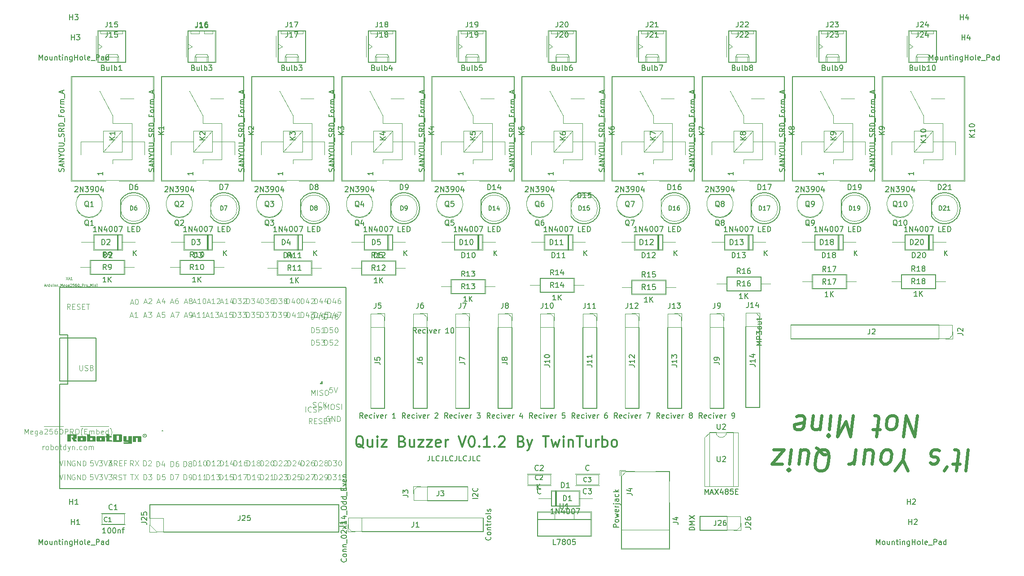
<source format=gbr>
%TF.GenerationSoftware,KiCad,Pcbnew,7.0.2*%
%TF.CreationDate,2023-05-15T21:15:08+01:00*%
%TF.ProjectId,quizbuzzer,7175697a-6275-47a7-9a65-722e6b696361,V0.1.2*%
%TF.SameCoordinates,Original*%
%TF.FileFunction,Legend,Top*%
%TF.FilePolarity,Positive*%
%FSLAX46Y46*%
G04 Gerber Fmt 4.6, Leading zero omitted, Abs format (unit mm)*
G04 Created by KiCad (PCBNEW 7.0.2) date 2023-05-15 21:15:08*
%MOMM*%
%LPD*%
G01*
G04 APERTURE LIST*
%ADD10C,0.600000*%
%ADD11C,0.150000*%
%ADD12C,0.300000*%
%ADD13C,0.129000*%
%ADD14C,0.200000*%
%ADD15C,0.050000*%
%ADD16C,0.120000*%
%ADD17C,0.100000*%
%ADD18C,0.127000*%
G04 APERTURE END LIST*
D10*
X204691382Y-94270523D02*
X204191382Y-98270523D01*
X203148525Y-96937190D02*
X201739001Y-96937190D01*
X202453287Y-98270523D02*
X202881858Y-94841952D01*
X202881858Y-94841952D02*
X202753287Y-94461000D01*
X202753287Y-94461000D02*
X202424715Y-94270523D01*
X202424715Y-94270523D02*
X202072334Y-94270523D01*
X200186620Y-98270523D02*
X200634239Y-97508619D01*
X199253287Y-94461000D02*
X198924715Y-94270523D01*
X198924715Y-94270523D02*
X198219953Y-94270523D01*
X198219953Y-94270523D02*
X197843763Y-94461000D01*
X197843763Y-94461000D02*
X197619953Y-94841952D01*
X197619953Y-94841952D02*
X197596144Y-95032428D01*
X197596144Y-95032428D02*
X197724715Y-95413380D01*
X197724715Y-95413380D02*
X198053287Y-95603857D01*
X198053287Y-95603857D02*
X198581858Y-95603857D01*
X198581858Y-95603857D02*
X198910429Y-95794333D01*
X198910429Y-95794333D02*
X199039001Y-96175285D01*
X199039001Y-96175285D02*
X199015191Y-96365761D01*
X199015191Y-96365761D02*
X198791382Y-96746714D01*
X198791382Y-96746714D02*
X198415191Y-96937190D01*
X198415191Y-96937190D02*
X197886620Y-96937190D01*
X197886620Y-96937190D02*
X197558049Y-96746714D01*
X192367572Y-96175285D02*
X192605667Y-94270523D01*
X193339000Y-98270523D02*
X192367572Y-96175285D01*
X192367572Y-96175285D02*
X190872333Y-98270523D01*
X189634238Y-94270523D02*
X189962810Y-94461000D01*
X189962810Y-94461000D02*
X190115191Y-94651476D01*
X190115191Y-94651476D02*
X190243762Y-95032428D01*
X190243762Y-95032428D02*
X190100905Y-96175285D01*
X190100905Y-96175285D02*
X189877095Y-96556238D01*
X189877095Y-96556238D02*
X189677095Y-96746714D01*
X189677095Y-96746714D02*
X189300905Y-96937190D01*
X189300905Y-96937190D02*
X188772333Y-96937190D01*
X188772333Y-96937190D02*
X188443762Y-96746714D01*
X188443762Y-96746714D02*
X188291381Y-96556238D01*
X188291381Y-96556238D02*
X188162810Y-96175285D01*
X188162810Y-96175285D02*
X188305667Y-95032428D01*
X188305667Y-95032428D02*
X188529476Y-94651476D01*
X188529476Y-94651476D02*
X188729476Y-94461000D01*
X188729476Y-94461000D02*
X189105667Y-94270523D01*
X189105667Y-94270523D02*
X189634238Y-94270523D01*
X184919952Y-96937190D02*
X185253285Y-94270523D01*
X186505666Y-96937190D02*
X186767571Y-94841952D01*
X186767571Y-94841952D02*
X186639000Y-94461000D01*
X186639000Y-94461000D02*
X186310428Y-94270523D01*
X186310428Y-94270523D02*
X185781857Y-94270523D01*
X185781857Y-94270523D02*
X185405666Y-94461000D01*
X185405666Y-94461000D02*
X185205666Y-94651476D01*
X183515190Y-94270523D02*
X183181856Y-96937190D01*
X183277094Y-96175285D02*
X183053285Y-96556238D01*
X183053285Y-96556238D02*
X182853285Y-96746714D01*
X182853285Y-96746714D02*
X182477094Y-96937190D01*
X182477094Y-96937190D02*
X182124713Y-96937190D01*
X176010427Y-93889571D02*
X176338998Y-94080047D01*
X176338998Y-94080047D02*
X176643760Y-94461000D01*
X176643760Y-94461000D02*
X177100903Y-95032428D01*
X177100903Y-95032428D02*
X177429475Y-95222904D01*
X177429475Y-95222904D02*
X177781856Y-95222904D01*
X177724713Y-94270523D02*
X178053284Y-94461000D01*
X178053284Y-94461000D02*
X178358046Y-94841952D01*
X178358046Y-94841952D02*
X178438998Y-95603857D01*
X178438998Y-95603857D02*
X178272332Y-96937190D01*
X178272332Y-96937190D02*
X178000903Y-97699095D01*
X178000903Y-97699095D02*
X177600903Y-98080047D01*
X177600903Y-98080047D02*
X177224713Y-98270523D01*
X177224713Y-98270523D02*
X176519951Y-98270523D01*
X176519951Y-98270523D02*
X176191379Y-98080047D01*
X176191379Y-98080047D02*
X175886618Y-97699095D01*
X175886618Y-97699095D02*
X175805665Y-96937190D01*
X175805665Y-96937190D02*
X175972332Y-95603857D01*
X175972332Y-95603857D02*
X176243760Y-94841952D01*
X176243760Y-94841952D02*
X176643760Y-94461000D01*
X176643760Y-94461000D02*
X177019951Y-94270523D01*
X177019951Y-94270523D02*
X177724713Y-94270523D01*
X172705665Y-96937190D02*
X173038998Y-94270523D01*
X174291379Y-96937190D02*
X174553284Y-94841952D01*
X174553284Y-94841952D02*
X174424713Y-94461000D01*
X174424713Y-94461000D02*
X174096141Y-94270523D01*
X174096141Y-94270523D02*
X173567570Y-94270523D01*
X173567570Y-94270523D02*
X173191379Y-94461000D01*
X173191379Y-94461000D02*
X172991379Y-94651476D01*
X171300903Y-94270523D02*
X170967569Y-96937190D01*
X170800903Y-98270523D02*
X171000903Y-98080047D01*
X171000903Y-98080047D02*
X170848522Y-97889571D01*
X170848522Y-97889571D02*
X170648522Y-98080047D01*
X170648522Y-98080047D02*
X170800903Y-98270523D01*
X170800903Y-98270523D02*
X170848522Y-97889571D01*
X169581855Y-96937190D02*
X167643760Y-96937190D01*
X167643760Y-96937190D02*
X169915189Y-94270523D01*
X169915189Y-94270523D02*
X167977093Y-94270523D01*
X195072333Y-87790523D02*
X194572333Y-91790523D01*
X194572333Y-91790523D02*
X192958047Y-87790523D01*
X192958047Y-87790523D02*
X192458047Y-91790523D01*
X190691380Y-87790523D02*
X191019952Y-87981000D01*
X191019952Y-87981000D02*
X191172333Y-88171476D01*
X191172333Y-88171476D02*
X191300904Y-88552428D01*
X191300904Y-88552428D02*
X191158047Y-89695285D01*
X191158047Y-89695285D02*
X190934237Y-90076238D01*
X190934237Y-90076238D02*
X190734237Y-90266714D01*
X190734237Y-90266714D02*
X190358047Y-90457190D01*
X190358047Y-90457190D02*
X189829475Y-90457190D01*
X189829475Y-90457190D02*
X189500904Y-90266714D01*
X189500904Y-90266714D02*
X189348523Y-90076238D01*
X189348523Y-90076238D02*
X189219952Y-89695285D01*
X189219952Y-89695285D02*
X189362809Y-88552428D01*
X189362809Y-88552428D02*
X189586618Y-88171476D01*
X189586618Y-88171476D02*
X189786618Y-87981000D01*
X189786618Y-87981000D02*
X190162809Y-87790523D01*
X190162809Y-87790523D02*
X190691380Y-87790523D01*
X188091380Y-90457190D02*
X186681856Y-90457190D01*
X187396142Y-91790523D02*
X187824713Y-88361952D01*
X187824713Y-88361952D02*
X187696142Y-87981000D01*
X187696142Y-87981000D02*
X187367570Y-87790523D01*
X187367570Y-87790523D02*
X187015189Y-87790523D01*
X182986618Y-87790523D02*
X182486618Y-91790523D01*
X182486618Y-91790523D02*
X181610427Y-88933380D01*
X181610427Y-88933380D02*
X180019951Y-91790523D01*
X180019951Y-91790523D02*
X180519951Y-87790523D01*
X178781856Y-87790523D02*
X178448522Y-90457190D01*
X178281856Y-91790523D02*
X178481856Y-91600047D01*
X178481856Y-91600047D02*
X178329475Y-91409571D01*
X178329475Y-91409571D02*
X178129475Y-91600047D01*
X178129475Y-91600047D02*
X178281856Y-91790523D01*
X178281856Y-91790523D02*
X178329475Y-91409571D01*
X176710427Y-90457190D02*
X177043761Y-87790523D01*
X176758046Y-90076238D02*
X176558046Y-90266714D01*
X176558046Y-90266714D02*
X176181856Y-90457190D01*
X176181856Y-90457190D02*
X175653284Y-90457190D01*
X175653284Y-90457190D02*
X175324713Y-90266714D01*
X175324713Y-90266714D02*
X175196142Y-89885761D01*
X175196142Y-89885761D02*
X175458046Y-87790523D01*
X172286617Y-87981000D02*
X172662808Y-87790523D01*
X172662808Y-87790523D02*
X173367570Y-87790523D01*
X173367570Y-87790523D02*
X173696141Y-87981000D01*
X173696141Y-87981000D02*
X173824713Y-88361952D01*
X173824713Y-88361952D02*
X173634236Y-89885761D01*
X173634236Y-89885761D02*
X173410427Y-90266714D01*
X173410427Y-90266714D02*
X173034236Y-90457190D01*
X173034236Y-90457190D02*
X172329474Y-90457190D01*
X172329474Y-90457190D02*
X172000903Y-90266714D01*
X172000903Y-90266714D02*
X171872332Y-89885761D01*
X171872332Y-89885761D02*
X171919951Y-89504809D01*
X171919951Y-89504809D02*
X173729474Y-89123857D01*
D11*
X103050951Y-95412619D02*
X103050951Y-96126904D01*
X103050951Y-96126904D02*
X103003332Y-96269761D01*
X103003332Y-96269761D02*
X102908094Y-96365000D01*
X102908094Y-96365000D02*
X102765237Y-96412619D01*
X102765237Y-96412619D02*
X102669999Y-96412619D01*
X104003332Y-96412619D02*
X103527142Y-96412619D01*
X103527142Y-96412619D02*
X103527142Y-95412619D01*
X104908094Y-96317380D02*
X104860475Y-96365000D01*
X104860475Y-96365000D02*
X104717618Y-96412619D01*
X104717618Y-96412619D02*
X104622380Y-96412619D01*
X104622380Y-96412619D02*
X104479523Y-96365000D01*
X104479523Y-96365000D02*
X104384285Y-96269761D01*
X104384285Y-96269761D02*
X104336666Y-96174523D01*
X104336666Y-96174523D02*
X104289047Y-95984047D01*
X104289047Y-95984047D02*
X104289047Y-95841190D01*
X104289047Y-95841190D02*
X104336666Y-95650714D01*
X104336666Y-95650714D02*
X104384285Y-95555476D01*
X104384285Y-95555476D02*
X104479523Y-95460238D01*
X104479523Y-95460238D02*
X104622380Y-95412619D01*
X104622380Y-95412619D02*
X104717618Y-95412619D01*
X104717618Y-95412619D02*
X104860475Y-95460238D01*
X104860475Y-95460238D02*
X104908094Y-95507857D01*
X105622380Y-95412619D02*
X105622380Y-96126904D01*
X105622380Y-96126904D02*
X105574761Y-96269761D01*
X105574761Y-96269761D02*
X105479523Y-96365000D01*
X105479523Y-96365000D02*
X105336666Y-96412619D01*
X105336666Y-96412619D02*
X105241428Y-96412619D01*
X106574761Y-96412619D02*
X106098571Y-96412619D01*
X106098571Y-96412619D02*
X106098571Y-95412619D01*
X107479523Y-96317380D02*
X107431904Y-96365000D01*
X107431904Y-96365000D02*
X107289047Y-96412619D01*
X107289047Y-96412619D02*
X107193809Y-96412619D01*
X107193809Y-96412619D02*
X107050952Y-96365000D01*
X107050952Y-96365000D02*
X106955714Y-96269761D01*
X106955714Y-96269761D02*
X106908095Y-96174523D01*
X106908095Y-96174523D02*
X106860476Y-95984047D01*
X106860476Y-95984047D02*
X106860476Y-95841190D01*
X106860476Y-95841190D02*
X106908095Y-95650714D01*
X106908095Y-95650714D02*
X106955714Y-95555476D01*
X106955714Y-95555476D02*
X107050952Y-95460238D01*
X107050952Y-95460238D02*
X107193809Y-95412619D01*
X107193809Y-95412619D02*
X107289047Y-95412619D01*
X107289047Y-95412619D02*
X107431904Y-95460238D01*
X107431904Y-95460238D02*
X107479523Y-95507857D01*
X108193809Y-95412619D02*
X108193809Y-96126904D01*
X108193809Y-96126904D02*
X108146190Y-96269761D01*
X108146190Y-96269761D02*
X108050952Y-96365000D01*
X108050952Y-96365000D02*
X107908095Y-96412619D01*
X107908095Y-96412619D02*
X107812857Y-96412619D01*
X109146190Y-96412619D02*
X108670000Y-96412619D01*
X108670000Y-96412619D02*
X108670000Y-95412619D01*
X110050952Y-96317380D02*
X110003333Y-96365000D01*
X110003333Y-96365000D02*
X109860476Y-96412619D01*
X109860476Y-96412619D02*
X109765238Y-96412619D01*
X109765238Y-96412619D02*
X109622381Y-96365000D01*
X109622381Y-96365000D02*
X109527143Y-96269761D01*
X109527143Y-96269761D02*
X109479524Y-96174523D01*
X109479524Y-96174523D02*
X109431905Y-95984047D01*
X109431905Y-95984047D02*
X109431905Y-95841190D01*
X109431905Y-95841190D02*
X109479524Y-95650714D01*
X109479524Y-95650714D02*
X109527143Y-95555476D01*
X109527143Y-95555476D02*
X109622381Y-95460238D01*
X109622381Y-95460238D02*
X109765238Y-95412619D01*
X109765238Y-95412619D02*
X109860476Y-95412619D01*
X109860476Y-95412619D02*
X110003333Y-95460238D01*
X110003333Y-95460238D02*
X110050952Y-95507857D01*
X110765238Y-95412619D02*
X110765238Y-96126904D01*
X110765238Y-96126904D02*
X110717619Y-96269761D01*
X110717619Y-96269761D02*
X110622381Y-96365000D01*
X110622381Y-96365000D02*
X110479524Y-96412619D01*
X110479524Y-96412619D02*
X110384286Y-96412619D01*
X111717619Y-96412619D02*
X111241429Y-96412619D01*
X111241429Y-96412619D02*
X111241429Y-95412619D01*
X112622381Y-96317380D02*
X112574762Y-96365000D01*
X112574762Y-96365000D02*
X112431905Y-96412619D01*
X112431905Y-96412619D02*
X112336667Y-96412619D01*
X112336667Y-96412619D02*
X112193810Y-96365000D01*
X112193810Y-96365000D02*
X112098572Y-96269761D01*
X112098572Y-96269761D02*
X112050953Y-96174523D01*
X112050953Y-96174523D02*
X112003334Y-95984047D01*
X112003334Y-95984047D02*
X112003334Y-95841190D01*
X112003334Y-95841190D02*
X112050953Y-95650714D01*
X112050953Y-95650714D02*
X112098572Y-95555476D01*
X112098572Y-95555476D02*
X112193810Y-95460238D01*
X112193810Y-95460238D02*
X112336667Y-95412619D01*
X112336667Y-95412619D02*
X112431905Y-95412619D01*
X112431905Y-95412619D02*
X112574762Y-95460238D01*
X112574762Y-95460238D02*
X112622381Y-95507857D01*
D12*
X90639520Y-93935714D02*
X90449044Y-93840476D01*
X90449044Y-93840476D02*
X90258568Y-93650000D01*
X90258568Y-93650000D02*
X89972854Y-93364285D01*
X89972854Y-93364285D02*
X89782377Y-93269047D01*
X89782377Y-93269047D02*
X89591901Y-93269047D01*
X89687139Y-93745238D02*
X89496663Y-93650000D01*
X89496663Y-93650000D02*
X89306187Y-93459523D01*
X89306187Y-93459523D02*
X89210949Y-93078571D01*
X89210949Y-93078571D02*
X89210949Y-92411904D01*
X89210949Y-92411904D02*
X89306187Y-92030952D01*
X89306187Y-92030952D02*
X89496663Y-91840476D01*
X89496663Y-91840476D02*
X89687139Y-91745238D01*
X89687139Y-91745238D02*
X90068092Y-91745238D01*
X90068092Y-91745238D02*
X90258568Y-91840476D01*
X90258568Y-91840476D02*
X90449044Y-92030952D01*
X90449044Y-92030952D02*
X90544282Y-92411904D01*
X90544282Y-92411904D02*
X90544282Y-93078571D01*
X90544282Y-93078571D02*
X90449044Y-93459523D01*
X90449044Y-93459523D02*
X90258568Y-93650000D01*
X90258568Y-93650000D02*
X90068092Y-93745238D01*
X90068092Y-93745238D02*
X89687139Y-93745238D01*
X92258568Y-92411904D02*
X92258568Y-93745238D01*
X91401425Y-92411904D02*
X91401425Y-93459523D01*
X91401425Y-93459523D02*
X91496663Y-93650000D01*
X91496663Y-93650000D02*
X91687139Y-93745238D01*
X91687139Y-93745238D02*
X91972854Y-93745238D01*
X91972854Y-93745238D02*
X92163330Y-93650000D01*
X92163330Y-93650000D02*
X92258568Y-93554761D01*
X93210949Y-93745238D02*
X93210949Y-92411904D01*
X93210949Y-91745238D02*
X93115711Y-91840476D01*
X93115711Y-91840476D02*
X93210949Y-91935714D01*
X93210949Y-91935714D02*
X93306187Y-91840476D01*
X93306187Y-91840476D02*
X93210949Y-91745238D01*
X93210949Y-91745238D02*
X93210949Y-91935714D01*
X93972854Y-92411904D02*
X95020473Y-92411904D01*
X95020473Y-92411904D02*
X93972854Y-93745238D01*
X93972854Y-93745238D02*
X95020473Y-93745238D01*
X97972855Y-92697619D02*
X98258569Y-92792857D01*
X98258569Y-92792857D02*
X98353807Y-92888095D01*
X98353807Y-92888095D02*
X98449045Y-93078571D01*
X98449045Y-93078571D02*
X98449045Y-93364285D01*
X98449045Y-93364285D02*
X98353807Y-93554761D01*
X98353807Y-93554761D02*
X98258569Y-93650000D01*
X98258569Y-93650000D02*
X98068093Y-93745238D01*
X98068093Y-93745238D02*
X97306188Y-93745238D01*
X97306188Y-93745238D02*
X97306188Y-91745238D01*
X97306188Y-91745238D02*
X97972855Y-91745238D01*
X97972855Y-91745238D02*
X98163331Y-91840476D01*
X98163331Y-91840476D02*
X98258569Y-91935714D01*
X98258569Y-91935714D02*
X98353807Y-92126190D01*
X98353807Y-92126190D02*
X98353807Y-92316666D01*
X98353807Y-92316666D02*
X98258569Y-92507142D01*
X98258569Y-92507142D02*
X98163331Y-92602380D01*
X98163331Y-92602380D02*
X97972855Y-92697619D01*
X97972855Y-92697619D02*
X97306188Y-92697619D01*
X100163331Y-92411904D02*
X100163331Y-93745238D01*
X99306188Y-92411904D02*
X99306188Y-93459523D01*
X99306188Y-93459523D02*
X99401426Y-93650000D01*
X99401426Y-93650000D02*
X99591902Y-93745238D01*
X99591902Y-93745238D02*
X99877617Y-93745238D01*
X99877617Y-93745238D02*
X100068093Y-93650000D01*
X100068093Y-93650000D02*
X100163331Y-93554761D01*
X100925236Y-92411904D02*
X101972855Y-92411904D01*
X101972855Y-92411904D02*
X100925236Y-93745238D01*
X100925236Y-93745238D02*
X101972855Y-93745238D01*
X102544284Y-92411904D02*
X103591903Y-92411904D01*
X103591903Y-92411904D02*
X102544284Y-93745238D01*
X102544284Y-93745238D02*
X103591903Y-93745238D01*
X105115713Y-93650000D02*
X104925237Y-93745238D01*
X104925237Y-93745238D02*
X104544284Y-93745238D01*
X104544284Y-93745238D02*
X104353808Y-93650000D01*
X104353808Y-93650000D02*
X104258570Y-93459523D01*
X104258570Y-93459523D02*
X104258570Y-92697619D01*
X104258570Y-92697619D02*
X104353808Y-92507142D01*
X104353808Y-92507142D02*
X104544284Y-92411904D01*
X104544284Y-92411904D02*
X104925237Y-92411904D01*
X104925237Y-92411904D02*
X105115713Y-92507142D01*
X105115713Y-92507142D02*
X105210951Y-92697619D01*
X105210951Y-92697619D02*
X105210951Y-92888095D01*
X105210951Y-92888095D02*
X104258570Y-93078571D01*
X106068094Y-93745238D02*
X106068094Y-92411904D01*
X106068094Y-92792857D02*
X106163332Y-92602380D01*
X106163332Y-92602380D02*
X106258570Y-92507142D01*
X106258570Y-92507142D02*
X106449046Y-92411904D01*
X106449046Y-92411904D02*
X106639523Y-92411904D01*
X108544285Y-91745238D02*
X109210951Y-93745238D01*
X109210951Y-93745238D02*
X109877618Y-91745238D01*
X110925237Y-91745238D02*
X111115714Y-91745238D01*
X111115714Y-91745238D02*
X111306190Y-91840476D01*
X111306190Y-91840476D02*
X111401428Y-91935714D01*
X111401428Y-91935714D02*
X111496666Y-92126190D01*
X111496666Y-92126190D02*
X111591904Y-92507142D01*
X111591904Y-92507142D02*
X111591904Y-92983333D01*
X111591904Y-92983333D02*
X111496666Y-93364285D01*
X111496666Y-93364285D02*
X111401428Y-93554761D01*
X111401428Y-93554761D02*
X111306190Y-93650000D01*
X111306190Y-93650000D02*
X111115714Y-93745238D01*
X111115714Y-93745238D02*
X110925237Y-93745238D01*
X110925237Y-93745238D02*
X110734761Y-93650000D01*
X110734761Y-93650000D02*
X110639523Y-93554761D01*
X110639523Y-93554761D02*
X110544285Y-93364285D01*
X110544285Y-93364285D02*
X110449047Y-92983333D01*
X110449047Y-92983333D02*
X110449047Y-92507142D01*
X110449047Y-92507142D02*
X110544285Y-92126190D01*
X110544285Y-92126190D02*
X110639523Y-91935714D01*
X110639523Y-91935714D02*
X110734761Y-91840476D01*
X110734761Y-91840476D02*
X110925237Y-91745238D01*
X112449047Y-93554761D02*
X112544285Y-93650000D01*
X112544285Y-93650000D02*
X112449047Y-93745238D01*
X112449047Y-93745238D02*
X112353809Y-93650000D01*
X112353809Y-93650000D02*
X112449047Y-93554761D01*
X112449047Y-93554761D02*
X112449047Y-93745238D01*
X114449047Y-93745238D02*
X113306190Y-93745238D01*
X113877618Y-93745238D02*
X113877618Y-91745238D01*
X113877618Y-91745238D02*
X113687142Y-92030952D01*
X113687142Y-92030952D02*
X113496666Y-92221428D01*
X113496666Y-92221428D02*
X113306190Y-92316666D01*
X115306190Y-93554761D02*
X115401428Y-93650000D01*
X115401428Y-93650000D02*
X115306190Y-93745238D01*
X115306190Y-93745238D02*
X115210952Y-93650000D01*
X115210952Y-93650000D02*
X115306190Y-93554761D01*
X115306190Y-93554761D02*
X115306190Y-93745238D01*
X116163333Y-91935714D02*
X116258571Y-91840476D01*
X116258571Y-91840476D02*
X116449047Y-91745238D01*
X116449047Y-91745238D02*
X116925238Y-91745238D01*
X116925238Y-91745238D02*
X117115714Y-91840476D01*
X117115714Y-91840476D02*
X117210952Y-91935714D01*
X117210952Y-91935714D02*
X117306190Y-92126190D01*
X117306190Y-92126190D02*
X117306190Y-92316666D01*
X117306190Y-92316666D02*
X117210952Y-92602380D01*
X117210952Y-92602380D02*
X116068095Y-93745238D01*
X116068095Y-93745238D02*
X117306190Y-93745238D01*
X120353810Y-92697619D02*
X120639524Y-92792857D01*
X120639524Y-92792857D02*
X120734762Y-92888095D01*
X120734762Y-92888095D02*
X120830000Y-93078571D01*
X120830000Y-93078571D02*
X120830000Y-93364285D01*
X120830000Y-93364285D02*
X120734762Y-93554761D01*
X120734762Y-93554761D02*
X120639524Y-93650000D01*
X120639524Y-93650000D02*
X120449048Y-93745238D01*
X120449048Y-93745238D02*
X119687143Y-93745238D01*
X119687143Y-93745238D02*
X119687143Y-91745238D01*
X119687143Y-91745238D02*
X120353810Y-91745238D01*
X120353810Y-91745238D02*
X120544286Y-91840476D01*
X120544286Y-91840476D02*
X120639524Y-91935714D01*
X120639524Y-91935714D02*
X120734762Y-92126190D01*
X120734762Y-92126190D02*
X120734762Y-92316666D01*
X120734762Y-92316666D02*
X120639524Y-92507142D01*
X120639524Y-92507142D02*
X120544286Y-92602380D01*
X120544286Y-92602380D02*
X120353810Y-92697619D01*
X120353810Y-92697619D02*
X119687143Y-92697619D01*
X121496667Y-92411904D02*
X121972857Y-93745238D01*
X122449048Y-92411904D02*
X121972857Y-93745238D01*
X121972857Y-93745238D02*
X121782381Y-94221428D01*
X121782381Y-94221428D02*
X121687143Y-94316666D01*
X121687143Y-94316666D02*
X121496667Y-94411904D01*
X124449049Y-91745238D02*
X125591906Y-91745238D01*
X125020477Y-93745238D02*
X125020477Y-91745238D01*
X126068097Y-92411904D02*
X126449049Y-93745238D01*
X126449049Y-93745238D02*
X126830002Y-92792857D01*
X126830002Y-92792857D02*
X127210954Y-93745238D01*
X127210954Y-93745238D02*
X127591906Y-92411904D01*
X128353811Y-93745238D02*
X128353811Y-92411904D01*
X128353811Y-91745238D02*
X128258573Y-91840476D01*
X128258573Y-91840476D02*
X128353811Y-91935714D01*
X128353811Y-91935714D02*
X128449049Y-91840476D01*
X128449049Y-91840476D02*
X128353811Y-91745238D01*
X128353811Y-91745238D02*
X128353811Y-91935714D01*
X129306192Y-92411904D02*
X129306192Y-93745238D01*
X129306192Y-92602380D02*
X129401430Y-92507142D01*
X129401430Y-92507142D02*
X129591906Y-92411904D01*
X129591906Y-92411904D02*
X129877621Y-92411904D01*
X129877621Y-92411904D02*
X130068097Y-92507142D01*
X130068097Y-92507142D02*
X130163335Y-92697619D01*
X130163335Y-92697619D02*
X130163335Y-93745238D01*
X130830002Y-91745238D02*
X131972859Y-91745238D01*
X131401430Y-93745238D02*
X131401430Y-91745238D01*
X133496669Y-92411904D02*
X133496669Y-93745238D01*
X132639526Y-92411904D02*
X132639526Y-93459523D01*
X132639526Y-93459523D02*
X132734764Y-93650000D01*
X132734764Y-93650000D02*
X132925240Y-93745238D01*
X132925240Y-93745238D02*
X133210955Y-93745238D01*
X133210955Y-93745238D02*
X133401431Y-93650000D01*
X133401431Y-93650000D02*
X133496669Y-93554761D01*
X134449050Y-93745238D02*
X134449050Y-92411904D01*
X134449050Y-92792857D02*
X134544288Y-92602380D01*
X134544288Y-92602380D02*
X134639526Y-92507142D01*
X134639526Y-92507142D02*
X134830002Y-92411904D01*
X134830002Y-92411904D02*
X135020479Y-92411904D01*
X135687145Y-93745238D02*
X135687145Y-91745238D01*
X135687145Y-92507142D02*
X135877621Y-92411904D01*
X135877621Y-92411904D02*
X136258574Y-92411904D01*
X136258574Y-92411904D02*
X136449050Y-92507142D01*
X136449050Y-92507142D02*
X136544288Y-92602380D01*
X136544288Y-92602380D02*
X136639526Y-92792857D01*
X136639526Y-92792857D02*
X136639526Y-93364285D01*
X136639526Y-93364285D02*
X136544288Y-93554761D01*
X136544288Y-93554761D02*
X136449050Y-93650000D01*
X136449050Y-93650000D02*
X136258574Y-93745238D01*
X136258574Y-93745238D02*
X135877621Y-93745238D01*
X135877621Y-93745238D02*
X135687145Y-93650000D01*
X137782383Y-93745238D02*
X137591907Y-93650000D01*
X137591907Y-93650000D02*
X137496669Y-93554761D01*
X137496669Y-93554761D02*
X137401431Y-93364285D01*
X137401431Y-93364285D02*
X137401431Y-92792857D01*
X137401431Y-92792857D02*
X137496669Y-92602380D01*
X137496669Y-92602380D02*
X137591907Y-92507142D01*
X137591907Y-92507142D02*
X137782383Y-92411904D01*
X137782383Y-92411904D02*
X138068098Y-92411904D01*
X138068098Y-92411904D02*
X138258574Y-92507142D01*
X138258574Y-92507142D02*
X138353812Y-92602380D01*
X138353812Y-92602380D02*
X138449050Y-92792857D01*
X138449050Y-92792857D02*
X138449050Y-93364285D01*
X138449050Y-93364285D02*
X138353812Y-93554761D01*
X138353812Y-93554761D02*
X138258574Y-93650000D01*
X138258574Y-93650000D02*
X138068098Y-93745238D01*
X138068098Y-93745238D02*
X137782383Y-93745238D01*
D11*
%TO.C,C2*%
X123584333Y-98106380D02*
X123536714Y-98154000D01*
X123536714Y-98154000D02*
X123393857Y-98201619D01*
X123393857Y-98201619D02*
X123298619Y-98201619D01*
X123298619Y-98201619D02*
X123155762Y-98154000D01*
X123155762Y-98154000D02*
X123060524Y-98058761D01*
X123060524Y-98058761D02*
X123012905Y-97963523D01*
X123012905Y-97963523D02*
X122965286Y-97773047D01*
X122965286Y-97773047D02*
X122965286Y-97630190D01*
X122965286Y-97630190D02*
X123012905Y-97439714D01*
X123012905Y-97439714D02*
X123060524Y-97344476D01*
X123060524Y-97344476D02*
X123155762Y-97249238D01*
X123155762Y-97249238D02*
X123298619Y-97201619D01*
X123298619Y-97201619D02*
X123393857Y-97201619D01*
X123393857Y-97201619D02*
X123536714Y-97249238D01*
X123536714Y-97249238D02*
X123584333Y-97296857D01*
X123965286Y-97296857D02*
X124012905Y-97249238D01*
X124012905Y-97249238D02*
X124108143Y-97201619D01*
X124108143Y-97201619D02*
X124346238Y-97201619D01*
X124346238Y-97201619D02*
X124441476Y-97249238D01*
X124441476Y-97249238D02*
X124489095Y-97296857D01*
X124489095Y-97296857D02*
X124536714Y-97392095D01*
X124536714Y-97392095D02*
X124536714Y-97487333D01*
X124536714Y-97487333D02*
X124489095Y-97630190D01*
X124489095Y-97630190D02*
X123917667Y-98201619D01*
X123917667Y-98201619D02*
X124536714Y-98201619D01*
X124060523Y-102506380D02*
X124012904Y-102554000D01*
X124012904Y-102554000D02*
X123870047Y-102601619D01*
X123870047Y-102601619D02*
X123774809Y-102601619D01*
X123774809Y-102601619D02*
X123631952Y-102554000D01*
X123631952Y-102554000D02*
X123536714Y-102458761D01*
X123536714Y-102458761D02*
X123489095Y-102363523D01*
X123489095Y-102363523D02*
X123441476Y-102173047D01*
X123441476Y-102173047D02*
X123441476Y-102030190D01*
X123441476Y-102030190D02*
X123489095Y-101839714D01*
X123489095Y-101839714D02*
X123536714Y-101744476D01*
X123536714Y-101744476D02*
X123631952Y-101649238D01*
X123631952Y-101649238D02*
X123774809Y-101601619D01*
X123774809Y-101601619D02*
X123870047Y-101601619D01*
X123870047Y-101601619D02*
X124012904Y-101649238D01*
X124012904Y-101649238D02*
X124060523Y-101696857D01*
D13*
X123587666Y-99864948D02*
X123546714Y-99905901D01*
X123546714Y-99905901D02*
X123423856Y-99946853D01*
X123423856Y-99946853D02*
X123341952Y-99946853D01*
X123341952Y-99946853D02*
X123219095Y-99905901D01*
X123219095Y-99905901D02*
X123137190Y-99823996D01*
X123137190Y-99823996D02*
X123096237Y-99742091D01*
X123096237Y-99742091D02*
X123055285Y-99578281D01*
X123055285Y-99578281D02*
X123055285Y-99455424D01*
X123055285Y-99455424D02*
X123096237Y-99291615D01*
X123096237Y-99291615D02*
X123137190Y-99209710D01*
X123137190Y-99209710D02*
X123219095Y-99127805D01*
X123219095Y-99127805D02*
X123341952Y-99086853D01*
X123341952Y-99086853D02*
X123423856Y-99086853D01*
X123423856Y-99086853D02*
X123546714Y-99127805D01*
X123546714Y-99127805D02*
X123587666Y-99168758D01*
X123915285Y-99168758D02*
X123956237Y-99127805D01*
X123956237Y-99127805D02*
X124038142Y-99086853D01*
X124038142Y-99086853D02*
X124242904Y-99086853D01*
X124242904Y-99086853D02*
X124324809Y-99127805D01*
X124324809Y-99127805D02*
X124365761Y-99168758D01*
X124365761Y-99168758D02*
X124406714Y-99250662D01*
X124406714Y-99250662D02*
X124406714Y-99332567D01*
X124406714Y-99332567D02*
X124365761Y-99455424D01*
X124365761Y-99455424D02*
X123874333Y-99946853D01*
X123874333Y-99946853D02*
X124406714Y-99946853D01*
D11*
%TO.C,C3*%
X132684333Y-102506380D02*
X132636714Y-102554000D01*
X132636714Y-102554000D02*
X132493857Y-102601619D01*
X132493857Y-102601619D02*
X132398619Y-102601619D01*
X132398619Y-102601619D02*
X132255762Y-102554000D01*
X132255762Y-102554000D02*
X132160524Y-102458761D01*
X132160524Y-102458761D02*
X132112905Y-102363523D01*
X132112905Y-102363523D02*
X132065286Y-102173047D01*
X132065286Y-102173047D02*
X132065286Y-102030190D01*
X132065286Y-102030190D02*
X132112905Y-101839714D01*
X132112905Y-101839714D02*
X132160524Y-101744476D01*
X132160524Y-101744476D02*
X132255762Y-101649238D01*
X132255762Y-101649238D02*
X132398619Y-101601619D01*
X132398619Y-101601619D02*
X132493857Y-101601619D01*
X132493857Y-101601619D02*
X132636714Y-101649238D01*
X132636714Y-101649238D02*
X132684333Y-101696857D01*
X133017667Y-101601619D02*
X133636714Y-101601619D01*
X133636714Y-101601619D02*
X133303381Y-101982571D01*
X133303381Y-101982571D02*
X133446238Y-101982571D01*
X133446238Y-101982571D02*
X133541476Y-102030190D01*
X133541476Y-102030190D02*
X133589095Y-102077809D01*
X133589095Y-102077809D02*
X133636714Y-102173047D01*
X133636714Y-102173047D02*
X133636714Y-102411142D01*
X133636714Y-102411142D02*
X133589095Y-102506380D01*
X133589095Y-102506380D02*
X133541476Y-102554000D01*
X133541476Y-102554000D02*
X133446238Y-102601619D01*
X133446238Y-102601619D02*
X133160524Y-102601619D01*
X133160524Y-102601619D02*
X133065286Y-102554000D01*
X133065286Y-102554000D02*
X133017667Y-102506380D01*
X133160523Y-98106380D02*
X133112904Y-98154000D01*
X133112904Y-98154000D02*
X132970047Y-98201619D01*
X132970047Y-98201619D02*
X132874809Y-98201619D01*
X132874809Y-98201619D02*
X132731952Y-98154000D01*
X132731952Y-98154000D02*
X132636714Y-98058761D01*
X132636714Y-98058761D02*
X132589095Y-97963523D01*
X132589095Y-97963523D02*
X132541476Y-97773047D01*
X132541476Y-97773047D02*
X132541476Y-97630190D01*
X132541476Y-97630190D02*
X132589095Y-97439714D01*
X132589095Y-97439714D02*
X132636714Y-97344476D01*
X132636714Y-97344476D02*
X132731952Y-97249238D01*
X132731952Y-97249238D02*
X132874809Y-97201619D01*
X132874809Y-97201619D02*
X132970047Y-97201619D01*
X132970047Y-97201619D02*
X133112904Y-97249238D01*
X133112904Y-97249238D02*
X133160523Y-97296857D01*
D13*
X132707666Y-100254948D02*
X132666714Y-100295901D01*
X132666714Y-100295901D02*
X132543856Y-100336853D01*
X132543856Y-100336853D02*
X132461952Y-100336853D01*
X132461952Y-100336853D02*
X132339095Y-100295901D01*
X132339095Y-100295901D02*
X132257190Y-100213996D01*
X132257190Y-100213996D02*
X132216237Y-100132091D01*
X132216237Y-100132091D02*
X132175285Y-99968281D01*
X132175285Y-99968281D02*
X132175285Y-99845424D01*
X132175285Y-99845424D02*
X132216237Y-99681615D01*
X132216237Y-99681615D02*
X132257190Y-99599710D01*
X132257190Y-99599710D02*
X132339095Y-99517805D01*
X132339095Y-99517805D02*
X132461952Y-99476853D01*
X132461952Y-99476853D02*
X132543856Y-99476853D01*
X132543856Y-99476853D02*
X132666714Y-99517805D01*
X132666714Y-99517805D02*
X132707666Y-99558758D01*
X132994333Y-99476853D02*
X133526714Y-99476853D01*
X133526714Y-99476853D02*
X133240047Y-99804472D01*
X133240047Y-99804472D02*
X133362904Y-99804472D01*
X133362904Y-99804472D02*
X133444809Y-99845424D01*
X133444809Y-99845424D02*
X133485761Y-99886377D01*
X133485761Y-99886377D02*
X133526714Y-99968281D01*
X133526714Y-99968281D02*
X133526714Y-100173043D01*
X133526714Y-100173043D02*
X133485761Y-100254948D01*
X133485761Y-100254948D02*
X133444809Y-100295901D01*
X133444809Y-100295901D02*
X133362904Y-100336853D01*
X133362904Y-100336853D02*
X133117190Y-100336853D01*
X133117190Y-100336853D02*
X133035285Y-100295901D01*
X133035285Y-100295901D02*
X132994333Y-100254948D01*
D11*
%TO.C,D1*%
X127942905Y-101451619D02*
X127942905Y-100451619D01*
X127942905Y-100451619D02*
X128181000Y-100451619D01*
X128181000Y-100451619D02*
X128323857Y-100499238D01*
X128323857Y-100499238D02*
X128419095Y-100594476D01*
X128419095Y-100594476D02*
X128466714Y-100689714D01*
X128466714Y-100689714D02*
X128514333Y-100880190D01*
X128514333Y-100880190D02*
X128514333Y-101023047D01*
X128514333Y-101023047D02*
X128466714Y-101213523D01*
X128466714Y-101213523D02*
X128419095Y-101308761D01*
X128419095Y-101308761D02*
X128323857Y-101404000D01*
X128323857Y-101404000D02*
X128181000Y-101451619D01*
X128181000Y-101451619D02*
X127942905Y-101451619D01*
X129466714Y-101451619D02*
X128895286Y-101451619D01*
X129181000Y-101451619D02*
X129181000Y-100451619D01*
X129181000Y-100451619D02*
X129085762Y-100594476D01*
X129085762Y-100594476D02*
X128990524Y-100689714D01*
X128990524Y-100689714D02*
X128895286Y-100737333D01*
X126538142Y-106391619D02*
X125966714Y-106391619D01*
X126252428Y-106391619D02*
X126252428Y-105391619D01*
X126252428Y-105391619D02*
X126157190Y-105534476D01*
X126157190Y-105534476D02*
X126061952Y-105629714D01*
X126061952Y-105629714D02*
X125966714Y-105677333D01*
X126966714Y-106391619D02*
X126966714Y-105391619D01*
X126966714Y-105391619D02*
X127538142Y-106391619D01*
X127538142Y-106391619D02*
X127538142Y-105391619D01*
X128442904Y-105724952D02*
X128442904Y-106391619D01*
X128204809Y-105344000D02*
X127966714Y-106058285D01*
X127966714Y-106058285D02*
X128585761Y-106058285D01*
X129157190Y-105391619D02*
X129252428Y-105391619D01*
X129252428Y-105391619D02*
X129347666Y-105439238D01*
X129347666Y-105439238D02*
X129395285Y-105486857D01*
X129395285Y-105486857D02*
X129442904Y-105582095D01*
X129442904Y-105582095D02*
X129490523Y-105772571D01*
X129490523Y-105772571D02*
X129490523Y-106010666D01*
X129490523Y-106010666D02*
X129442904Y-106201142D01*
X129442904Y-106201142D02*
X129395285Y-106296380D01*
X129395285Y-106296380D02*
X129347666Y-106344000D01*
X129347666Y-106344000D02*
X129252428Y-106391619D01*
X129252428Y-106391619D02*
X129157190Y-106391619D01*
X129157190Y-106391619D02*
X129061952Y-106344000D01*
X129061952Y-106344000D02*
X129014333Y-106296380D01*
X129014333Y-106296380D02*
X128966714Y-106201142D01*
X128966714Y-106201142D02*
X128919095Y-106010666D01*
X128919095Y-106010666D02*
X128919095Y-105772571D01*
X128919095Y-105772571D02*
X128966714Y-105582095D01*
X128966714Y-105582095D02*
X129014333Y-105486857D01*
X129014333Y-105486857D02*
X129061952Y-105439238D01*
X129061952Y-105439238D02*
X129157190Y-105391619D01*
X130109571Y-105391619D02*
X130204809Y-105391619D01*
X130204809Y-105391619D02*
X130300047Y-105439238D01*
X130300047Y-105439238D02*
X130347666Y-105486857D01*
X130347666Y-105486857D02*
X130395285Y-105582095D01*
X130395285Y-105582095D02*
X130442904Y-105772571D01*
X130442904Y-105772571D02*
X130442904Y-106010666D01*
X130442904Y-106010666D02*
X130395285Y-106201142D01*
X130395285Y-106201142D02*
X130347666Y-106296380D01*
X130347666Y-106296380D02*
X130300047Y-106344000D01*
X130300047Y-106344000D02*
X130204809Y-106391619D01*
X130204809Y-106391619D02*
X130109571Y-106391619D01*
X130109571Y-106391619D02*
X130014333Y-106344000D01*
X130014333Y-106344000D02*
X129966714Y-106296380D01*
X129966714Y-106296380D02*
X129919095Y-106201142D01*
X129919095Y-106201142D02*
X129871476Y-106010666D01*
X129871476Y-106010666D02*
X129871476Y-105772571D01*
X129871476Y-105772571D02*
X129919095Y-105582095D01*
X129919095Y-105582095D02*
X129966714Y-105486857D01*
X129966714Y-105486857D02*
X130014333Y-105439238D01*
X130014333Y-105439238D02*
X130109571Y-105391619D01*
X130776238Y-105391619D02*
X131442904Y-105391619D01*
X131442904Y-105391619D02*
X131014333Y-106391619D01*
X123339095Y-101821619D02*
X123339095Y-100821619D01*
X123910523Y-101821619D02*
X123481952Y-101250190D01*
X123910523Y-100821619D02*
X123339095Y-101393047D01*
X128332905Y-103921619D02*
X128332905Y-102921619D01*
X128332905Y-102921619D02*
X128571000Y-102921619D01*
X128571000Y-102921619D02*
X128713857Y-102969238D01*
X128713857Y-102969238D02*
X128809095Y-103064476D01*
X128809095Y-103064476D02*
X128856714Y-103159714D01*
X128856714Y-103159714D02*
X128904333Y-103350190D01*
X128904333Y-103350190D02*
X128904333Y-103493047D01*
X128904333Y-103493047D02*
X128856714Y-103683523D01*
X128856714Y-103683523D02*
X128809095Y-103778761D01*
X128809095Y-103778761D02*
X128713857Y-103874000D01*
X128713857Y-103874000D02*
X128571000Y-103921619D01*
X128571000Y-103921619D02*
X128332905Y-103921619D01*
X129856714Y-103921619D02*
X129285286Y-103921619D01*
X129571000Y-103921619D02*
X129571000Y-102921619D01*
X129571000Y-102921619D02*
X129475762Y-103064476D01*
X129475762Y-103064476D02*
X129380524Y-103159714D01*
X129380524Y-103159714D02*
X129285286Y-103207333D01*
X123339095Y-101821619D02*
X123339095Y-100821619D01*
X123910523Y-101821619D02*
X123481952Y-101250190D01*
X123910523Y-100821619D02*
X123339095Y-101393047D01*
%TO.C,D2*%
X41651905Y-58012619D02*
X41651905Y-57012619D01*
X41651905Y-57012619D02*
X41890000Y-57012619D01*
X41890000Y-57012619D02*
X42032857Y-57060238D01*
X42032857Y-57060238D02*
X42128095Y-57155476D01*
X42128095Y-57155476D02*
X42175714Y-57250714D01*
X42175714Y-57250714D02*
X42223333Y-57441190D01*
X42223333Y-57441190D02*
X42223333Y-57584047D01*
X42223333Y-57584047D02*
X42175714Y-57774523D01*
X42175714Y-57774523D02*
X42128095Y-57869761D01*
X42128095Y-57869761D02*
X42032857Y-57965000D01*
X42032857Y-57965000D02*
X41890000Y-58012619D01*
X41890000Y-58012619D02*
X41651905Y-58012619D01*
X42604286Y-57107857D02*
X42651905Y-57060238D01*
X42651905Y-57060238D02*
X42747143Y-57012619D01*
X42747143Y-57012619D02*
X42985238Y-57012619D01*
X42985238Y-57012619D02*
X43080476Y-57060238D01*
X43080476Y-57060238D02*
X43128095Y-57107857D01*
X43128095Y-57107857D02*
X43175714Y-57203095D01*
X43175714Y-57203095D02*
X43175714Y-57298333D01*
X43175714Y-57298333D02*
X43128095Y-57441190D01*
X43128095Y-57441190D02*
X42556667Y-58012619D01*
X42556667Y-58012619D02*
X43175714Y-58012619D01*
X40247142Y-53072619D02*
X39675714Y-53072619D01*
X39961428Y-53072619D02*
X39961428Y-52072619D01*
X39961428Y-52072619D02*
X39866190Y-52215476D01*
X39866190Y-52215476D02*
X39770952Y-52310714D01*
X39770952Y-52310714D02*
X39675714Y-52358333D01*
X40675714Y-53072619D02*
X40675714Y-52072619D01*
X40675714Y-52072619D02*
X41247142Y-53072619D01*
X41247142Y-53072619D02*
X41247142Y-52072619D01*
X42151904Y-52405952D02*
X42151904Y-53072619D01*
X41913809Y-52025000D02*
X41675714Y-52739285D01*
X41675714Y-52739285D02*
X42294761Y-52739285D01*
X42866190Y-52072619D02*
X42961428Y-52072619D01*
X42961428Y-52072619D02*
X43056666Y-52120238D01*
X43056666Y-52120238D02*
X43104285Y-52167857D01*
X43104285Y-52167857D02*
X43151904Y-52263095D01*
X43151904Y-52263095D02*
X43199523Y-52453571D01*
X43199523Y-52453571D02*
X43199523Y-52691666D01*
X43199523Y-52691666D02*
X43151904Y-52882142D01*
X43151904Y-52882142D02*
X43104285Y-52977380D01*
X43104285Y-52977380D02*
X43056666Y-53025000D01*
X43056666Y-53025000D02*
X42961428Y-53072619D01*
X42961428Y-53072619D02*
X42866190Y-53072619D01*
X42866190Y-53072619D02*
X42770952Y-53025000D01*
X42770952Y-53025000D02*
X42723333Y-52977380D01*
X42723333Y-52977380D02*
X42675714Y-52882142D01*
X42675714Y-52882142D02*
X42628095Y-52691666D01*
X42628095Y-52691666D02*
X42628095Y-52453571D01*
X42628095Y-52453571D02*
X42675714Y-52263095D01*
X42675714Y-52263095D02*
X42723333Y-52167857D01*
X42723333Y-52167857D02*
X42770952Y-52120238D01*
X42770952Y-52120238D02*
X42866190Y-52072619D01*
X43818571Y-52072619D02*
X43913809Y-52072619D01*
X43913809Y-52072619D02*
X44009047Y-52120238D01*
X44009047Y-52120238D02*
X44056666Y-52167857D01*
X44056666Y-52167857D02*
X44104285Y-52263095D01*
X44104285Y-52263095D02*
X44151904Y-52453571D01*
X44151904Y-52453571D02*
X44151904Y-52691666D01*
X44151904Y-52691666D02*
X44104285Y-52882142D01*
X44104285Y-52882142D02*
X44056666Y-52977380D01*
X44056666Y-52977380D02*
X44009047Y-53025000D01*
X44009047Y-53025000D02*
X43913809Y-53072619D01*
X43913809Y-53072619D02*
X43818571Y-53072619D01*
X43818571Y-53072619D02*
X43723333Y-53025000D01*
X43723333Y-53025000D02*
X43675714Y-52977380D01*
X43675714Y-52977380D02*
X43628095Y-52882142D01*
X43628095Y-52882142D02*
X43580476Y-52691666D01*
X43580476Y-52691666D02*
X43580476Y-52453571D01*
X43580476Y-52453571D02*
X43628095Y-52263095D01*
X43628095Y-52263095D02*
X43675714Y-52167857D01*
X43675714Y-52167857D02*
X43723333Y-52120238D01*
X43723333Y-52120238D02*
X43818571Y-52072619D01*
X44485238Y-52072619D02*
X45151904Y-52072619D01*
X45151904Y-52072619D02*
X44723333Y-53072619D01*
X47208095Y-57642619D02*
X47208095Y-56642619D01*
X47779523Y-57642619D02*
X47350952Y-57071190D01*
X47779523Y-56642619D02*
X47208095Y-57214047D01*
X41261905Y-55542619D02*
X41261905Y-54542619D01*
X41261905Y-54542619D02*
X41500000Y-54542619D01*
X41500000Y-54542619D02*
X41642857Y-54590238D01*
X41642857Y-54590238D02*
X41738095Y-54685476D01*
X41738095Y-54685476D02*
X41785714Y-54780714D01*
X41785714Y-54780714D02*
X41833333Y-54971190D01*
X41833333Y-54971190D02*
X41833333Y-55114047D01*
X41833333Y-55114047D02*
X41785714Y-55304523D01*
X41785714Y-55304523D02*
X41738095Y-55399761D01*
X41738095Y-55399761D02*
X41642857Y-55495000D01*
X41642857Y-55495000D02*
X41500000Y-55542619D01*
X41500000Y-55542619D02*
X41261905Y-55542619D01*
X42214286Y-54637857D02*
X42261905Y-54590238D01*
X42261905Y-54590238D02*
X42357143Y-54542619D01*
X42357143Y-54542619D02*
X42595238Y-54542619D01*
X42595238Y-54542619D02*
X42690476Y-54590238D01*
X42690476Y-54590238D02*
X42738095Y-54637857D01*
X42738095Y-54637857D02*
X42785714Y-54733095D01*
X42785714Y-54733095D02*
X42785714Y-54828333D01*
X42785714Y-54828333D02*
X42738095Y-54971190D01*
X42738095Y-54971190D02*
X42166667Y-55542619D01*
X42166667Y-55542619D02*
X42785714Y-55542619D01*
X47208095Y-57642619D02*
X47208095Y-56642619D01*
X47779523Y-57642619D02*
X47350952Y-57071190D01*
X47779523Y-56642619D02*
X47208095Y-57214047D01*
%TO.C,D4*%
X75651905Y-58012619D02*
X75651905Y-57012619D01*
X75651905Y-57012619D02*
X75890000Y-57012619D01*
X75890000Y-57012619D02*
X76032857Y-57060238D01*
X76032857Y-57060238D02*
X76128095Y-57155476D01*
X76128095Y-57155476D02*
X76175714Y-57250714D01*
X76175714Y-57250714D02*
X76223333Y-57441190D01*
X76223333Y-57441190D02*
X76223333Y-57584047D01*
X76223333Y-57584047D02*
X76175714Y-57774523D01*
X76175714Y-57774523D02*
X76128095Y-57869761D01*
X76128095Y-57869761D02*
X76032857Y-57965000D01*
X76032857Y-57965000D02*
X75890000Y-58012619D01*
X75890000Y-58012619D02*
X75651905Y-58012619D01*
X77080476Y-57345952D02*
X77080476Y-58012619D01*
X76842381Y-56965000D02*
X76604286Y-57679285D01*
X76604286Y-57679285D02*
X77223333Y-57679285D01*
X74247142Y-53072619D02*
X73675714Y-53072619D01*
X73961428Y-53072619D02*
X73961428Y-52072619D01*
X73961428Y-52072619D02*
X73866190Y-52215476D01*
X73866190Y-52215476D02*
X73770952Y-52310714D01*
X73770952Y-52310714D02*
X73675714Y-52358333D01*
X74675714Y-53072619D02*
X74675714Y-52072619D01*
X74675714Y-52072619D02*
X75247142Y-53072619D01*
X75247142Y-53072619D02*
X75247142Y-52072619D01*
X76151904Y-52405952D02*
X76151904Y-53072619D01*
X75913809Y-52025000D02*
X75675714Y-52739285D01*
X75675714Y-52739285D02*
X76294761Y-52739285D01*
X76866190Y-52072619D02*
X76961428Y-52072619D01*
X76961428Y-52072619D02*
X77056666Y-52120238D01*
X77056666Y-52120238D02*
X77104285Y-52167857D01*
X77104285Y-52167857D02*
X77151904Y-52263095D01*
X77151904Y-52263095D02*
X77199523Y-52453571D01*
X77199523Y-52453571D02*
X77199523Y-52691666D01*
X77199523Y-52691666D02*
X77151904Y-52882142D01*
X77151904Y-52882142D02*
X77104285Y-52977380D01*
X77104285Y-52977380D02*
X77056666Y-53025000D01*
X77056666Y-53025000D02*
X76961428Y-53072619D01*
X76961428Y-53072619D02*
X76866190Y-53072619D01*
X76866190Y-53072619D02*
X76770952Y-53025000D01*
X76770952Y-53025000D02*
X76723333Y-52977380D01*
X76723333Y-52977380D02*
X76675714Y-52882142D01*
X76675714Y-52882142D02*
X76628095Y-52691666D01*
X76628095Y-52691666D02*
X76628095Y-52453571D01*
X76628095Y-52453571D02*
X76675714Y-52263095D01*
X76675714Y-52263095D02*
X76723333Y-52167857D01*
X76723333Y-52167857D02*
X76770952Y-52120238D01*
X76770952Y-52120238D02*
X76866190Y-52072619D01*
X77818571Y-52072619D02*
X77913809Y-52072619D01*
X77913809Y-52072619D02*
X78009047Y-52120238D01*
X78009047Y-52120238D02*
X78056666Y-52167857D01*
X78056666Y-52167857D02*
X78104285Y-52263095D01*
X78104285Y-52263095D02*
X78151904Y-52453571D01*
X78151904Y-52453571D02*
X78151904Y-52691666D01*
X78151904Y-52691666D02*
X78104285Y-52882142D01*
X78104285Y-52882142D02*
X78056666Y-52977380D01*
X78056666Y-52977380D02*
X78009047Y-53025000D01*
X78009047Y-53025000D02*
X77913809Y-53072619D01*
X77913809Y-53072619D02*
X77818571Y-53072619D01*
X77818571Y-53072619D02*
X77723333Y-53025000D01*
X77723333Y-53025000D02*
X77675714Y-52977380D01*
X77675714Y-52977380D02*
X77628095Y-52882142D01*
X77628095Y-52882142D02*
X77580476Y-52691666D01*
X77580476Y-52691666D02*
X77580476Y-52453571D01*
X77580476Y-52453571D02*
X77628095Y-52263095D01*
X77628095Y-52263095D02*
X77675714Y-52167857D01*
X77675714Y-52167857D02*
X77723333Y-52120238D01*
X77723333Y-52120238D02*
X77818571Y-52072619D01*
X78485238Y-52072619D02*
X79151904Y-52072619D01*
X79151904Y-52072619D02*
X78723333Y-53072619D01*
X81208095Y-57642619D02*
X81208095Y-56642619D01*
X81779523Y-57642619D02*
X81350952Y-57071190D01*
X81779523Y-56642619D02*
X81208095Y-57214047D01*
X75261905Y-55542619D02*
X75261905Y-54542619D01*
X75261905Y-54542619D02*
X75500000Y-54542619D01*
X75500000Y-54542619D02*
X75642857Y-54590238D01*
X75642857Y-54590238D02*
X75738095Y-54685476D01*
X75738095Y-54685476D02*
X75785714Y-54780714D01*
X75785714Y-54780714D02*
X75833333Y-54971190D01*
X75833333Y-54971190D02*
X75833333Y-55114047D01*
X75833333Y-55114047D02*
X75785714Y-55304523D01*
X75785714Y-55304523D02*
X75738095Y-55399761D01*
X75738095Y-55399761D02*
X75642857Y-55495000D01*
X75642857Y-55495000D02*
X75500000Y-55542619D01*
X75500000Y-55542619D02*
X75261905Y-55542619D01*
X76690476Y-54875952D02*
X76690476Y-55542619D01*
X76452381Y-54495000D02*
X76214286Y-55209285D01*
X76214286Y-55209285D02*
X76833333Y-55209285D01*
X81208095Y-57642619D02*
X81208095Y-56642619D01*
X81779523Y-57642619D02*
X81350952Y-57071190D01*
X81779523Y-56642619D02*
X81208095Y-57214047D01*
%TO.C,D5*%
X92651905Y-58012619D02*
X92651905Y-57012619D01*
X92651905Y-57012619D02*
X92890000Y-57012619D01*
X92890000Y-57012619D02*
X93032857Y-57060238D01*
X93032857Y-57060238D02*
X93128095Y-57155476D01*
X93128095Y-57155476D02*
X93175714Y-57250714D01*
X93175714Y-57250714D02*
X93223333Y-57441190D01*
X93223333Y-57441190D02*
X93223333Y-57584047D01*
X93223333Y-57584047D02*
X93175714Y-57774523D01*
X93175714Y-57774523D02*
X93128095Y-57869761D01*
X93128095Y-57869761D02*
X93032857Y-57965000D01*
X93032857Y-57965000D02*
X92890000Y-58012619D01*
X92890000Y-58012619D02*
X92651905Y-58012619D01*
X94128095Y-57012619D02*
X93651905Y-57012619D01*
X93651905Y-57012619D02*
X93604286Y-57488809D01*
X93604286Y-57488809D02*
X93651905Y-57441190D01*
X93651905Y-57441190D02*
X93747143Y-57393571D01*
X93747143Y-57393571D02*
X93985238Y-57393571D01*
X93985238Y-57393571D02*
X94080476Y-57441190D01*
X94080476Y-57441190D02*
X94128095Y-57488809D01*
X94128095Y-57488809D02*
X94175714Y-57584047D01*
X94175714Y-57584047D02*
X94175714Y-57822142D01*
X94175714Y-57822142D02*
X94128095Y-57917380D01*
X94128095Y-57917380D02*
X94080476Y-57965000D01*
X94080476Y-57965000D02*
X93985238Y-58012619D01*
X93985238Y-58012619D02*
X93747143Y-58012619D01*
X93747143Y-58012619D02*
X93651905Y-57965000D01*
X93651905Y-57965000D02*
X93604286Y-57917380D01*
X91247142Y-53072619D02*
X90675714Y-53072619D01*
X90961428Y-53072619D02*
X90961428Y-52072619D01*
X90961428Y-52072619D02*
X90866190Y-52215476D01*
X90866190Y-52215476D02*
X90770952Y-52310714D01*
X90770952Y-52310714D02*
X90675714Y-52358333D01*
X91675714Y-53072619D02*
X91675714Y-52072619D01*
X91675714Y-52072619D02*
X92247142Y-53072619D01*
X92247142Y-53072619D02*
X92247142Y-52072619D01*
X93151904Y-52405952D02*
X93151904Y-53072619D01*
X92913809Y-52025000D02*
X92675714Y-52739285D01*
X92675714Y-52739285D02*
X93294761Y-52739285D01*
X93866190Y-52072619D02*
X93961428Y-52072619D01*
X93961428Y-52072619D02*
X94056666Y-52120238D01*
X94056666Y-52120238D02*
X94104285Y-52167857D01*
X94104285Y-52167857D02*
X94151904Y-52263095D01*
X94151904Y-52263095D02*
X94199523Y-52453571D01*
X94199523Y-52453571D02*
X94199523Y-52691666D01*
X94199523Y-52691666D02*
X94151904Y-52882142D01*
X94151904Y-52882142D02*
X94104285Y-52977380D01*
X94104285Y-52977380D02*
X94056666Y-53025000D01*
X94056666Y-53025000D02*
X93961428Y-53072619D01*
X93961428Y-53072619D02*
X93866190Y-53072619D01*
X93866190Y-53072619D02*
X93770952Y-53025000D01*
X93770952Y-53025000D02*
X93723333Y-52977380D01*
X93723333Y-52977380D02*
X93675714Y-52882142D01*
X93675714Y-52882142D02*
X93628095Y-52691666D01*
X93628095Y-52691666D02*
X93628095Y-52453571D01*
X93628095Y-52453571D02*
X93675714Y-52263095D01*
X93675714Y-52263095D02*
X93723333Y-52167857D01*
X93723333Y-52167857D02*
X93770952Y-52120238D01*
X93770952Y-52120238D02*
X93866190Y-52072619D01*
X94818571Y-52072619D02*
X94913809Y-52072619D01*
X94913809Y-52072619D02*
X95009047Y-52120238D01*
X95009047Y-52120238D02*
X95056666Y-52167857D01*
X95056666Y-52167857D02*
X95104285Y-52263095D01*
X95104285Y-52263095D02*
X95151904Y-52453571D01*
X95151904Y-52453571D02*
X95151904Y-52691666D01*
X95151904Y-52691666D02*
X95104285Y-52882142D01*
X95104285Y-52882142D02*
X95056666Y-52977380D01*
X95056666Y-52977380D02*
X95009047Y-53025000D01*
X95009047Y-53025000D02*
X94913809Y-53072619D01*
X94913809Y-53072619D02*
X94818571Y-53072619D01*
X94818571Y-53072619D02*
X94723333Y-53025000D01*
X94723333Y-53025000D02*
X94675714Y-52977380D01*
X94675714Y-52977380D02*
X94628095Y-52882142D01*
X94628095Y-52882142D02*
X94580476Y-52691666D01*
X94580476Y-52691666D02*
X94580476Y-52453571D01*
X94580476Y-52453571D02*
X94628095Y-52263095D01*
X94628095Y-52263095D02*
X94675714Y-52167857D01*
X94675714Y-52167857D02*
X94723333Y-52120238D01*
X94723333Y-52120238D02*
X94818571Y-52072619D01*
X95485238Y-52072619D02*
X96151904Y-52072619D01*
X96151904Y-52072619D02*
X95723333Y-53072619D01*
X98208095Y-57642619D02*
X98208095Y-56642619D01*
X98779523Y-57642619D02*
X98350952Y-57071190D01*
X98779523Y-56642619D02*
X98208095Y-57214047D01*
X98208095Y-57642619D02*
X98208095Y-56642619D01*
X98779523Y-57642619D02*
X98350952Y-57071190D01*
X98779523Y-56642619D02*
X98208095Y-57214047D01*
X92261905Y-55542619D02*
X92261905Y-54542619D01*
X92261905Y-54542619D02*
X92500000Y-54542619D01*
X92500000Y-54542619D02*
X92642857Y-54590238D01*
X92642857Y-54590238D02*
X92738095Y-54685476D01*
X92738095Y-54685476D02*
X92785714Y-54780714D01*
X92785714Y-54780714D02*
X92833333Y-54971190D01*
X92833333Y-54971190D02*
X92833333Y-55114047D01*
X92833333Y-55114047D02*
X92785714Y-55304523D01*
X92785714Y-55304523D02*
X92738095Y-55399761D01*
X92738095Y-55399761D02*
X92642857Y-55495000D01*
X92642857Y-55495000D02*
X92500000Y-55542619D01*
X92500000Y-55542619D02*
X92261905Y-55542619D01*
X93738095Y-54542619D02*
X93261905Y-54542619D01*
X93261905Y-54542619D02*
X93214286Y-55018809D01*
X93214286Y-55018809D02*
X93261905Y-54971190D01*
X93261905Y-54971190D02*
X93357143Y-54923571D01*
X93357143Y-54923571D02*
X93595238Y-54923571D01*
X93595238Y-54923571D02*
X93690476Y-54971190D01*
X93690476Y-54971190D02*
X93738095Y-55018809D01*
X93738095Y-55018809D02*
X93785714Y-55114047D01*
X93785714Y-55114047D02*
X93785714Y-55352142D01*
X93785714Y-55352142D02*
X93738095Y-55447380D01*
X93738095Y-55447380D02*
X93690476Y-55495000D01*
X93690476Y-55495000D02*
X93595238Y-55542619D01*
X93595238Y-55542619D02*
X93357143Y-55542619D01*
X93357143Y-55542619D02*
X93261905Y-55495000D01*
X93261905Y-55495000D02*
X93214286Y-55447380D01*
%TO.C,D6*%
X46521905Y-45172619D02*
X46521905Y-44172619D01*
X46521905Y-44172619D02*
X46760000Y-44172619D01*
X46760000Y-44172619D02*
X46902857Y-44220238D01*
X46902857Y-44220238D02*
X46998095Y-44315476D01*
X46998095Y-44315476D02*
X47045714Y-44410714D01*
X47045714Y-44410714D02*
X47093333Y-44601190D01*
X47093333Y-44601190D02*
X47093333Y-44744047D01*
X47093333Y-44744047D02*
X47045714Y-44934523D01*
X47045714Y-44934523D02*
X46998095Y-45029761D01*
X46998095Y-45029761D02*
X46902857Y-45125000D01*
X46902857Y-45125000D02*
X46760000Y-45172619D01*
X46760000Y-45172619D02*
X46521905Y-45172619D01*
X47950476Y-44172619D02*
X47760000Y-44172619D01*
X47760000Y-44172619D02*
X47664762Y-44220238D01*
X47664762Y-44220238D02*
X47617143Y-44267857D01*
X47617143Y-44267857D02*
X47521905Y-44410714D01*
X47521905Y-44410714D02*
X47474286Y-44601190D01*
X47474286Y-44601190D02*
X47474286Y-44982142D01*
X47474286Y-44982142D02*
X47521905Y-45077380D01*
X47521905Y-45077380D02*
X47569524Y-45125000D01*
X47569524Y-45125000D02*
X47664762Y-45172619D01*
X47664762Y-45172619D02*
X47855238Y-45172619D01*
X47855238Y-45172619D02*
X47950476Y-45125000D01*
X47950476Y-45125000D02*
X47998095Y-45077380D01*
X47998095Y-45077380D02*
X48045714Y-44982142D01*
X48045714Y-44982142D02*
X48045714Y-44744047D01*
X48045714Y-44744047D02*
X47998095Y-44648809D01*
X47998095Y-44648809D02*
X47950476Y-44601190D01*
X47950476Y-44601190D02*
X47855238Y-44553571D01*
X47855238Y-44553571D02*
X47664762Y-44553571D01*
X47664762Y-44553571D02*
X47569524Y-44601190D01*
X47569524Y-44601190D02*
X47521905Y-44648809D01*
X47521905Y-44648809D02*
X47474286Y-44744047D01*
X46617142Y-53092619D02*
X46140952Y-53092619D01*
X46140952Y-53092619D02*
X46140952Y-52092619D01*
X46950476Y-52568809D02*
X47283809Y-52568809D01*
X47426666Y-53092619D02*
X46950476Y-53092619D01*
X46950476Y-53092619D02*
X46950476Y-52092619D01*
X46950476Y-52092619D02*
X47426666Y-52092619D01*
X47855238Y-53092619D02*
X47855238Y-52092619D01*
X47855238Y-52092619D02*
X48093333Y-52092619D01*
X48093333Y-52092619D02*
X48236190Y-52140238D01*
X48236190Y-52140238D02*
X48331428Y-52235476D01*
X48331428Y-52235476D02*
X48379047Y-52330714D01*
X48379047Y-52330714D02*
X48426666Y-52521190D01*
X48426666Y-52521190D02*
X48426666Y-52664047D01*
X48426666Y-52664047D02*
X48379047Y-52854523D01*
X48379047Y-52854523D02*
X48331428Y-52949761D01*
X48331428Y-52949761D02*
X48236190Y-53045000D01*
X48236190Y-53045000D02*
X48093333Y-53092619D01*
X48093333Y-53092619D02*
X47855238Y-53092619D01*
D14*
X46649524Y-49040095D02*
X46649524Y-48240095D01*
X46649524Y-48240095D02*
X46840000Y-48240095D01*
X46840000Y-48240095D02*
X46954286Y-48278190D01*
X46954286Y-48278190D02*
X47030476Y-48354380D01*
X47030476Y-48354380D02*
X47068571Y-48430571D01*
X47068571Y-48430571D02*
X47106667Y-48582952D01*
X47106667Y-48582952D02*
X47106667Y-48697238D01*
X47106667Y-48697238D02*
X47068571Y-48849619D01*
X47068571Y-48849619D02*
X47030476Y-48925809D01*
X47030476Y-48925809D02*
X46954286Y-49002000D01*
X46954286Y-49002000D02*
X46840000Y-49040095D01*
X46840000Y-49040095D02*
X46649524Y-49040095D01*
X47792381Y-48240095D02*
X47640000Y-48240095D01*
X47640000Y-48240095D02*
X47563809Y-48278190D01*
X47563809Y-48278190D02*
X47525714Y-48316285D01*
X47525714Y-48316285D02*
X47449524Y-48430571D01*
X47449524Y-48430571D02*
X47411428Y-48582952D01*
X47411428Y-48582952D02*
X47411428Y-48887714D01*
X47411428Y-48887714D02*
X47449524Y-48963904D01*
X47449524Y-48963904D02*
X47487619Y-49002000D01*
X47487619Y-49002000D02*
X47563809Y-49040095D01*
X47563809Y-49040095D02*
X47716190Y-49040095D01*
X47716190Y-49040095D02*
X47792381Y-49002000D01*
X47792381Y-49002000D02*
X47830476Y-48963904D01*
X47830476Y-48963904D02*
X47868571Y-48887714D01*
X47868571Y-48887714D02*
X47868571Y-48697238D01*
X47868571Y-48697238D02*
X47830476Y-48621047D01*
X47830476Y-48621047D02*
X47792381Y-48582952D01*
X47792381Y-48582952D02*
X47716190Y-48544857D01*
X47716190Y-48544857D02*
X47563809Y-48544857D01*
X47563809Y-48544857D02*
X47487619Y-48582952D01*
X47487619Y-48582952D02*
X47449524Y-48621047D01*
X47449524Y-48621047D02*
X47411428Y-48697238D01*
D11*
%TO.C,D7*%
X63521905Y-45172619D02*
X63521905Y-44172619D01*
X63521905Y-44172619D02*
X63760000Y-44172619D01*
X63760000Y-44172619D02*
X63902857Y-44220238D01*
X63902857Y-44220238D02*
X63998095Y-44315476D01*
X63998095Y-44315476D02*
X64045714Y-44410714D01*
X64045714Y-44410714D02*
X64093333Y-44601190D01*
X64093333Y-44601190D02*
X64093333Y-44744047D01*
X64093333Y-44744047D02*
X64045714Y-44934523D01*
X64045714Y-44934523D02*
X63998095Y-45029761D01*
X63998095Y-45029761D02*
X63902857Y-45125000D01*
X63902857Y-45125000D02*
X63760000Y-45172619D01*
X63760000Y-45172619D02*
X63521905Y-45172619D01*
X64426667Y-44172619D02*
X65093333Y-44172619D01*
X65093333Y-44172619D02*
X64664762Y-45172619D01*
X63617142Y-53092619D02*
X63140952Y-53092619D01*
X63140952Y-53092619D02*
X63140952Y-52092619D01*
X63950476Y-52568809D02*
X64283809Y-52568809D01*
X64426666Y-53092619D02*
X63950476Y-53092619D01*
X63950476Y-53092619D02*
X63950476Y-52092619D01*
X63950476Y-52092619D02*
X64426666Y-52092619D01*
X64855238Y-53092619D02*
X64855238Y-52092619D01*
X64855238Y-52092619D02*
X65093333Y-52092619D01*
X65093333Y-52092619D02*
X65236190Y-52140238D01*
X65236190Y-52140238D02*
X65331428Y-52235476D01*
X65331428Y-52235476D02*
X65379047Y-52330714D01*
X65379047Y-52330714D02*
X65426666Y-52521190D01*
X65426666Y-52521190D02*
X65426666Y-52664047D01*
X65426666Y-52664047D02*
X65379047Y-52854523D01*
X65379047Y-52854523D02*
X65331428Y-52949761D01*
X65331428Y-52949761D02*
X65236190Y-53045000D01*
X65236190Y-53045000D02*
X65093333Y-53092619D01*
X65093333Y-53092619D02*
X64855238Y-53092619D01*
D14*
X63649524Y-49040095D02*
X63649524Y-48240095D01*
X63649524Y-48240095D02*
X63840000Y-48240095D01*
X63840000Y-48240095D02*
X63954286Y-48278190D01*
X63954286Y-48278190D02*
X64030476Y-48354380D01*
X64030476Y-48354380D02*
X64068571Y-48430571D01*
X64068571Y-48430571D02*
X64106667Y-48582952D01*
X64106667Y-48582952D02*
X64106667Y-48697238D01*
X64106667Y-48697238D02*
X64068571Y-48849619D01*
X64068571Y-48849619D02*
X64030476Y-48925809D01*
X64030476Y-48925809D02*
X63954286Y-49002000D01*
X63954286Y-49002000D02*
X63840000Y-49040095D01*
X63840000Y-49040095D02*
X63649524Y-49040095D01*
X64373333Y-48240095D02*
X64906667Y-48240095D01*
X64906667Y-48240095D02*
X64563809Y-49040095D01*
D11*
%TO.C,D8*%
X80521905Y-45172619D02*
X80521905Y-44172619D01*
X80521905Y-44172619D02*
X80760000Y-44172619D01*
X80760000Y-44172619D02*
X80902857Y-44220238D01*
X80902857Y-44220238D02*
X80998095Y-44315476D01*
X80998095Y-44315476D02*
X81045714Y-44410714D01*
X81045714Y-44410714D02*
X81093333Y-44601190D01*
X81093333Y-44601190D02*
X81093333Y-44744047D01*
X81093333Y-44744047D02*
X81045714Y-44934523D01*
X81045714Y-44934523D02*
X80998095Y-45029761D01*
X80998095Y-45029761D02*
X80902857Y-45125000D01*
X80902857Y-45125000D02*
X80760000Y-45172619D01*
X80760000Y-45172619D02*
X80521905Y-45172619D01*
X81664762Y-44601190D02*
X81569524Y-44553571D01*
X81569524Y-44553571D02*
X81521905Y-44505952D01*
X81521905Y-44505952D02*
X81474286Y-44410714D01*
X81474286Y-44410714D02*
X81474286Y-44363095D01*
X81474286Y-44363095D02*
X81521905Y-44267857D01*
X81521905Y-44267857D02*
X81569524Y-44220238D01*
X81569524Y-44220238D02*
X81664762Y-44172619D01*
X81664762Y-44172619D02*
X81855238Y-44172619D01*
X81855238Y-44172619D02*
X81950476Y-44220238D01*
X81950476Y-44220238D02*
X81998095Y-44267857D01*
X81998095Y-44267857D02*
X82045714Y-44363095D01*
X82045714Y-44363095D02*
X82045714Y-44410714D01*
X82045714Y-44410714D02*
X81998095Y-44505952D01*
X81998095Y-44505952D02*
X81950476Y-44553571D01*
X81950476Y-44553571D02*
X81855238Y-44601190D01*
X81855238Y-44601190D02*
X81664762Y-44601190D01*
X81664762Y-44601190D02*
X81569524Y-44648809D01*
X81569524Y-44648809D02*
X81521905Y-44696428D01*
X81521905Y-44696428D02*
X81474286Y-44791666D01*
X81474286Y-44791666D02*
X81474286Y-44982142D01*
X81474286Y-44982142D02*
X81521905Y-45077380D01*
X81521905Y-45077380D02*
X81569524Y-45125000D01*
X81569524Y-45125000D02*
X81664762Y-45172619D01*
X81664762Y-45172619D02*
X81855238Y-45172619D01*
X81855238Y-45172619D02*
X81950476Y-45125000D01*
X81950476Y-45125000D02*
X81998095Y-45077380D01*
X81998095Y-45077380D02*
X82045714Y-44982142D01*
X82045714Y-44982142D02*
X82045714Y-44791666D01*
X82045714Y-44791666D02*
X81998095Y-44696428D01*
X81998095Y-44696428D02*
X81950476Y-44648809D01*
X81950476Y-44648809D02*
X81855238Y-44601190D01*
X80617142Y-53092619D02*
X80140952Y-53092619D01*
X80140952Y-53092619D02*
X80140952Y-52092619D01*
X80950476Y-52568809D02*
X81283809Y-52568809D01*
X81426666Y-53092619D02*
X80950476Y-53092619D01*
X80950476Y-53092619D02*
X80950476Y-52092619D01*
X80950476Y-52092619D02*
X81426666Y-52092619D01*
X81855238Y-53092619D02*
X81855238Y-52092619D01*
X81855238Y-52092619D02*
X82093333Y-52092619D01*
X82093333Y-52092619D02*
X82236190Y-52140238D01*
X82236190Y-52140238D02*
X82331428Y-52235476D01*
X82331428Y-52235476D02*
X82379047Y-52330714D01*
X82379047Y-52330714D02*
X82426666Y-52521190D01*
X82426666Y-52521190D02*
X82426666Y-52664047D01*
X82426666Y-52664047D02*
X82379047Y-52854523D01*
X82379047Y-52854523D02*
X82331428Y-52949761D01*
X82331428Y-52949761D02*
X82236190Y-53045000D01*
X82236190Y-53045000D02*
X82093333Y-53092619D01*
X82093333Y-53092619D02*
X81855238Y-53092619D01*
D14*
X80649524Y-49040095D02*
X80649524Y-48240095D01*
X80649524Y-48240095D02*
X80840000Y-48240095D01*
X80840000Y-48240095D02*
X80954286Y-48278190D01*
X80954286Y-48278190D02*
X81030476Y-48354380D01*
X81030476Y-48354380D02*
X81068571Y-48430571D01*
X81068571Y-48430571D02*
X81106667Y-48582952D01*
X81106667Y-48582952D02*
X81106667Y-48697238D01*
X81106667Y-48697238D02*
X81068571Y-48849619D01*
X81068571Y-48849619D02*
X81030476Y-48925809D01*
X81030476Y-48925809D02*
X80954286Y-49002000D01*
X80954286Y-49002000D02*
X80840000Y-49040095D01*
X80840000Y-49040095D02*
X80649524Y-49040095D01*
X81563809Y-48582952D02*
X81487619Y-48544857D01*
X81487619Y-48544857D02*
X81449524Y-48506761D01*
X81449524Y-48506761D02*
X81411428Y-48430571D01*
X81411428Y-48430571D02*
X81411428Y-48392476D01*
X81411428Y-48392476D02*
X81449524Y-48316285D01*
X81449524Y-48316285D02*
X81487619Y-48278190D01*
X81487619Y-48278190D02*
X81563809Y-48240095D01*
X81563809Y-48240095D02*
X81716190Y-48240095D01*
X81716190Y-48240095D02*
X81792381Y-48278190D01*
X81792381Y-48278190D02*
X81830476Y-48316285D01*
X81830476Y-48316285D02*
X81868571Y-48392476D01*
X81868571Y-48392476D02*
X81868571Y-48430571D01*
X81868571Y-48430571D02*
X81830476Y-48506761D01*
X81830476Y-48506761D02*
X81792381Y-48544857D01*
X81792381Y-48544857D02*
X81716190Y-48582952D01*
X81716190Y-48582952D02*
X81563809Y-48582952D01*
X81563809Y-48582952D02*
X81487619Y-48621047D01*
X81487619Y-48621047D02*
X81449524Y-48659142D01*
X81449524Y-48659142D02*
X81411428Y-48735333D01*
X81411428Y-48735333D02*
X81411428Y-48887714D01*
X81411428Y-48887714D02*
X81449524Y-48963904D01*
X81449524Y-48963904D02*
X81487619Y-49002000D01*
X81487619Y-49002000D02*
X81563809Y-49040095D01*
X81563809Y-49040095D02*
X81716190Y-49040095D01*
X81716190Y-49040095D02*
X81792381Y-49002000D01*
X81792381Y-49002000D02*
X81830476Y-48963904D01*
X81830476Y-48963904D02*
X81868571Y-48887714D01*
X81868571Y-48887714D02*
X81868571Y-48735333D01*
X81868571Y-48735333D02*
X81830476Y-48659142D01*
X81830476Y-48659142D02*
X81792381Y-48621047D01*
X81792381Y-48621047D02*
X81716190Y-48582952D01*
D11*
%TO.C,D9*%
X97521905Y-45172619D02*
X97521905Y-44172619D01*
X97521905Y-44172619D02*
X97760000Y-44172619D01*
X97760000Y-44172619D02*
X97902857Y-44220238D01*
X97902857Y-44220238D02*
X97998095Y-44315476D01*
X97998095Y-44315476D02*
X98045714Y-44410714D01*
X98045714Y-44410714D02*
X98093333Y-44601190D01*
X98093333Y-44601190D02*
X98093333Y-44744047D01*
X98093333Y-44744047D02*
X98045714Y-44934523D01*
X98045714Y-44934523D02*
X97998095Y-45029761D01*
X97998095Y-45029761D02*
X97902857Y-45125000D01*
X97902857Y-45125000D02*
X97760000Y-45172619D01*
X97760000Y-45172619D02*
X97521905Y-45172619D01*
X98569524Y-45172619D02*
X98760000Y-45172619D01*
X98760000Y-45172619D02*
X98855238Y-45125000D01*
X98855238Y-45125000D02*
X98902857Y-45077380D01*
X98902857Y-45077380D02*
X98998095Y-44934523D01*
X98998095Y-44934523D02*
X99045714Y-44744047D01*
X99045714Y-44744047D02*
X99045714Y-44363095D01*
X99045714Y-44363095D02*
X98998095Y-44267857D01*
X98998095Y-44267857D02*
X98950476Y-44220238D01*
X98950476Y-44220238D02*
X98855238Y-44172619D01*
X98855238Y-44172619D02*
X98664762Y-44172619D01*
X98664762Y-44172619D02*
X98569524Y-44220238D01*
X98569524Y-44220238D02*
X98521905Y-44267857D01*
X98521905Y-44267857D02*
X98474286Y-44363095D01*
X98474286Y-44363095D02*
X98474286Y-44601190D01*
X98474286Y-44601190D02*
X98521905Y-44696428D01*
X98521905Y-44696428D02*
X98569524Y-44744047D01*
X98569524Y-44744047D02*
X98664762Y-44791666D01*
X98664762Y-44791666D02*
X98855238Y-44791666D01*
X98855238Y-44791666D02*
X98950476Y-44744047D01*
X98950476Y-44744047D02*
X98998095Y-44696428D01*
X98998095Y-44696428D02*
X99045714Y-44601190D01*
X97617142Y-53092619D02*
X97140952Y-53092619D01*
X97140952Y-53092619D02*
X97140952Y-52092619D01*
X97950476Y-52568809D02*
X98283809Y-52568809D01*
X98426666Y-53092619D02*
X97950476Y-53092619D01*
X97950476Y-53092619D02*
X97950476Y-52092619D01*
X97950476Y-52092619D02*
X98426666Y-52092619D01*
X98855238Y-53092619D02*
X98855238Y-52092619D01*
X98855238Y-52092619D02*
X99093333Y-52092619D01*
X99093333Y-52092619D02*
X99236190Y-52140238D01*
X99236190Y-52140238D02*
X99331428Y-52235476D01*
X99331428Y-52235476D02*
X99379047Y-52330714D01*
X99379047Y-52330714D02*
X99426666Y-52521190D01*
X99426666Y-52521190D02*
X99426666Y-52664047D01*
X99426666Y-52664047D02*
X99379047Y-52854523D01*
X99379047Y-52854523D02*
X99331428Y-52949761D01*
X99331428Y-52949761D02*
X99236190Y-53045000D01*
X99236190Y-53045000D02*
X99093333Y-53092619D01*
X99093333Y-53092619D02*
X98855238Y-53092619D01*
D14*
X97649524Y-49040095D02*
X97649524Y-48240095D01*
X97649524Y-48240095D02*
X97840000Y-48240095D01*
X97840000Y-48240095D02*
X97954286Y-48278190D01*
X97954286Y-48278190D02*
X98030476Y-48354380D01*
X98030476Y-48354380D02*
X98068571Y-48430571D01*
X98068571Y-48430571D02*
X98106667Y-48582952D01*
X98106667Y-48582952D02*
X98106667Y-48697238D01*
X98106667Y-48697238D02*
X98068571Y-48849619D01*
X98068571Y-48849619D02*
X98030476Y-48925809D01*
X98030476Y-48925809D02*
X97954286Y-49002000D01*
X97954286Y-49002000D02*
X97840000Y-49040095D01*
X97840000Y-49040095D02*
X97649524Y-49040095D01*
X98487619Y-49040095D02*
X98640000Y-49040095D01*
X98640000Y-49040095D02*
X98716190Y-49002000D01*
X98716190Y-49002000D02*
X98754286Y-48963904D01*
X98754286Y-48963904D02*
X98830476Y-48849619D01*
X98830476Y-48849619D02*
X98868571Y-48697238D01*
X98868571Y-48697238D02*
X98868571Y-48392476D01*
X98868571Y-48392476D02*
X98830476Y-48316285D01*
X98830476Y-48316285D02*
X98792381Y-48278190D01*
X98792381Y-48278190D02*
X98716190Y-48240095D01*
X98716190Y-48240095D02*
X98563809Y-48240095D01*
X98563809Y-48240095D02*
X98487619Y-48278190D01*
X98487619Y-48278190D02*
X98449524Y-48316285D01*
X98449524Y-48316285D02*
X98411428Y-48392476D01*
X98411428Y-48392476D02*
X98411428Y-48582952D01*
X98411428Y-48582952D02*
X98449524Y-48659142D01*
X98449524Y-48659142D02*
X98487619Y-48697238D01*
X98487619Y-48697238D02*
X98563809Y-48735333D01*
X98563809Y-48735333D02*
X98716190Y-48735333D01*
X98716190Y-48735333D02*
X98792381Y-48697238D01*
X98792381Y-48697238D02*
X98830476Y-48659142D01*
X98830476Y-48659142D02*
X98868571Y-48582952D01*
D11*
%TO.C,D10*%
X109175714Y-58012619D02*
X109175714Y-57012619D01*
X109175714Y-57012619D02*
X109413809Y-57012619D01*
X109413809Y-57012619D02*
X109556666Y-57060238D01*
X109556666Y-57060238D02*
X109651904Y-57155476D01*
X109651904Y-57155476D02*
X109699523Y-57250714D01*
X109699523Y-57250714D02*
X109747142Y-57441190D01*
X109747142Y-57441190D02*
X109747142Y-57584047D01*
X109747142Y-57584047D02*
X109699523Y-57774523D01*
X109699523Y-57774523D02*
X109651904Y-57869761D01*
X109651904Y-57869761D02*
X109556666Y-57965000D01*
X109556666Y-57965000D02*
X109413809Y-58012619D01*
X109413809Y-58012619D02*
X109175714Y-58012619D01*
X110699523Y-58012619D02*
X110128095Y-58012619D01*
X110413809Y-58012619D02*
X110413809Y-57012619D01*
X110413809Y-57012619D02*
X110318571Y-57155476D01*
X110318571Y-57155476D02*
X110223333Y-57250714D01*
X110223333Y-57250714D02*
X110128095Y-57298333D01*
X111318571Y-57012619D02*
X111413809Y-57012619D01*
X111413809Y-57012619D02*
X111509047Y-57060238D01*
X111509047Y-57060238D02*
X111556666Y-57107857D01*
X111556666Y-57107857D02*
X111604285Y-57203095D01*
X111604285Y-57203095D02*
X111651904Y-57393571D01*
X111651904Y-57393571D02*
X111651904Y-57631666D01*
X111651904Y-57631666D02*
X111604285Y-57822142D01*
X111604285Y-57822142D02*
X111556666Y-57917380D01*
X111556666Y-57917380D02*
X111509047Y-57965000D01*
X111509047Y-57965000D02*
X111413809Y-58012619D01*
X111413809Y-58012619D02*
X111318571Y-58012619D01*
X111318571Y-58012619D02*
X111223333Y-57965000D01*
X111223333Y-57965000D02*
X111175714Y-57917380D01*
X111175714Y-57917380D02*
X111128095Y-57822142D01*
X111128095Y-57822142D02*
X111080476Y-57631666D01*
X111080476Y-57631666D02*
X111080476Y-57393571D01*
X111080476Y-57393571D02*
X111128095Y-57203095D01*
X111128095Y-57203095D02*
X111175714Y-57107857D01*
X111175714Y-57107857D02*
X111223333Y-57060238D01*
X111223333Y-57060238D02*
X111318571Y-57012619D01*
X108247142Y-53072619D02*
X107675714Y-53072619D01*
X107961428Y-53072619D02*
X107961428Y-52072619D01*
X107961428Y-52072619D02*
X107866190Y-52215476D01*
X107866190Y-52215476D02*
X107770952Y-52310714D01*
X107770952Y-52310714D02*
X107675714Y-52358333D01*
X108675714Y-53072619D02*
X108675714Y-52072619D01*
X108675714Y-52072619D02*
X109247142Y-53072619D01*
X109247142Y-53072619D02*
X109247142Y-52072619D01*
X110151904Y-52405952D02*
X110151904Y-53072619D01*
X109913809Y-52025000D02*
X109675714Y-52739285D01*
X109675714Y-52739285D02*
X110294761Y-52739285D01*
X110866190Y-52072619D02*
X110961428Y-52072619D01*
X110961428Y-52072619D02*
X111056666Y-52120238D01*
X111056666Y-52120238D02*
X111104285Y-52167857D01*
X111104285Y-52167857D02*
X111151904Y-52263095D01*
X111151904Y-52263095D02*
X111199523Y-52453571D01*
X111199523Y-52453571D02*
X111199523Y-52691666D01*
X111199523Y-52691666D02*
X111151904Y-52882142D01*
X111151904Y-52882142D02*
X111104285Y-52977380D01*
X111104285Y-52977380D02*
X111056666Y-53025000D01*
X111056666Y-53025000D02*
X110961428Y-53072619D01*
X110961428Y-53072619D02*
X110866190Y-53072619D01*
X110866190Y-53072619D02*
X110770952Y-53025000D01*
X110770952Y-53025000D02*
X110723333Y-52977380D01*
X110723333Y-52977380D02*
X110675714Y-52882142D01*
X110675714Y-52882142D02*
X110628095Y-52691666D01*
X110628095Y-52691666D02*
X110628095Y-52453571D01*
X110628095Y-52453571D02*
X110675714Y-52263095D01*
X110675714Y-52263095D02*
X110723333Y-52167857D01*
X110723333Y-52167857D02*
X110770952Y-52120238D01*
X110770952Y-52120238D02*
X110866190Y-52072619D01*
X111818571Y-52072619D02*
X111913809Y-52072619D01*
X111913809Y-52072619D02*
X112009047Y-52120238D01*
X112009047Y-52120238D02*
X112056666Y-52167857D01*
X112056666Y-52167857D02*
X112104285Y-52263095D01*
X112104285Y-52263095D02*
X112151904Y-52453571D01*
X112151904Y-52453571D02*
X112151904Y-52691666D01*
X112151904Y-52691666D02*
X112104285Y-52882142D01*
X112104285Y-52882142D02*
X112056666Y-52977380D01*
X112056666Y-52977380D02*
X112009047Y-53025000D01*
X112009047Y-53025000D02*
X111913809Y-53072619D01*
X111913809Y-53072619D02*
X111818571Y-53072619D01*
X111818571Y-53072619D02*
X111723333Y-53025000D01*
X111723333Y-53025000D02*
X111675714Y-52977380D01*
X111675714Y-52977380D02*
X111628095Y-52882142D01*
X111628095Y-52882142D02*
X111580476Y-52691666D01*
X111580476Y-52691666D02*
X111580476Y-52453571D01*
X111580476Y-52453571D02*
X111628095Y-52263095D01*
X111628095Y-52263095D02*
X111675714Y-52167857D01*
X111675714Y-52167857D02*
X111723333Y-52120238D01*
X111723333Y-52120238D02*
X111818571Y-52072619D01*
X112485238Y-52072619D02*
X113151904Y-52072619D01*
X113151904Y-52072619D02*
X112723333Y-53072619D01*
X115208095Y-57642619D02*
X115208095Y-56642619D01*
X115779523Y-57642619D02*
X115350952Y-57071190D01*
X115779523Y-56642619D02*
X115208095Y-57214047D01*
X115208095Y-57642619D02*
X115208095Y-56642619D01*
X115779523Y-57642619D02*
X115350952Y-57071190D01*
X115779523Y-56642619D02*
X115208095Y-57214047D01*
X108785714Y-55542619D02*
X108785714Y-54542619D01*
X108785714Y-54542619D02*
X109023809Y-54542619D01*
X109023809Y-54542619D02*
X109166666Y-54590238D01*
X109166666Y-54590238D02*
X109261904Y-54685476D01*
X109261904Y-54685476D02*
X109309523Y-54780714D01*
X109309523Y-54780714D02*
X109357142Y-54971190D01*
X109357142Y-54971190D02*
X109357142Y-55114047D01*
X109357142Y-55114047D02*
X109309523Y-55304523D01*
X109309523Y-55304523D02*
X109261904Y-55399761D01*
X109261904Y-55399761D02*
X109166666Y-55495000D01*
X109166666Y-55495000D02*
X109023809Y-55542619D01*
X109023809Y-55542619D02*
X108785714Y-55542619D01*
X110309523Y-55542619D02*
X109738095Y-55542619D01*
X110023809Y-55542619D02*
X110023809Y-54542619D01*
X110023809Y-54542619D02*
X109928571Y-54685476D01*
X109928571Y-54685476D02*
X109833333Y-54780714D01*
X109833333Y-54780714D02*
X109738095Y-54828333D01*
X110928571Y-54542619D02*
X111023809Y-54542619D01*
X111023809Y-54542619D02*
X111119047Y-54590238D01*
X111119047Y-54590238D02*
X111166666Y-54637857D01*
X111166666Y-54637857D02*
X111214285Y-54733095D01*
X111214285Y-54733095D02*
X111261904Y-54923571D01*
X111261904Y-54923571D02*
X111261904Y-55161666D01*
X111261904Y-55161666D02*
X111214285Y-55352142D01*
X111214285Y-55352142D02*
X111166666Y-55447380D01*
X111166666Y-55447380D02*
X111119047Y-55495000D01*
X111119047Y-55495000D02*
X111023809Y-55542619D01*
X111023809Y-55542619D02*
X110928571Y-55542619D01*
X110928571Y-55542619D02*
X110833333Y-55495000D01*
X110833333Y-55495000D02*
X110785714Y-55447380D01*
X110785714Y-55447380D02*
X110738095Y-55352142D01*
X110738095Y-55352142D02*
X110690476Y-55161666D01*
X110690476Y-55161666D02*
X110690476Y-54923571D01*
X110690476Y-54923571D02*
X110738095Y-54733095D01*
X110738095Y-54733095D02*
X110785714Y-54637857D01*
X110785714Y-54637857D02*
X110833333Y-54590238D01*
X110833333Y-54590238D02*
X110928571Y-54542619D01*
%TO.C,D11*%
X126175714Y-58012619D02*
X126175714Y-57012619D01*
X126175714Y-57012619D02*
X126413809Y-57012619D01*
X126413809Y-57012619D02*
X126556666Y-57060238D01*
X126556666Y-57060238D02*
X126651904Y-57155476D01*
X126651904Y-57155476D02*
X126699523Y-57250714D01*
X126699523Y-57250714D02*
X126747142Y-57441190D01*
X126747142Y-57441190D02*
X126747142Y-57584047D01*
X126747142Y-57584047D02*
X126699523Y-57774523D01*
X126699523Y-57774523D02*
X126651904Y-57869761D01*
X126651904Y-57869761D02*
X126556666Y-57965000D01*
X126556666Y-57965000D02*
X126413809Y-58012619D01*
X126413809Y-58012619D02*
X126175714Y-58012619D01*
X127699523Y-58012619D02*
X127128095Y-58012619D01*
X127413809Y-58012619D02*
X127413809Y-57012619D01*
X127413809Y-57012619D02*
X127318571Y-57155476D01*
X127318571Y-57155476D02*
X127223333Y-57250714D01*
X127223333Y-57250714D02*
X127128095Y-57298333D01*
X128651904Y-58012619D02*
X128080476Y-58012619D01*
X128366190Y-58012619D02*
X128366190Y-57012619D01*
X128366190Y-57012619D02*
X128270952Y-57155476D01*
X128270952Y-57155476D02*
X128175714Y-57250714D01*
X128175714Y-57250714D02*
X128080476Y-57298333D01*
X125247142Y-53072619D02*
X124675714Y-53072619D01*
X124961428Y-53072619D02*
X124961428Y-52072619D01*
X124961428Y-52072619D02*
X124866190Y-52215476D01*
X124866190Y-52215476D02*
X124770952Y-52310714D01*
X124770952Y-52310714D02*
X124675714Y-52358333D01*
X125675714Y-53072619D02*
X125675714Y-52072619D01*
X125675714Y-52072619D02*
X126247142Y-53072619D01*
X126247142Y-53072619D02*
X126247142Y-52072619D01*
X127151904Y-52405952D02*
X127151904Y-53072619D01*
X126913809Y-52025000D02*
X126675714Y-52739285D01*
X126675714Y-52739285D02*
X127294761Y-52739285D01*
X127866190Y-52072619D02*
X127961428Y-52072619D01*
X127961428Y-52072619D02*
X128056666Y-52120238D01*
X128056666Y-52120238D02*
X128104285Y-52167857D01*
X128104285Y-52167857D02*
X128151904Y-52263095D01*
X128151904Y-52263095D02*
X128199523Y-52453571D01*
X128199523Y-52453571D02*
X128199523Y-52691666D01*
X128199523Y-52691666D02*
X128151904Y-52882142D01*
X128151904Y-52882142D02*
X128104285Y-52977380D01*
X128104285Y-52977380D02*
X128056666Y-53025000D01*
X128056666Y-53025000D02*
X127961428Y-53072619D01*
X127961428Y-53072619D02*
X127866190Y-53072619D01*
X127866190Y-53072619D02*
X127770952Y-53025000D01*
X127770952Y-53025000D02*
X127723333Y-52977380D01*
X127723333Y-52977380D02*
X127675714Y-52882142D01*
X127675714Y-52882142D02*
X127628095Y-52691666D01*
X127628095Y-52691666D02*
X127628095Y-52453571D01*
X127628095Y-52453571D02*
X127675714Y-52263095D01*
X127675714Y-52263095D02*
X127723333Y-52167857D01*
X127723333Y-52167857D02*
X127770952Y-52120238D01*
X127770952Y-52120238D02*
X127866190Y-52072619D01*
X128818571Y-52072619D02*
X128913809Y-52072619D01*
X128913809Y-52072619D02*
X129009047Y-52120238D01*
X129009047Y-52120238D02*
X129056666Y-52167857D01*
X129056666Y-52167857D02*
X129104285Y-52263095D01*
X129104285Y-52263095D02*
X129151904Y-52453571D01*
X129151904Y-52453571D02*
X129151904Y-52691666D01*
X129151904Y-52691666D02*
X129104285Y-52882142D01*
X129104285Y-52882142D02*
X129056666Y-52977380D01*
X129056666Y-52977380D02*
X129009047Y-53025000D01*
X129009047Y-53025000D02*
X128913809Y-53072619D01*
X128913809Y-53072619D02*
X128818571Y-53072619D01*
X128818571Y-53072619D02*
X128723333Y-53025000D01*
X128723333Y-53025000D02*
X128675714Y-52977380D01*
X128675714Y-52977380D02*
X128628095Y-52882142D01*
X128628095Y-52882142D02*
X128580476Y-52691666D01*
X128580476Y-52691666D02*
X128580476Y-52453571D01*
X128580476Y-52453571D02*
X128628095Y-52263095D01*
X128628095Y-52263095D02*
X128675714Y-52167857D01*
X128675714Y-52167857D02*
X128723333Y-52120238D01*
X128723333Y-52120238D02*
X128818571Y-52072619D01*
X129485238Y-52072619D02*
X130151904Y-52072619D01*
X130151904Y-52072619D02*
X129723333Y-53072619D01*
X132208095Y-57642619D02*
X132208095Y-56642619D01*
X132779523Y-57642619D02*
X132350952Y-57071190D01*
X132779523Y-56642619D02*
X132208095Y-57214047D01*
X132208095Y-57642619D02*
X132208095Y-56642619D01*
X132779523Y-57642619D02*
X132350952Y-57071190D01*
X132779523Y-56642619D02*
X132208095Y-57214047D01*
X125785714Y-55542619D02*
X125785714Y-54542619D01*
X125785714Y-54542619D02*
X126023809Y-54542619D01*
X126023809Y-54542619D02*
X126166666Y-54590238D01*
X126166666Y-54590238D02*
X126261904Y-54685476D01*
X126261904Y-54685476D02*
X126309523Y-54780714D01*
X126309523Y-54780714D02*
X126357142Y-54971190D01*
X126357142Y-54971190D02*
X126357142Y-55114047D01*
X126357142Y-55114047D02*
X126309523Y-55304523D01*
X126309523Y-55304523D02*
X126261904Y-55399761D01*
X126261904Y-55399761D02*
X126166666Y-55495000D01*
X126166666Y-55495000D02*
X126023809Y-55542619D01*
X126023809Y-55542619D02*
X125785714Y-55542619D01*
X127309523Y-55542619D02*
X126738095Y-55542619D01*
X127023809Y-55542619D02*
X127023809Y-54542619D01*
X127023809Y-54542619D02*
X126928571Y-54685476D01*
X126928571Y-54685476D02*
X126833333Y-54780714D01*
X126833333Y-54780714D02*
X126738095Y-54828333D01*
X128261904Y-55542619D02*
X127690476Y-55542619D01*
X127976190Y-55542619D02*
X127976190Y-54542619D01*
X127976190Y-54542619D02*
X127880952Y-54685476D01*
X127880952Y-54685476D02*
X127785714Y-54780714D01*
X127785714Y-54780714D02*
X127690476Y-54828333D01*
%TO.C,D12*%
X143175714Y-58012619D02*
X143175714Y-57012619D01*
X143175714Y-57012619D02*
X143413809Y-57012619D01*
X143413809Y-57012619D02*
X143556666Y-57060238D01*
X143556666Y-57060238D02*
X143651904Y-57155476D01*
X143651904Y-57155476D02*
X143699523Y-57250714D01*
X143699523Y-57250714D02*
X143747142Y-57441190D01*
X143747142Y-57441190D02*
X143747142Y-57584047D01*
X143747142Y-57584047D02*
X143699523Y-57774523D01*
X143699523Y-57774523D02*
X143651904Y-57869761D01*
X143651904Y-57869761D02*
X143556666Y-57965000D01*
X143556666Y-57965000D02*
X143413809Y-58012619D01*
X143413809Y-58012619D02*
X143175714Y-58012619D01*
X144699523Y-58012619D02*
X144128095Y-58012619D01*
X144413809Y-58012619D02*
X144413809Y-57012619D01*
X144413809Y-57012619D02*
X144318571Y-57155476D01*
X144318571Y-57155476D02*
X144223333Y-57250714D01*
X144223333Y-57250714D02*
X144128095Y-57298333D01*
X145080476Y-57107857D02*
X145128095Y-57060238D01*
X145128095Y-57060238D02*
X145223333Y-57012619D01*
X145223333Y-57012619D02*
X145461428Y-57012619D01*
X145461428Y-57012619D02*
X145556666Y-57060238D01*
X145556666Y-57060238D02*
X145604285Y-57107857D01*
X145604285Y-57107857D02*
X145651904Y-57203095D01*
X145651904Y-57203095D02*
X145651904Y-57298333D01*
X145651904Y-57298333D02*
X145604285Y-57441190D01*
X145604285Y-57441190D02*
X145032857Y-58012619D01*
X145032857Y-58012619D02*
X145651904Y-58012619D01*
X142247142Y-53072619D02*
X141675714Y-53072619D01*
X141961428Y-53072619D02*
X141961428Y-52072619D01*
X141961428Y-52072619D02*
X141866190Y-52215476D01*
X141866190Y-52215476D02*
X141770952Y-52310714D01*
X141770952Y-52310714D02*
X141675714Y-52358333D01*
X142675714Y-53072619D02*
X142675714Y-52072619D01*
X142675714Y-52072619D02*
X143247142Y-53072619D01*
X143247142Y-53072619D02*
X143247142Y-52072619D01*
X144151904Y-52405952D02*
X144151904Y-53072619D01*
X143913809Y-52025000D02*
X143675714Y-52739285D01*
X143675714Y-52739285D02*
X144294761Y-52739285D01*
X144866190Y-52072619D02*
X144961428Y-52072619D01*
X144961428Y-52072619D02*
X145056666Y-52120238D01*
X145056666Y-52120238D02*
X145104285Y-52167857D01*
X145104285Y-52167857D02*
X145151904Y-52263095D01*
X145151904Y-52263095D02*
X145199523Y-52453571D01*
X145199523Y-52453571D02*
X145199523Y-52691666D01*
X145199523Y-52691666D02*
X145151904Y-52882142D01*
X145151904Y-52882142D02*
X145104285Y-52977380D01*
X145104285Y-52977380D02*
X145056666Y-53025000D01*
X145056666Y-53025000D02*
X144961428Y-53072619D01*
X144961428Y-53072619D02*
X144866190Y-53072619D01*
X144866190Y-53072619D02*
X144770952Y-53025000D01*
X144770952Y-53025000D02*
X144723333Y-52977380D01*
X144723333Y-52977380D02*
X144675714Y-52882142D01*
X144675714Y-52882142D02*
X144628095Y-52691666D01*
X144628095Y-52691666D02*
X144628095Y-52453571D01*
X144628095Y-52453571D02*
X144675714Y-52263095D01*
X144675714Y-52263095D02*
X144723333Y-52167857D01*
X144723333Y-52167857D02*
X144770952Y-52120238D01*
X144770952Y-52120238D02*
X144866190Y-52072619D01*
X145818571Y-52072619D02*
X145913809Y-52072619D01*
X145913809Y-52072619D02*
X146009047Y-52120238D01*
X146009047Y-52120238D02*
X146056666Y-52167857D01*
X146056666Y-52167857D02*
X146104285Y-52263095D01*
X146104285Y-52263095D02*
X146151904Y-52453571D01*
X146151904Y-52453571D02*
X146151904Y-52691666D01*
X146151904Y-52691666D02*
X146104285Y-52882142D01*
X146104285Y-52882142D02*
X146056666Y-52977380D01*
X146056666Y-52977380D02*
X146009047Y-53025000D01*
X146009047Y-53025000D02*
X145913809Y-53072619D01*
X145913809Y-53072619D02*
X145818571Y-53072619D01*
X145818571Y-53072619D02*
X145723333Y-53025000D01*
X145723333Y-53025000D02*
X145675714Y-52977380D01*
X145675714Y-52977380D02*
X145628095Y-52882142D01*
X145628095Y-52882142D02*
X145580476Y-52691666D01*
X145580476Y-52691666D02*
X145580476Y-52453571D01*
X145580476Y-52453571D02*
X145628095Y-52263095D01*
X145628095Y-52263095D02*
X145675714Y-52167857D01*
X145675714Y-52167857D02*
X145723333Y-52120238D01*
X145723333Y-52120238D02*
X145818571Y-52072619D01*
X146485238Y-52072619D02*
X147151904Y-52072619D01*
X147151904Y-52072619D02*
X146723333Y-53072619D01*
X149208095Y-57642619D02*
X149208095Y-56642619D01*
X149779523Y-57642619D02*
X149350952Y-57071190D01*
X149779523Y-56642619D02*
X149208095Y-57214047D01*
X142785714Y-55542619D02*
X142785714Y-54542619D01*
X142785714Y-54542619D02*
X143023809Y-54542619D01*
X143023809Y-54542619D02*
X143166666Y-54590238D01*
X143166666Y-54590238D02*
X143261904Y-54685476D01*
X143261904Y-54685476D02*
X143309523Y-54780714D01*
X143309523Y-54780714D02*
X143357142Y-54971190D01*
X143357142Y-54971190D02*
X143357142Y-55114047D01*
X143357142Y-55114047D02*
X143309523Y-55304523D01*
X143309523Y-55304523D02*
X143261904Y-55399761D01*
X143261904Y-55399761D02*
X143166666Y-55495000D01*
X143166666Y-55495000D02*
X143023809Y-55542619D01*
X143023809Y-55542619D02*
X142785714Y-55542619D01*
X144309523Y-55542619D02*
X143738095Y-55542619D01*
X144023809Y-55542619D02*
X144023809Y-54542619D01*
X144023809Y-54542619D02*
X143928571Y-54685476D01*
X143928571Y-54685476D02*
X143833333Y-54780714D01*
X143833333Y-54780714D02*
X143738095Y-54828333D01*
X144690476Y-54637857D02*
X144738095Y-54590238D01*
X144738095Y-54590238D02*
X144833333Y-54542619D01*
X144833333Y-54542619D02*
X145071428Y-54542619D01*
X145071428Y-54542619D02*
X145166666Y-54590238D01*
X145166666Y-54590238D02*
X145214285Y-54637857D01*
X145214285Y-54637857D02*
X145261904Y-54733095D01*
X145261904Y-54733095D02*
X145261904Y-54828333D01*
X145261904Y-54828333D02*
X145214285Y-54971190D01*
X145214285Y-54971190D02*
X144642857Y-55542619D01*
X144642857Y-55542619D02*
X145261904Y-55542619D01*
X149208095Y-57642619D02*
X149208095Y-56642619D01*
X149779523Y-57642619D02*
X149350952Y-57071190D01*
X149779523Y-56642619D02*
X149208095Y-57214047D01*
%TO.C,D13*%
X160175714Y-58012619D02*
X160175714Y-57012619D01*
X160175714Y-57012619D02*
X160413809Y-57012619D01*
X160413809Y-57012619D02*
X160556666Y-57060238D01*
X160556666Y-57060238D02*
X160651904Y-57155476D01*
X160651904Y-57155476D02*
X160699523Y-57250714D01*
X160699523Y-57250714D02*
X160747142Y-57441190D01*
X160747142Y-57441190D02*
X160747142Y-57584047D01*
X160747142Y-57584047D02*
X160699523Y-57774523D01*
X160699523Y-57774523D02*
X160651904Y-57869761D01*
X160651904Y-57869761D02*
X160556666Y-57965000D01*
X160556666Y-57965000D02*
X160413809Y-58012619D01*
X160413809Y-58012619D02*
X160175714Y-58012619D01*
X161699523Y-58012619D02*
X161128095Y-58012619D01*
X161413809Y-58012619D02*
X161413809Y-57012619D01*
X161413809Y-57012619D02*
X161318571Y-57155476D01*
X161318571Y-57155476D02*
X161223333Y-57250714D01*
X161223333Y-57250714D02*
X161128095Y-57298333D01*
X162032857Y-57012619D02*
X162651904Y-57012619D01*
X162651904Y-57012619D02*
X162318571Y-57393571D01*
X162318571Y-57393571D02*
X162461428Y-57393571D01*
X162461428Y-57393571D02*
X162556666Y-57441190D01*
X162556666Y-57441190D02*
X162604285Y-57488809D01*
X162604285Y-57488809D02*
X162651904Y-57584047D01*
X162651904Y-57584047D02*
X162651904Y-57822142D01*
X162651904Y-57822142D02*
X162604285Y-57917380D01*
X162604285Y-57917380D02*
X162556666Y-57965000D01*
X162556666Y-57965000D02*
X162461428Y-58012619D01*
X162461428Y-58012619D02*
X162175714Y-58012619D01*
X162175714Y-58012619D02*
X162080476Y-57965000D01*
X162080476Y-57965000D02*
X162032857Y-57917380D01*
X159247142Y-53072619D02*
X158675714Y-53072619D01*
X158961428Y-53072619D02*
X158961428Y-52072619D01*
X158961428Y-52072619D02*
X158866190Y-52215476D01*
X158866190Y-52215476D02*
X158770952Y-52310714D01*
X158770952Y-52310714D02*
X158675714Y-52358333D01*
X159675714Y-53072619D02*
X159675714Y-52072619D01*
X159675714Y-52072619D02*
X160247142Y-53072619D01*
X160247142Y-53072619D02*
X160247142Y-52072619D01*
X161151904Y-52405952D02*
X161151904Y-53072619D01*
X160913809Y-52025000D02*
X160675714Y-52739285D01*
X160675714Y-52739285D02*
X161294761Y-52739285D01*
X161866190Y-52072619D02*
X161961428Y-52072619D01*
X161961428Y-52072619D02*
X162056666Y-52120238D01*
X162056666Y-52120238D02*
X162104285Y-52167857D01*
X162104285Y-52167857D02*
X162151904Y-52263095D01*
X162151904Y-52263095D02*
X162199523Y-52453571D01*
X162199523Y-52453571D02*
X162199523Y-52691666D01*
X162199523Y-52691666D02*
X162151904Y-52882142D01*
X162151904Y-52882142D02*
X162104285Y-52977380D01*
X162104285Y-52977380D02*
X162056666Y-53025000D01*
X162056666Y-53025000D02*
X161961428Y-53072619D01*
X161961428Y-53072619D02*
X161866190Y-53072619D01*
X161866190Y-53072619D02*
X161770952Y-53025000D01*
X161770952Y-53025000D02*
X161723333Y-52977380D01*
X161723333Y-52977380D02*
X161675714Y-52882142D01*
X161675714Y-52882142D02*
X161628095Y-52691666D01*
X161628095Y-52691666D02*
X161628095Y-52453571D01*
X161628095Y-52453571D02*
X161675714Y-52263095D01*
X161675714Y-52263095D02*
X161723333Y-52167857D01*
X161723333Y-52167857D02*
X161770952Y-52120238D01*
X161770952Y-52120238D02*
X161866190Y-52072619D01*
X162818571Y-52072619D02*
X162913809Y-52072619D01*
X162913809Y-52072619D02*
X163009047Y-52120238D01*
X163009047Y-52120238D02*
X163056666Y-52167857D01*
X163056666Y-52167857D02*
X163104285Y-52263095D01*
X163104285Y-52263095D02*
X163151904Y-52453571D01*
X163151904Y-52453571D02*
X163151904Y-52691666D01*
X163151904Y-52691666D02*
X163104285Y-52882142D01*
X163104285Y-52882142D02*
X163056666Y-52977380D01*
X163056666Y-52977380D02*
X163009047Y-53025000D01*
X163009047Y-53025000D02*
X162913809Y-53072619D01*
X162913809Y-53072619D02*
X162818571Y-53072619D01*
X162818571Y-53072619D02*
X162723333Y-53025000D01*
X162723333Y-53025000D02*
X162675714Y-52977380D01*
X162675714Y-52977380D02*
X162628095Y-52882142D01*
X162628095Y-52882142D02*
X162580476Y-52691666D01*
X162580476Y-52691666D02*
X162580476Y-52453571D01*
X162580476Y-52453571D02*
X162628095Y-52263095D01*
X162628095Y-52263095D02*
X162675714Y-52167857D01*
X162675714Y-52167857D02*
X162723333Y-52120238D01*
X162723333Y-52120238D02*
X162818571Y-52072619D01*
X163485238Y-52072619D02*
X164151904Y-52072619D01*
X164151904Y-52072619D02*
X163723333Y-53072619D01*
X166208095Y-57642619D02*
X166208095Y-56642619D01*
X166779523Y-57642619D02*
X166350952Y-57071190D01*
X166779523Y-56642619D02*
X166208095Y-57214047D01*
X166208095Y-57642619D02*
X166208095Y-56642619D01*
X166779523Y-57642619D02*
X166350952Y-57071190D01*
X166779523Y-56642619D02*
X166208095Y-57214047D01*
X159785714Y-55542619D02*
X159785714Y-54542619D01*
X159785714Y-54542619D02*
X160023809Y-54542619D01*
X160023809Y-54542619D02*
X160166666Y-54590238D01*
X160166666Y-54590238D02*
X160261904Y-54685476D01*
X160261904Y-54685476D02*
X160309523Y-54780714D01*
X160309523Y-54780714D02*
X160357142Y-54971190D01*
X160357142Y-54971190D02*
X160357142Y-55114047D01*
X160357142Y-55114047D02*
X160309523Y-55304523D01*
X160309523Y-55304523D02*
X160261904Y-55399761D01*
X160261904Y-55399761D02*
X160166666Y-55495000D01*
X160166666Y-55495000D02*
X160023809Y-55542619D01*
X160023809Y-55542619D02*
X159785714Y-55542619D01*
X161309523Y-55542619D02*
X160738095Y-55542619D01*
X161023809Y-55542619D02*
X161023809Y-54542619D01*
X161023809Y-54542619D02*
X160928571Y-54685476D01*
X160928571Y-54685476D02*
X160833333Y-54780714D01*
X160833333Y-54780714D02*
X160738095Y-54828333D01*
X161642857Y-54542619D02*
X162261904Y-54542619D01*
X162261904Y-54542619D02*
X161928571Y-54923571D01*
X161928571Y-54923571D02*
X162071428Y-54923571D01*
X162071428Y-54923571D02*
X162166666Y-54971190D01*
X162166666Y-54971190D02*
X162214285Y-55018809D01*
X162214285Y-55018809D02*
X162261904Y-55114047D01*
X162261904Y-55114047D02*
X162261904Y-55352142D01*
X162261904Y-55352142D02*
X162214285Y-55447380D01*
X162214285Y-55447380D02*
X162166666Y-55495000D01*
X162166666Y-55495000D02*
X162071428Y-55542619D01*
X162071428Y-55542619D02*
X161785714Y-55542619D01*
X161785714Y-55542619D02*
X161690476Y-55495000D01*
X161690476Y-55495000D02*
X161642857Y-55447380D01*
%TO.C,D14*%
X114045714Y-45172619D02*
X114045714Y-44172619D01*
X114045714Y-44172619D02*
X114283809Y-44172619D01*
X114283809Y-44172619D02*
X114426666Y-44220238D01*
X114426666Y-44220238D02*
X114521904Y-44315476D01*
X114521904Y-44315476D02*
X114569523Y-44410714D01*
X114569523Y-44410714D02*
X114617142Y-44601190D01*
X114617142Y-44601190D02*
X114617142Y-44744047D01*
X114617142Y-44744047D02*
X114569523Y-44934523D01*
X114569523Y-44934523D02*
X114521904Y-45029761D01*
X114521904Y-45029761D02*
X114426666Y-45125000D01*
X114426666Y-45125000D02*
X114283809Y-45172619D01*
X114283809Y-45172619D02*
X114045714Y-45172619D01*
X115569523Y-45172619D02*
X114998095Y-45172619D01*
X115283809Y-45172619D02*
X115283809Y-44172619D01*
X115283809Y-44172619D02*
X115188571Y-44315476D01*
X115188571Y-44315476D02*
X115093333Y-44410714D01*
X115093333Y-44410714D02*
X114998095Y-44458333D01*
X116426666Y-44505952D02*
X116426666Y-45172619D01*
X116188571Y-44125000D02*
X115950476Y-44839285D01*
X115950476Y-44839285D02*
X116569523Y-44839285D01*
X114617142Y-53092619D02*
X114140952Y-53092619D01*
X114140952Y-53092619D02*
X114140952Y-52092619D01*
X114950476Y-52568809D02*
X115283809Y-52568809D01*
X115426666Y-53092619D02*
X114950476Y-53092619D01*
X114950476Y-53092619D02*
X114950476Y-52092619D01*
X114950476Y-52092619D02*
X115426666Y-52092619D01*
X115855238Y-53092619D02*
X115855238Y-52092619D01*
X115855238Y-52092619D02*
X116093333Y-52092619D01*
X116093333Y-52092619D02*
X116236190Y-52140238D01*
X116236190Y-52140238D02*
X116331428Y-52235476D01*
X116331428Y-52235476D02*
X116379047Y-52330714D01*
X116379047Y-52330714D02*
X116426666Y-52521190D01*
X116426666Y-52521190D02*
X116426666Y-52664047D01*
X116426666Y-52664047D02*
X116379047Y-52854523D01*
X116379047Y-52854523D02*
X116331428Y-52949761D01*
X116331428Y-52949761D02*
X116236190Y-53045000D01*
X116236190Y-53045000D02*
X116093333Y-53092619D01*
X116093333Y-53092619D02*
X115855238Y-53092619D01*
D14*
X114268571Y-49040095D02*
X114268571Y-48240095D01*
X114268571Y-48240095D02*
X114459047Y-48240095D01*
X114459047Y-48240095D02*
X114573333Y-48278190D01*
X114573333Y-48278190D02*
X114649523Y-48354380D01*
X114649523Y-48354380D02*
X114687618Y-48430571D01*
X114687618Y-48430571D02*
X114725714Y-48582952D01*
X114725714Y-48582952D02*
X114725714Y-48697238D01*
X114725714Y-48697238D02*
X114687618Y-48849619D01*
X114687618Y-48849619D02*
X114649523Y-48925809D01*
X114649523Y-48925809D02*
X114573333Y-49002000D01*
X114573333Y-49002000D02*
X114459047Y-49040095D01*
X114459047Y-49040095D02*
X114268571Y-49040095D01*
X115487618Y-49040095D02*
X115030475Y-49040095D01*
X115259047Y-49040095D02*
X115259047Y-48240095D01*
X115259047Y-48240095D02*
X115182856Y-48354380D01*
X115182856Y-48354380D02*
X115106666Y-48430571D01*
X115106666Y-48430571D02*
X115030475Y-48468666D01*
X116173333Y-48506761D02*
X116173333Y-49040095D01*
X115982857Y-48202000D02*
X115792380Y-48773428D01*
X115792380Y-48773428D02*
X116287619Y-48773428D01*
D11*
%TO.C,D15*%
X131075714Y-46712619D02*
X131075714Y-45712619D01*
X131075714Y-45712619D02*
X131313809Y-45712619D01*
X131313809Y-45712619D02*
X131456666Y-45760238D01*
X131456666Y-45760238D02*
X131551904Y-45855476D01*
X131551904Y-45855476D02*
X131599523Y-45950714D01*
X131599523Y-45950714D02*
X131647142Y-46141190D01*
X131647142Y-46141190D02*
X131647142Y-46284047D01*
X131647142Y-46284047D02*
X131599523Y-46474523D01*
X131599523Y-46474523D02*
X131551904Y-46569761D01*
X131551904Y-46569761D02*
X131456666Y-46665000D01*
X131456666Y-46665000D02*
X131313809Y-46712619D01*
X131313809Y-46712619D02*
X131075714Y-46712619D01*
X132599523Y-46712619D02*
X132028095Y-46712619D01*
X132313809Y-46712619D02*
X132313809Y-45712619D01*
X132313809Y-45712619D02*
X132218571Y-45855476D01*
X132218571Y-45855476D02*
X132123333Y-45950714D01*
X132123333Y-45950714D02*
X132028095Y-45998333D01*
X133504285Y-45712619D02*
X133028095Y-45712619D01*
X133028095Y-45712619D02*
X132980476Y-46188809D01*
X132980476Y-46188809D02*
X133028095Y-46141190D01*
X133028095Y-46141190D02*
X133123333Y-46093571D01*
X133123333Y-46093571D02*
X133361428Y-46093571D01*
X133361428Y-46093571D02*
X133456666Y-46141190D01*
X133456666Y-46141190D02*
X133504285Y-46188809D01*
X133504285Y-46188809D02*
X133551904Y-46284047D01*
X133551904Y-46284047D02*
X133551904Y-46522142D01*
X133551904Y-46522142D02*
X133504285Y-46617380D01*
X133504285Y-46617380D02*
X133456666Y-46665000D01*
X133456666Y-46665000D02*
X133361428Y-46712619D01*
X133361428Y-46712619D02*
X133123333Y-46712619D01*
X133123333Y-46712619D02*
X133028095Y-46665000D01*
X133028095Y-46665000D02*
X132980476Y-46617380D01*
X131617142Y-53092619D02*
X131140952Y-53092619D01*
X131140952Y-53092619D02*
X131140952Y-52092619D01*
X131950476Y-52568809D02*
X132283809Y-52568809D01*
X132426666Y-53092619D02*
X131950476Y-53092619D01*
X131950476Y-53092619D02*
X131950476Y-52092619D01*
X131950476Y-52092619D02*
X132426666Y-52092619D01*
X132855238Y-53092619D02*
X132855238Y-52092619D01*
X132855238Y-52092619D02*
X133093333Y-52092619D01*
X133093333Y-52092619D02*
X133236190Y-52140238D01*
X133236190Y-52140238D02*
X133331428Y-52235476D01*
X133331428Y-52235476D02*
X133379047Y-52330714D01*
X133379047Y-52330714D02*
X133426666Y-52521190D01*
X133426666Y-52521190D02*
X133426666Y-52664047D01*
X133426666Y-52664047D02*
X133379047Y-52854523D01*
X133379047Y-52854523D02*
X133331428Y-52949761D01*
X133331428Y-52949761D02*
X133236190Y-53045000D01*
X133236190Y-53045000D02*
X133093333Y-53092619D01*
X133093333Y-53092619D02*
X132855238Y-53092619D01*
D14*
X131268571Y-49040095D02*
X131268571Y-48240095D01*
X131268571Y-48240095D02*
X131459047Y-48240095D01*
X131459047Y-48240095D02*
X131573333Y-48278190D01*
X131573333Y-48278190D02*
X131649523Y-48354380D01*
X131649523Y-48354380D02*
X131687618Y-48430571D01*
X131687618Y-48430571D02*
X131725714Y-48582952D01*
X131725714Y-48582952D02*
X131725714Y-48697238D01*
X131725714Y-48697238D02*
X131687618Y-48849619D01*
X131687618Y-48849619D02*
X131649523Y-48925809D01*
X131649523Y-48925809D02*
X131573333Y-49002000D01*
X131573333Y-49002000D02*
X131459047Y-49040095D01*
X131459047Y-49040095D02*
X131268571Y-49040095D01*
X132487618Y-49040095D02*
X132030475Y-49040095D01*
X132259047Y-49040095D02*
X132259047Y-48240095D01*
X132259047Y-48240095D02*
X132182856Y-48354380D01*
X132182856Y-48354380D02*
X132106666Y-48430571D01*
X132106666Y-48430571D02*
X132030475Y-48468666D01*
X133211428Y-48240095D02*
X132830476Y-48240095D01*
X132830476Y-48240095D02*
X132792380Y-48621047D01*
X132792380Y-48621047D02*
X132830476Y-48582952D01*
X132830476Y-48582952D02*
X132906666Y-48544857D01*
X132906666Y-48544857D02*
X133097142Y-48544857D01*
X133097142Y-48544857D02*
X133173333Y-48582952D01*
X133173333Y-48582952D02*
X133211428Y-48621047D01*
X133211428Y-48621047D02*
X133249523Y-48697238D01*
X133249523Y-48697238D02*
X133249523Y-48887714D01*
X133249523Y-48887714D02*
X133211428Y-48963904D01*
X133211428Y-48963904D02*
X133173333Y-49002000D01*
X133173333Y-49002000D02*
X133097142Y-49040095D01*
X133097142Y-49040095D02*
X132906666Y-49040095D01*
X132906666Y-49040095D02*
X132830476Y-49002000D01*
X132830476Y-49002000D02*
X132792380Y-48963904D01*
D11*
%TO.C,D16*%
X148045714Y-45172619D02*
X148045714Y-44172619D01*
X148045714Y-44172619D02*
X148283809Y-44172619D01*
X148283809Y-44172619D02*
X148426666Y-44220238D01*
X148426666Y-44220238D02*
X148521904Y-44315476D01*
X148521904Y-44315476D02*
X148569523Y-44410714D01*
X148569523Y-44410714D02*
X148617142Y-44601190D01*
X148617142Y-44601190D02*
X148617142Y-44744047D01*
X148617142Y-44744047D02*
X148569523Y-44934523D01*
X148569523Y-44934523D02*
X148521904Y-45029761D01*
X148521904Y-45029761D02*
X148426666Y-45125000D01*
X148426666Y-45125000D02*
X148283809Y-45172619D01*
X148283809Y-45172619D02*
X148045714Y-45172619D01*
X149569523Y-45172619D02*
X148998095Y-45172619D01*
X149283809Y-45172619D02*
X149283809Y-44172619D01*
X149283809Y-44172619D02*
X149188571Y-44315476D01*
X149188571Y-44315476D02*
X149093333Y-44410714D01*
X149093333Y-44410714D02*
X148998095Y-44458333D01*
X150426666Y-44172619D02*
X150236190Y-44172619D01*
X150236190Y-44172619D02*
X150140952Y-44220238D01*
X150140952Y-44220238D02*
X150093333Y-44267857D01*
X150093333Y-44267857D02*
X149998095Y-44410714D01*
X149998095Y-44410714D02*
X149950476Y-44601190D01*
X149950476Y-44601190D02*
X149950476Y-44982142D01*
X149950476Y-44982142D02*
X149998095Y-45077380D01*
X149998095Y-45077380D02*
X150045714Y-45125000D01*
X150045714Y-45125000D02*
X150140952Y-45172619D01*
X150140952Y-45172619D02*
X150331428Y-45172619D01*
X150331428Y-45172619D02*
X150426666Y-45125000D01*
X150426666Y-45125000D02*
X150474285Y-45077380D01*
X150474285Y-45077380D02*
X150521904Y-44982142D01*
X150521904Y-44982142D02*
X150521904Y-44744047D01*
X150521904Y-44744047D02*
X150474285Y-44648809D01*
X150474285Y-44648809D02*
X150426666Y-44601190D01*
X150426666Y-44601190D02*
X150331428Y-44553571D01*
X150331428Y-44553571D02*
X150140952Y-44553571D01*
X150140952Y-44553571D02*
X150045714Y-44601190D01*
X150045714Y-44601190D02*
X149998095Y-44648809D01*
X149998095Y-44648809D02*
X149950476Y-44744047D01*
X148617142Y-53092619D02*
X148140952Y-53092619D01*
X148140952Y-53092619D02*
X148140952Y-52092619D01*
X148950476Y-52568809D02*
X149283809Y-52568809D01*
X149426666Y-53092619D02*
X148950476Y-53092619D01*
X148950476Y-53092619D02*
X148950476Y-52092619D01*
X148950476Y-52092619D02*
X149426666Y-52092619D01*
X149855238Y-53092619D02*
X149855238Y-52092619D01*
X149855238Y-52092619D02*
X150093333Y-52092619D01*
X150093333Y-52092619D02*
X150236190Y-52140238D01*
X150236190Y-52140238D02*
X150331428Y-52235476D01*
X150331428Y-52235476D02*
X150379047Y-52330714D01*
X150379047Y-52330714D02*
X150426666Y-52521190D01*
X150426666Y-52521190D02*
X150426666Y-52664047D01*
X150426666Y-52664047D02*
X150379047Y-52854523D01*
X150379047Y-52854523D02*
X150331428Y-52949761D01*
X150331428Y-52949761D02*
X150236190Y-53045000D01*
X150236190Y-53045000D02*
X150093333Y-53092619D01*
X150093333Y-53092619D02*
X149855238Y-53092619D01*
D14*
X148268571Y-49040095D02*
X148268571Y-48240095D01*
X148268571Y-48240095D02*
X148459047Y-48240095D01*
X148459047Y-48240095D02*
X148573333Y-48278190D01*
X148573333Y-48278190D02*
X148649523Y-48354380D01*
X148649523Y-48354380D02*
X148687618Y-48430571D01*
X148687618Y-48430571D02*
X148725714Y-48582952D01*
X148725714Y-48582952D02*
X148725714Y-48697238D01*
X148725714Y-48697238D02*
X148687618Y-48849619D01*
X148687618Y-48849619D02*
X148649523Y-48925809D01*
X148649523Y-48925809D02*
X148573333Y-49002000D01*
X148573333Y-49002000D02*
X148459047Y-49040095D01*
X148459047Y-49040095D02*
X148268571Y-49040095D01*
X149487618Y-49040095D02*
X149030475Y-49040095D01*
X149259047Y-49040095D02*
X149259047Y-48240095D01*
X149259047Y-48240095D02*
X149182856Y-48354380D01*
X149182856Y-48354380D02*
X149106666Y-48430571D01*
X149106666Y-48430571D02*
X149030475Y-48468666D01*
X150173333Y-48240095D02*
X150020952Y-48240095D01*
X150020952Y-48240095D02*
X149944761Y-48278190D01*
X149944761Y-48278190D02*
X149906666Y-48316285D01*
X149906666Y-48316285D02*
X149830476Y-48430571D01*
X149830476Y-48430571D02*
X149792380Y-48582952D01*
X149792380Y-48582952D02*
X149792380Y-48887714D01*
X149792380Y-48887714D02*
X149830476Y-48963904D01*
X149830476Y-48963904D02*
X149868571Y-49002000D01*
X149868571Y-49002000D02*
X149944761Y-49040095D01*
X149944761Y-49040095D02*
X150097142Y-49040095D01*
X150097142Y-49040095D02*
X150173333Y-49002000D01*
X150173333Y-49002000D02*
X150211428Y-48963904D01*
X150211428Y-48963904D02*
X150249523Y-48887714D01*
X150249523Y-48887714D02*
X150249523Y-48697238D01*
X150249523Y-48697238D02*
X150211428Y-48621047D01*
X150211428Y-48621047D02*
X150173333Y-48582952D01*
X150173333Y-48582952D02*
X150097142Y-48544857D01*
X150097142Y-48544857D02*
X149944761Y-48544857D01*
X149944761Y-48544857D02*
X149868571Y-48582952D01*
X149868571Y-48582952D02*
X149830476Y-48621047D01*
X149830476Y-48621047D02*
X149792380Y-48697238D01*
D11*
%TO.C,D17*%
X165045714Y-45172619D02*
X165045714Y-44172619D01*
X165045714Y-44172619D02*
X165283809Y-44172619D01*
X165283809Y-44172619D02*
X165426666Y-44220238D01*
X165426666Y-44220238D02*
X165521904Y-44315476D01*
X165521904Y-44315476D02*
X165569523Y-44410714D01*
X165569523Y-44410714D02*
X165617142Y-44601190D01*
X165617142Y-44601190D02*
X165617142Y-44744047D01*
X165617142Y-44744047D02*
X165569523Y-44934523D01*
X165569523Y-44934523D02*
X165521904Y-45029761D01*
X165521904Y-45029761D02*
X165426666Y-45125000D01*
X165426666Y-45125000D02*
X165283809Y-45172619D01*
X165283809Y-45172619D02*
X165045714Y-45172619D01*
X166569523Y-45172619D02*
X165998095Y-45172619D01*
X166283809Y-45172619D02*
X166283809Y-44172619D01*
X166283809Y-44172619D02*
X166188571Y-44315476D01*
X166188571Y-44315476D02*
X166093333Y-44410714D01*
X166093333Y-44410714D02*
X165998095Y-44458333D01*
X166902857Y-44172619D02*
X167569523Y-44172619D01*
X167569523Y-44172619D02*
X167140952Y-45172619D01*
X165617142Y-53092619D02*
X165140952Y-53092619D01*
X165140952Y-53092619D02*
X165140952Y-52092619D01*
X165950476Y-52568809D02*
X166283809Y-52568809D01*
X166426666Y-53092619D02*
X165950476Y-53092619D01*
X165950476Y-53092619D02*
X165950476Y-52092619D01*
X165950476Y-52092619D02*
X166426666Y-52092619D01*
X166855238Y-53092619D02*
X166855238Y-52092619D01*
X166855238Y-52092619D02*
X167093333Y-52092619D01*
X167093333Y-52092619D02*
X167236190Y-52140238D01*
X167236190Y-52140238D02*
X167331428Y-52235476D01*
X167331428Y-52235476D02*
X167379047Y-52330714D01*
X167379047Y-52330714D02*
X167426666Y-52521190D01*
X167426666Y-52521190D02*
X167426666Y-52664047D01*
X167426666Y-52664047D02*
X167379047Y-52854523D01*
X167379047Y-52854523D02*
X167331428Y-52949761D01*
X167331428Y-52949761D02*
X167236190Y-53045000D01*
X167236190Y-53045000D02*
X167093333Y-53092619D01*
X167093333Y-53092619D02*
X166855238Y-53092619D01*
D14*
X165268571Y-49040095D02*
X165268571Y-48240095D01*
X165268571Y-48240095D02*
X165459047Y-48240095D01*
X165459047Y-48240095D02*
X165573333Y-48278190D01*
X165573333Y-48278190D02*
X165649523Y-48354380D01*
X165649523Y-48354380D02*
X165687618Y-48430571D01*
X165687618Y-48430571D02*
X165725714Y-48582952D01*
X165725714Y-48582952D02*
X165725714Y-48697238D01*
X165725714Y-48697238D02*
X165687618Y-48849619D01*
X165687618Y-48849619D02*
X165649523Y-48925809D01*
X165649523Y-48925809D02*
X165573333Y-49002000D01*
X165573333Y-49002000D02*
X165459047Y-49040095D01*
X165459047Y-49040095D02*
X165268571Y-49040095D01*
X166487618Y-49040095D02*
X166030475Y-49040095D01*
X166259047Y-49040095D02*
X166259047Y-48240095D01*
X166259047Y-48240095D02*
X166182856Y-48354380D01*
X166182856Y-48354380D02*
X166106666Y-48430571D01*
X166106666Y-48430571D02*
X166030475Y-48468666D01*
X166754285Y-48240095D02*
X167287619Y-48240095D01*
X167287619Y-48240095D02*
X166944761Y-49040095D01*
D11*
%TO.C,D18*%
X177175714Y-58012619D02*
X177175714Y-57012619D01*
X177175714Y-57012619D02*
X177413809Y-57012619D01*
X177413809Y-57012619D02*
X177556666Y-57060238D01*
X177556666Y-57060238D02*
X177651904Y-57155476D01*
X177651904Y-57155476D02*
X177699523Y-57250714D01*
X177699523Y-57250714D02*
X177747142Y-57441190D01*
X177747142Y-57441190D02*
X177747142Y-57584047D01*
X177747142Y-57584047D02*
X177699523Y-57774523D01*
X177699523Y-57774523D02*
X177651904Y-57869761D01*
X177651904Y-57869761D02*
X177556666Y-57965000D01*
X177556666Y-57965000D02*
X177413809Y-58012619D01*
X177413809Y-58012619D02*
X177175714Y-58012619D01*
X178699523Y-58012619D02*
X178128095Y-58012619D01*
X178413809Y-58012619D02*
X178413809Y-57012619D01*
X178413809Y-57012619D02*
X178318571Y-57155476D01*
X178318571Y-57155476D02*
X178223333Y-57250714D01*
X178223333Y-57250714D02*
X178128095Y-57298333D01*
X179270952Y-57441190D02*
X179175714Y-57393571D01*
X179175714Y-57393571D02*
X179128095Y-57345952D01*
X179128095Y-57345952D02*
X179080476Y-57250714D01*
X179080476Y-57250714D02*
X179080476Y-57203095D01*
X179080476Y-57203095D02*
X179128095Y-57107857D01*
X179128095Y-57107857D02*
X179175714Y-57060238D01*
X179175714Y-57060238D02*
X179270952Y-57012619D01*
X179270952Y-57012619D02*
X179461428Y-57012619D01*
X179461428Y-57012619D02*
X179556666Y-57060238D01*
X179556666Y-57060238D02*
X179604285Y-57107857D01*
X179604285Y-57107857D02*
X179651904Y-57203095D01*
X179651904Y-57203095D02*
X179651904Y-57250714D01*
X179651904Y-57250714D02*
X179604285Y-57345952D01*
X179604285Y-57345952D02*
X179556666Y-57393571D01*
X179556666Y-57393571D02*
X179461428Y-57441190D01*
X179461428Y-57441190D02*
X179270952Y-57441190D01*
X179270952Y-57441190D02*
X179175714Y-57488809D01*
X179175714Y-57488809D02*
X179128095Y-57536428D01*
X179128095Y-57536428D02*
X179080476Y-57631666D01*
X179080476Y-57631666D02*
X179080476Y-57822142D01*
X179080476Y-57822142D02*
X179128095Y-57917380D01*
X179128095Y-57917380D02*
X179175714Y-57965000D01*
X179175714Y-57965000D02*
X179270952Y-58012619D01*
X179270952Y-58012619D02*
X179461428Y-58012619D01*
X179461428Y-58012619D02*
X179556666Y-57965000D01*
X179556666Y-57965000D02*
X179604285Y-57917380D01*
X179604285Y-57917380D02*
X179651904Y-57822142D01*
X179651904Y-57822142D02*
X179651904Y-57631666D01*
X179651904Y-57631666D02*
X179604285Y-57536428D01*
X179604285Y-57536428D02*
X179556666Y-57488809D01*
X179556666Y-57488809D02*
X179461428Y-57441190D01*
X176247142Y-53072619D02*
X175675714Y-53072619D01*
X175961428Y-53072619D02*
X175961428Y-52072619D01*
X175961428Y-52072619D02*
X175866190Y-52215476D01*
X175866190Y-52215476D02*
X175770952Y-52310714D01*
X175770952Y-52310714D02*
X175675714Y-52358333D01*
X176675714Y-53072619D02*
X176675714Y-52072619D01*
X176675714Y-52072619D02*
X177247142Y-53072619D01*
X177247142Y-53072619D02*
X177247142Y-52072619D01*
X178151904Y-52405952D02*
X178151904Y-53072619D01*
X177913809Y-52025000D02*
X177675714Y-52739285D01*
X177675714Y-52739285D02*
X178294761Y-52739285D01*
X178866190Y-52072619D02*
X178961428Y-52072619D01*
X178961428Y-52072619D02*
X179056666Y-52120238D01*
X179056666Y-52120238D02*
X179104285Y-52167857D01*
X179104285Y-52167857D02*
X179151904Y-52263095D01*
X179151904Y-52263095D02*
X179199523Y-52453571D01*
X179199523Y-52453571D02*
X179199523Y-52691666D01*
X179199523Y-52691666D02*
X179151904Y-52882142D01*
X179151904Y-52882142D02*
X179104285Y-52977380D01*
X179104285Y-52977380D02*
X179056666Y-53025000D01*
X179056666Y-53025000D02*
X178961428Y-53072619D01*
X178961428Y-53072619D02*
X178866190Y-53072619D01*
X178866190Y-53072619D02*
X178770952Y-53025000D01*
X178770952Y-53025000D02*
X178723333Y-52977380D01*
X178723333Y-52977380D02*
X178675714Y-52882142D01*
X178675714Y-52882142D02*
X178628095Y-52691666D01*
X178628095Y-52691666D02*
X178628095Y-52453571D01*
X178628095Y-52453571D02*
X178675714Y-52263095D01*
X178675714Y-52263095D02*
X178723333Y-52167857D01*
X178723333Y-52167857D02*
X178770952Y-52120238D01*
X178770952Y-52120238D02*
X178866190Y-52072619D01*
X179818571Y-52072619D02*
X179913809Y-52072619D01*
X179913809Y-52072619D02*
X180009047Y-52120238D01*
X180009047Y-52120238D02*
X180056666Y-52167857D01*
X180056666Y-52167857D02*
X180104285Y-52263095D01*
X180104285Y-52263095D02*
X180151904Y-52453571D01*
X180151904Y-52453571D02*
X180151904Y-52691666D01*
X180151904Y-52691666D02*
X180104285Y-52882142D01*
X180104285Y-52882142D02*
X180056666Y-52977380D01*
X180056666Y-52977380D02*
X180009047Y-53025000D01*
X180009047Y-53025000D02*
X179913809Y-53072619D01*
X179913809Y-53072619D02*
X179818571Y-53072619D01*
X179818571Y-53072619D02*
X179723333Y-53025000D01*
X179723333Y-53025000D02*
X179675714Y-52977380D01*
X179675714Y-52977380D02*
X179628095Y-52882142D01*
X179628095Y-52882142D02*
X179580476Y-52691666D01*
X179580476Y-52691666D02*
X179580476Y-52453571D01*
X179580476Y-52453571D02*
X179628095Y-52263095D01*
X179628095Y-52263095D02*
X179675714Y-52167857D01*
X179675714Y-52167857D02*
X179723333Y-52120238D01*
X179723333Y-52120238D02*
X179818571Y-52072619D01*
X180485238Y-52072619D02*
X181151904Y-52072619D01*
X181151904Y-52072619D02*
X180723333Y-53072619D01*
X183208095Y-57642619D02*
X183208095Y-56642619D01*
X183779523Y-57642619D02*
X183350952Y-57071190D01*
X183779523Y-56642619D02*
X183208095Y-57214047D01*
X183208095Y-57642619D02*
X183208095Y-56642619D01*
X183779523Y-57642619D02*
X183350952Y-57071190D01*
X183779523Y-56642619D02*
X183208095Y-57214047D01*
X176785714Y-55542619D02*
X176785714Y-54542619D01*
X176785714Y-54542619D02*
X177023809Y-54542619D01*
X177023809Y-54542619D02*
X177166666Y-54590238D01*
X177166666Y-54590238D02*
X177261904Y-54685476D01*
X177261904Y-54685476D02*
X177309523Y-54780714D01*
X177309523Y-54780714D02*
X177357142Y-54971190D01*
X177357142Y-54971190D02*
X177357142Y-55114047D01*
X177357142Y-55114047D02*
X177309523Y-55304523D01*
X177309523Y-55304523D02*
X177261904Y-55399761D01*
X177261904Y-55399761D02*
X177166666Y-55495000D01*
X177166666Y-55495000D02*
X177023809Y-55542619D01*
X177023809Y-55542619D02*
X176785714Y-55542619D01*
X178309523Y-55542619D02*
X177738095Y-55542619D01*
X178023809Y-55542619D02*
X178023809Y-54542619D01*
X178023809Y-54542619D02*
X177928571Y-54685476D01*
X177928571Y-54685476D02*
X177833333Y-54780714D01*
X177833333Y-54780714D02*
X177738095Y-54828333D01*
X178880952Y-54971190D02*
X178785714Y-54923571D01*
X178785714Y-54923571D02*
X178738095Y-54875952D01*
X178738095Y-54875952D02*
X178690476Y-54780714D01*
X178690476Y-54780714D02*
X178690476Y-54733095D01*
X178690476Y-54733095D02*
X178738095Y-54637857D01*
X178738095Y-54637857D02*
X178785714Y-54590238D01*
X178785714Y-54590238D02*
X178880952Y-54542619D01*
X178880952Y-54542619D02*
X179071428Y-54542619D01*
X179071428Y-54542619D02*
X179166666Y-54590238D01*
X179166666Y-54590238D02*
X179214285Y-54637857D01*
X179214285Y-54637857D02*
X179261904Y-54733095D01*
X179261904Y-54733095D02*
X179261904Y-54780714D01*
X179261904Y-54780714D02*
X179214285Y-54875952D01*
X179214285Y-54875952D02*
X179166666Y-54923571D01*
X179166666Y-54923571D02*
X179071428Y-54971190D01*
X179071428Y-54971190D02*
X178880952Y-54971190D01*
X178880952Y-54971190D02*
X178785714Y-55018809D01*
X178785714Y-55018809D02*
X178738095Y-55066428D01*
X178738095Y-55066428D02*
X178690476Y-55161666D01*
X178690476Y-55161666D02*
X178690476Y-55352142D01*
X178690476Y-55352142D02*
X178738095Y-55447380D01*
X178738095Y-55447380D02*
X178785714Y-55495000D01*
X178785714Y-55495000D02*
X178880952Y-55542619D01*
X178880952Y-55542619D02*
X179071428Y-55542619D01*
X179071428Y-55542619D02*
X179166666Y-55495000D01*
X179166666Y-55495000D02*
X179214285Y-55447380D01*
X179214285Y-55447380D02*
X179261904Y-55352142D01*
X179261904Y-55352142D02*
X179261904Y-55161666D01*
X179261904Y-55161666D02*
X179214285Y-55066428D01*
X179214285Y-55066428D02*
X179166666Y-55018809D01*
X179166666Y-55018809D02*
X179071428Y-54971190D01*
%TO.C,D19*%
X182045714Y-45172619D02*
X182045714Y-44172619D01*
X182045714Y-44172619D02*
X182283809Y-44172619D01*
X182283809Y-44172619D02*
X182426666Y-44220238D01*
X182426666Y-44220238D02*
X182521904Y-44315476D01*
X182521904Y-44315476D02*
X182569523Y-44410714D01*
X182569523Y-44410714D02*
X182617142Y-44601190D01*
X182617142Y-44601190D02*
X182617142Y-44744047D01*
X182617142Y-44744047D02*
X182569523Y-44934523D01*
X182569523Y-44934523D02*
X182521904Y-45029761D01*
X182521904Y-45029761D02*
X182426666Y-45125000D01*
X182426666Y-45125000D02*
X182283809Y-45172619D01*
X182283809Y-45172619D02*
X182045714Y-45172619D01*
X183569523Y-45172619D02*
X182998095Y-45172619D01*
X183283809Y-45172619D02*
X183283809Y-44172619D01*
X183283809Y-44172619D02*
X183188571Y-44315476D01*
X183188571Y-44315476D02*
X183093333Y-44410714D01*
X183093333Y-44410714D02*
X182998095Y-44458333D01*
X184045714Y-45172619D02*
X184236190Y-45172619D01*
X184236190Y-45172619D02*
X184331428Y-45125000D01*
X184331428Y-45125000D02*
X184379047Y-45077380D01*
X184379047Y-45077380D02*
X184474285Y-44934523D01*
X184474285Y-44934523D02*
X184521904Y-44744047D01*
X184521904Y-44744047D02*
X184521904Y-44363095D01*
X184521904Y-44363095D02*
X184474285Y-44267857D01*
X184474285Y-44267857D02*
X184426666Y-44220238D01*
X184426666Y-44220238D02*
X184331428Y-44172619D01*
X184331428Y-44172619D02*
X184140952Y-44172619D01*
X184140952Y-44172619D02*
X184045714Y-44220238D01*
X184045714Y-44220238D02*
X183998095Y-44267857D01*
X183998095Y-44267857D02*
X183950476Y-44363095D01*
X183950476Y-44363095D02*
X183950476Y-44601190D01*
X183950476Y-44601190D02*
X183998095Y-44696428D01*
X183998095Y-44696428D02*
X184045714Y-44744047D01*
X184045714Y-44744047D02*
X184140952Y-44791666D01*
X184140952Y-44791666D02*
X184331428Y-44791666D01*
X184331428Y-44791666D02*
X184426666Y-44744047D01*
X184426666Y-44744047D02*
X184474285Y-44696428D01*
X184474285Y-44696428D02*
X184521904Y-44601190D01*
X182617142Y-53092619D02*
X182140952Y-53092619D01*
X182140952Y-53092619D02*
X182140952Y-52092619D01*
X182950476Y-52568809D02*
X183283809Y-52568809D01*
X183426666Y-53092619D02*
X182950476Y-53092619D01*
X182950476Y-53092619D02*
X182950476Y-52092619D01*
X182950476Y-52092619D02*
X183426666Y-52092619D01*
X183855238Y-53092619D02*
X183855238Y-52092619D01*
X183855238Y-52092619D02*
X184093333Y-52092619D01*
X184093333Y-52092619D02*
X184236190Y-52140238D01*
X184236190Y-52140238D02*
X184331428Y-52235476D01*
X184331428Y-52235476D02*
X184379047Y-52330714D01*
X184379047Y-52330714D02*
X184426666Y-52521190D01*
X184426666Y-52521190D02*
X184426666Y-52664047D01*
X184426666Y-52664047D02*
X184379047Y-52854523D01*
X184379047Y-52854523D02*
X184331428Y-52949761D01*
X184331428Y-52949761D02*
X184236190Y-53045000D01*
X184236190Y-53045000D02*
X184093333Y-53092619D01*
X184093333Y-53092619D02*
X183855238Y-53092619D01*
D14*
X182268571Y-49040095D02*
X182268571Y-48240095D01*
X182268571Y-48240095D02*
X182459047Y-48240095D01*
X182459047Y-48240095D02*
X182573333Y-48278190D01*
X182573333Y-48278190D02*
X182649523Y-48354380D01*
X182649523Y-48354380D02*
X182687618Y-48430571D01*
X182687618Y-48430571D02*
X182725714Y-48582952D01*
X182725714Y-48582952D02*
X182725714Y-48697238D01*
X182725714Y-48697238D02*
X182687618Y-48849619D01*
X182687618Y-48849619D02*
X182649523Y-48925809D01*
X182649523Y-48925809D02*
X182573333Y-49002000D01*
X182573333Y-49002000D02*
X182459047Y-49040095D01*
X182459047Y-49040095D02*
X182268571Y-49040095D01*
X183487618Y-49040095D02*
X183030475Y-49040095D01*
X183259047Y-49040095D02*
X183259047Y-48240095D01*
X183259047Y-48240095D02*
X183182856Y-48354380D01*
X183182856Y-48354380D02*
X183106666Y-48430571D01*
X183106666Y-48430571D02*
X183030475Y-48468666D01*
X183868571Y-49040095D02*
X184020952Y-49040095D01*
X184020952Y-49040095D02*
X184097142Y-49002000D01*
X184097142Y-49002000D02*
X184135238Y-48963904D01*
X184135238Y-48963904D02*
X184211428Y-48849619D01*
X184211428Y-48849619D02*
X184249523Y-48697238D01*
X184249523Y-48697238D02*
X184249523Y-48392476D01*
X184249523Y-48392476D02*
X184211428Y-48316285D01*
X184211428Y-48316285D02*
X184173333Y-48278190D01*
X184173333Y-48278190D02*
X184097142Y-48240095D01*
X184097142Y-48240095D02*
X183944761Y-48240095D01*
X183944761Y-48240095D02*
X183868571Y-48278190D01*
X183868571Y-48278190D02*
X183830476Y-48316285D01*
X183830476Y-48316285D02*
X183792380Y-48392476D01*
X183792380Y-48392476D02*
X183792380Y-48582952D01*
X183792380Y-48582952D02*
X183830476Y-48659142D01*
X183830476Y-48659142D02*
X183868571Y-48697238D01*
X183868571Y-48697238D02*
X183944761Y-48735333D01*
X183944761Y-48735333D02*
X184097142Y-48735333D01*
X184097142Y-48735333D02*
X184173333Y-48697238D01*
X184173333Y-48697238D02*
X184211428Y-48659142D01*
X184211428Y-48659142D02*
X184249523Y-48582952D01*
D11*
%TO.C,D20*%
X194175714Y-58012619D02*
X194175714Y-57012619D01*
X194175714Y-57012619D02*
X194413809Y-57012619D01*
X194413809Y-57012619D02*
X194556666Y-57060238D01*
X194556666Y-57060238D02*
X194651904Y-57155476D01*
X194651904Y-57155476D02*
X194699523Y-57250714D01*
X194699523Y-57250714D02*
X194747142Y-57441190D01*
X194747142Y-57441190D02*
X194747142Y-57584047D01*
X194747142Y-57584047D02*
X194699523Y-57774523D01*
X194699523Y-57774523D02*
X194651904Y-57869761D01*
X194651904Y-57869761D02*
X194556666Y-57965000D01*
X194556666Y-57965000D02*
X194413809Y-58012619D01*
X194413809Y-58012619D02*
X194175714Y-58012619D01*
X195128095Y-57107857D02*
X195175714Y-57060238D01*
X195175714Y-57060238D02*
X195270952Y-57012619D01*
X195270952Y-57012619D02*
X195509047Y-57012619D01*
X195509047Y-57012619D02*
X195604285Y-57060238D01*
X195604285Y-57060238D02*
X195651904Y-57107857D01*
X195651904Y-57107857D02*
X195699523Y-57203095D01*
X195699523Y-57203095D02*
X195699523Y-57298333D01*
X195699523Y-57298333D02*
X195651904Y-57441190D01*
X195651904Y-57441190D02*
X195080476Y-58012619D01*
X195080476Y-58012619D02*
X195699523Y-58012619D01*
X196318571Y-57012619D02*
X196413809Y-57012619D01*
X196413809Y-57012619D02*
X196509047Y-57060238D01*
X196509047Y-57060238D02*
X196556666Y-57107857D01*
X196556666Y-57107857D02*
X196604285Y-57203095D01*
X196604285Y-57203095D02*
X196651904Y-57393571D01*
X196651904Y-57393571D02*
X196651904Y-57631666D01*
X196651904Y-57631666D02*
X196604285Y-57822142D01*
X196604285Y-57822142D02*
X196556666Y-57917380D01*
X196556666Y-57917380D02*
X196509047Y-57965000D01*
X196509047Y-57965000D02*
X196413809Y-58012619D01*
X196413809Y-58012619D02*
X196318571Y-58012619D01*
X196318571Y-58012619D02*
X196223333Y-57965000D01*
X196223333Y-57965000D02*
X196175714Y-57917380D01*
X196175714Y-57917380D02*
X196128095Y-57822142D01*
X196128095Y-57822142D02*
X196080476Y-57631666D01*
X196080476Y-57631666D02*
X196080476Y-57393571D01*
X196080476Y-57393571D02*
X196128095Y-57203095D01*
X196128095Y-57203095D02*
X196175714Y-57107857D01*
X196175714Y-57107857D02*
X196223333Y-57060238D01*
X196223333Y-57060238D02*
X196318571Y-57012619D01*
X193247142Y-53072619D02*
X192675714Y-53072619D01*
X192961428Y-53072619D02*
X192961428Y-52072619D01*
X192961428Y-52072619D02*
X192866190Y-52215476D01*
X192866190Y-52215476D02*
X192770952Y-52310714D01*
X192770952Y-52310714D02*
X192675714Y-52358333D01*
X193675714Y-53072619D02*
X193675714Y-52072619D01*
X193675714Y-52072619D02*
X194247142Y-53072619D01*
X194247142Y-53072619D02*
X194247142Y-52072619D01*
X195151904Y-52405952D02*
X195151904Y-53072619D01*
X194913809Y-52025000D02*
X194675714Y-52739285D01*
X194675714Y-52739285D02*
X195294761Y-52739285D01*
X195866190Y-52072619D02*
X195961428Y-52072619D01*
X195961428Y-52072619D02*
X196056666Y-52120238D01*
X196056666Y-52120238D02*
X196104285Y-52167857D01*
X196104285Y-52167857D02*
X196151904Y-52263095D01*
X196151904Y-52263095D02*
X196199523Y-52453571D01*
X196199523Y-52453571D02*
X196199523Y-52691666D01*
X196199523Y-52691666D02*
X196151904Y-52882142D01*
X196151904Y-52882142D02*
X196104285Y-52977380D01*
X196104285Y-52977380D02*
X196056666Y-53025000D01*
X196056666Y-53025000D02*
X195961428Y-53072619D01*
X195961428Y-53072619D02*
X195866190Y-53072619D01*
X195866190Y-53072619D02*
X195770952Y-53025000D01*
X195770952Y-53025000D02*
X195723333Y-52977380D01*
X195723333Y-52977380D02*
X195675714Y-52882142D01*
X195675714Y-52882142D02*
X195628095Y-52691666D01*
X195628095Y-52691666D02*
X195628095Y-52453571D01*
X195628095Y-52453571D02*
X195675714Y-52263095D01*
X195675714Y-52263095D02*
X195723333Y-52167857D01*
X195723333Y-52167857D02*
X195770952Y-52120238D01*
X195770952Y-52120238D02*
X195866190Y-52072619D01*
X196818571Y-52072619D02*
X196913809Y-52072619D01*
X196913809Y-52072619D02*
X197009047Y-52120238D01*
X197009047Y-52120238D02*
X197056666Y-52167857D01*
X197056666Y-52167857D02*
X197104285Y-52263095D01*
X197104285Y-52263095D02*
X197151904Y-52453571D01*
X197151904Y-52453571D02*
X197151904Y-52691666D01*
X197151904Y-52691666D02*
X197104285Y-52882142D01*
X197104285Y-52882142D02*
X197056666Y-52977380D01*
X197056666Y-52977380D02*
X197009047Y-53025000D01*
X197009047Y-53025000D02*
X196913809Y-53072619D01*
X196913809Y-53072619D02*
X196818571Y-53072619D01*
X196818571Y-53072619D02*
X196723333Y-53025000D01*
X196723333Y-53025000D02*
X196675714Y-52977380D01*
X196675714Y-52977380D02*
X196628095Y-52882142D01*
X196628095Y-52882142D02*
X196580476Y-52691666D01*
X196580476Y-52691666D02*
X196580476Y-52453571D01*
X196580476Y-52453571D02*
X196628095Y-52263095D01*
X196628095Y-52263095D02*
X196675714Y-52167857D01*
X196675714Y-52167857D02*
X196723333Y-52120238D01*
X196723333Y-52120238D02*
X196818571Y-52072619D01*
X197485238Y-52072619D02*
X198151904Y-52072619D01*
X198151904Y-52072619D02*
X197723333Y-53072619D01*
X200208095Y-57642619D02*
X200208095Y-56642619D01*
X200779523Y-57642619D02*
X200350952Y-57071190D01*
X200779523Y-56642619D02*
X200208095Y-57214047D01*
X200208095Y-57642619D02*
X200208095Y-56642619D01*
X200779523Y-57642619D02*
X200350952Y-57071190D01*
X200779523Y-56642619D02*
X200208095Y-57214047D01*
X193785714Y-55542619D02*
X193785714Y-54542619D01*
X193785714Y-54542619D02*
X194023809Y-54542619D01*
X194023809Y-54542619D02*
X194166666Y-54590238D01*
X194166666Y-54590238D02*
X194261904Y-54685476D01*
X194261904Y-54685476D02*
X194309523Y-54780714D01*
X194309523Y-54780714D02*
X194357142Y-54971190D01*
X194357142Y-54971190D02*
X194357142Y-55114047D01*
X194357142Y-55114047D02*
X194309523Y-55304523D01*
X194309523Y-55304523D02*
X194261904Y-55399761D01*
X194261904Y-55399761D02*
X194166666Y-55495000D01*
X194166666Y-55495000D02*
X194023809Y-55542619D01*
X194023809Y-55542619D02*
X193785714Y-55542619D01*
X194738095Y-54637857D02*
X194785714Y-54590238D01*
X194785714Y-54590238D02*
X194880952Y-54542619D01*
X194880952Y-54542619D02*
X195119047Y-54542619D01*
X195119047Y-54542619D02*
X195214285Y-54590238D01*
X195214285Y-54590238D02*
X195261904Y-54637857D01*
X195261904Y-54637857D02*
X195309523Y-54733095D01*
X195309523Y-54733095D02*
X195309523Y-54828333D01*
X195309523Y-54828333D02*
X195261904Y-54971190D01*
X195261904Y-54971190D02*
X194690476Y-55542619D01*
X194690476Y-55542619D02*
X195309523Y-55542619D01*
X195928571Y-54542619D02*
X196023809Y-54542619D01*
X196023809Y-54542619D02*
X196119047Y-54590238D01*
X196119047Y-54590238D02*
X196166666Y-54637857D01*
X196166666Y-54637857D02*
X196214285Y-54733095D01*
X196214285Y-54733095D02*
X196261904Y-54923571D01*
X196261904Y-54923571D02*
X196261904Y-55161666D01*
X196261904Y-55161666D02*
X196214285Y-55352142D01*
X196214285Y-55352142D02*
X196166666Y-55447380D01*
X196166666Y-55447380D02*
X196119047Y-55495000D01*
X196119047Y-55495000D02*
X196023809Y-55542619D01*
X196023809Y-55542619D02*
X195928571Y-55542619D01*
X195928571Y-55542619D02*
X195833333Y-55495000D01*
X195833333Y-55495000D02*
X195785714Y-55447380D01*
X195785714Y-55447380D02*
X195738095Y-55352142D01*
X195738095Y-55352142D02*
X195690476Y-55161666D01*
X195690476Y-55161666D02*
X195690476Y-54923571D01*
X195690476Y-54923571D02*
X195738095Y-54733095D01*
X195738095Y-54733095D02*
X195785714Y-54637857D01*
X195785714Y-54637857D02*
X195833333Y-54590238D01*
X195833333Y-54590238D02*
X195928571Y-54542619D01*
%TO.C,D21*%
X199045714Y-45172619D02*
X199045714Y-44172619D01*
X199045714Y-44172619D02*
X199283809Y-44172619D01*
X199283809Y-44172619D02*
X199426666Y-44220238D01*
X199426666Y-44220238D02*
X199521904Y-44315476D01*
X199521904Y-44315476D02*
X199569523Y-44410714D01*
X199569523Y-44410714D02*
X199617142Y-44601190D01*
X199617142Y-44601190D02*
X199617142Y-44744047D01*
X199617142Y-44744047D02*
X199569523Y-44934523D01*
X199569523Y-44934523D02*
X199521904Y-45029761D01*
X199521904Y-45029761D02*
X199426666Y-45125000D01*
X199426666Y-45125000D02*
X199283809Y-45172619D01*
X199283809Y-45172619D02*
X199045714Y-45172619D01*
X199998095Y-44267857D02*
X200045714Y-44220238D01*
X200045714Y-44220238D02*
X200140952Y-44172619D01*
X200140952Y-44172619D02*
X200379047Y-44172619D01*
X200379047Y-44172619D02*
X200474285Y-44220238D01*
X200474285Y-44220238D02*
X200521904Y-44267857D01*
X200521904Y-44267857D02*
X200569523Y-44363095D01*
X200569523Y-44363095D02*
X200569523Y-44458333D01*
X200569523Y-44458333D02*
X200521904Y-44601190D01*
X200521904Y-44601190D02*
X199950476Y-45172619D01*
X199950476Y-45172619D02*
X200569523Y-45172619D01*
X201521904Y-45172619D02*
X200950476Y-45172619D01*
X201236190Y-45172619D02*
X201236190Y-44172619D01*
X201236190Y-44172619D02*
X201140952Y-44315476D01*
X201140952Y-44315476D02*
X201045714Y-44410714D01*
X201045714Y-44410714D02*
X200950476Y-44458333D01*
X199617142Y-53092619D02*
X199140952Y-53092619D01*
X199140952Y-53092619D02*
X199140952Y-52092619D01*
X199950476Y-52568809D02*
X200283809Y-52568809D01*
X200426666Y-53092619D02*
X199950476Y-53092619D01*
X199950476Y-53092619D02*
X199950476Y-52092619D01*
X199950476Y-52092619D02*
X200426666Y-52092619D01*
X200855238Y-53092619D02*
X200855238Y-52092619D01*
X200855238Y-52092619D02*
X201093333Y-52092619D01*
X201093333Y-52092619D02*
X201236190Y-52140238D01*
X201236190Y-52140238D02*
X201331428Y-52235476D01*
X201331428Y-52235476D02*
X201379047Y-52330714D01*
X201379047Y-52330714D02*
X201426666Y-52521190D01*
X201426666Y-52521190D02*
X201426666Y-52664047D01*
X201426666Y-52664047D02*
X201379047Y-52854523D01*
X201379047Y-52854523D02*
X201331428Y-52949761D01*
X201331428Y-52949761D02*
X201236190Y-53045000D01*
X201236190Y-53045000D02*
X201093333Y-53092619D01*
X201093333Y-53092619D02*
X200855238Y-53092619D01*
D14*
X199268571Y-49040095D02*
X199268571Y-48240095D01*
X199268571Y-48240095D02*
X199459047Y-48240095D01*
X199459047Y-48240095D02*
X199573333Y-48278190D01*
X199573333Y-48278190D02*
X199649523Y-48354380D01*
X199649523Y-48354380D02*
X199687618Y-48430571D01*
X199687618Y-48430571D02*
X199725714Y-48582952D01*
X199725714Y-48582952D02*
X199725714Y-48697238D01*
X199725714Y-48697238D02*
X199687618Y-48849619D01*
X199687618Y-48849619D02*
X199649523Y-48925809D01*
X199649523Y-48925809D02*
X199573333Y-49002000D01*
X199573333Y-49002000D02*
X199459047Y-49040095D01*
X199459047Y-49040095D02*
X199268571Y-49040095D01*
X200030475Y-48316285D02*
X200068571Y-48278190D01*
X200068571Y-48278190D02*
X200144761Y-48240095D01*
X200144761Y-48240095D02*
X200335237Y-48240095D01*
X200335237Y-48240095D02*
X200411428Y-48278190D01*
X200411428Y-48278190D02*
X200449523Y-48316285D01*
X200449523Y-48316285D02*
X200487618Y-48392476D01*
X200487618Y-48392476D02*
X200487618Y-48468666D01*
X200487618Y-48468666D02*
X200449523Y-48582952D01*
X200449523Y-48582952D02*
X199992380Y-49040095D01*
X199992380Y-49040095D02*
X200487618Y-49040095D01*
X201249523Y-49040095D02*
X200792380Y-49040095D01*
X201020952Y-49040095D02*
X201020952Y-48240095D01*
X201020952Y-48240095D02*
X200944761Y-48354380D01*
X200944761Y-48354380D02*
X200868571Y-48430571D01*
X200868571Y-48430571D02*
X200792380Y-48468666D01*
D11*
%TO.C,J1*%
X86113619Y-108762333D02*
X86827904Y-108762333D01*
X86827904Y-108762333D02*
X86970761Y-108809952D01*
X86970761Y-108809952D02*
X87066000Y-108905190D01*
X87066000Y-108905190D02*
X87113619Y-109048047D01*
X87113619Y-109048047D02*
X87113619Y-109143285D01*
X87113619Y-107762333D02*
X87113619Y-108333761D01*
X87113619Y-108048047D02*
X86113619Y-108048047D01*
X86113619Y-108048047D02*
X86256476Y-108143285D01*
X86256476Y-108143285D02*
X86351714Y-108238523D01*
X86351714Y-108238523D02*
X86399333Y-108333761D01*
X114538380Y-110738524D02*
X114586000Y-110786143D01*
X114586000Y-110786143D02*
X114633619Y-110929000D01*
X114633619Y-110929000D02*
X114633619Y-111024238D01*
X114633619Y-111024238D02*
X114586000Y-111167095D01*
X114586000Y-111167095D02*
X114490761Y-111262333D01*
X114490761Y-111262333D02*
X114395523Y-111309952D01*
X114395523Y-111309952D02*
X114205047Y-111357571D01*
X114205047Y-111357571D02*
X114062190Y-111357571D01*
X114062190Y-111357571D02*
X113871714Y-111309952D01*
X113871714Y-111309952D02*
X113776476Y-111262333D01*
X113776476Y-111262333D02*
X113681238Y-111167095D01*
X113681238Y-111167095D02*
X113633619Y-111024238D01*
X113633619Y-111024238D02*
X113633619Y-110929000D01*
X113633619Y-110929000D02*
X113681238Y-110786143D01*
X113681238Y-110786143D02*
X113728857Y-110738524D01*
X114633619Y-110167095D02*
X114586000Y-110262333D01*
X114586000Y-110262333D02*
X114538380Y-110309952D01*
X114538380Y-110309952D02*
X114443142Y-110357571D01*
X114443142Y-110357571D02*
X114157428Y-110357571D01*
X114157428Y-110357571D02*
X114062190Y-110309952D01*
X114062190Y-110309952D02*
X114014571Y-110262333D01*
X114014571Y-110262333D02*
X113966952Y-110167095D01*
X113966952Y-110167095D02*
X113966952Y-110024238D01*
X113966952Y-110024238D02*
X114014571Y-109929000D01*
X114014571Y-109929000D02*
X114062190Y-109881381D01*
X114062190Y-109881381D02*
X114157428Y-109833762D01*
X114157428Y-109833762D02*
X114443142Y-109833762D01*
X114443142Y-109833762D02*
X114538380Y-109881381D01*
X114538380Y-109881381D02*
X114586000Y-109929000D01*
X114586000Y-109929000D02*
X114633619Y-110024238D01*
X114633619Y-110024238D02*
X114633619Y-110167095D01*
X113966952Y-109405190D02*
X114633619Y-109405190D01*
X114062190Y-109405190D02*
X114014571Y-109357571D01*
X114014571Y-109357571D02*
X113966952Y-109262333D01*
X113966952Y-109262333D02*
X113966952Y-109119476D01*
X113966952Y-109119476D02*
X114014571Y-109024238D01*
X114014571Y-109024238D02*
X114109809Y-108976619D01*
X114109809Y-108976619D02*
X114633619Y-108976619D01*
X113966952Y-108643285D02*
X113966952Y-108262333D01*
X113633619Y-108500428D02*
X114490761Y-108500428D01*
X114490761Y-108500428D02*
X114586000Y-108452809D01*
X114586000Y-108452809D02*
X114633619Y-108357571D01*
X114633619Y-108357571D02*
X114633619Y-108262333D01*
X114633619Y-107928999D02*
X113966952Y-107928999D01*
X114157428Y-107928999D02*
X114062190Y-107881380D01*
X114062190Y-107881380D02*
X114014571Y-107833761D01*
X114014571Y-107833761D02*
X113966952Y-107738523D01*
X113966952Y-107738523D02*
X113966952Y-107643285D01*
X114633619Y-107167094D02*
X114586000Y-107262332D01*
X114586000Y-107262332D02*
X114538380Y-107309951D01*
X114538380Y-107309951D02*
X114443142Y-107357570D01*
X114443142Y-107357570D02*
X114157428Y-107357570D01*
X114157428Y-107357570D02*
X114062190Y-107309951D01*
X114062190Y-107309951D02*
X114014571Y-107262332D01*
X114014571Y-107262332D02*
X113966952Y-107167094D01*
X113966952Y-107167094D02*
X113966952Y-107024237D01*
X113966952Y-107024237D02*
X114014571Y-106928999D01*
X114014571Y-106928999D02*
X114062190Y-106881380D01*
X114062190Y-106881380D02*
X114157428Y-106833761D01*
X114157428Y-106833761D02*
X114443142Y-106833761D01*
X114443142Y-106833761D02*
X114538380Y-106881380D01*
X114538380Y-106881380D02*
X114586000Y-106928999D01*
X114586000Y-106928999D02*
X114633619Y-107024237D01*
X114633619Y-107024237D02*
X114633619Y-107167094D01*
X114633619Y-106262332D02*
X114586000Y-106357570D01*
X114586000Y-106357570D02*
X114490761Y-106405189D01*
X114490761Y-106405189D02*
X113633619Y-106405189D01*
X114586000Y-105928998D02*
X114633619Y-105833760D01*
X114633619Y-105833760D02*
X114633619Y-105643284D01*
X114633619Y-105643284D02*
X114586000Y-105548046D01*
X114586000Y-105548046D02*
X114490761Y-105500427D01*
X114490761Y-105500427D02*
X114443142Y-105500427D01*
X114443142Y-105500427D02*
X114347904Y-105548046D01*
X114347904Y-105548046D02*
X114300285Y-105643284D01*
X114300285Y-105643284D02*
X114300285Y-105786141D01*
X114300285Y-105786141D02*
X114252666Y-105881379D01*
X114252666Y-105881379D02*
X114157428Y-105928998D01*
X114157428Y-105928998D02*
X114109809Y-105928998D01*
X114109809Y-105928998D02*
X114014571Y-105881379D01*
X114014571Y-105881379D02*
X113966952Y-105786141D01*
X113966952Y-105786141D02*
X113966952Y-105643284D01*
X113966952Y-105643284D02*
X114014571Y-105548046D01*
X100077666Y-107891619D02*
X100077666Y-108605904D01*
X100077666Y-108605904D02*
X100030047Y-108748761D01*
X100030047Y-108748761D02*
X99934809Y-108844000D01*
X99934809Y-108844000D02*
X99791952Y-108891619D01*
X99791952Y-108891619D02*
X99696714Y-108891619D01*
X101077666Y-108891619D02*
X100506238Y-108891619D01*
X100791952Y-108891619D02*
X100791952Y-107891619D01*
X100791952Y-107891619D02*
X100696714Y-108034476D01*
X100696714Y-108034476D02*
X100601476Y-108129714D01*
X100601476Y-108129714D02*
X100506238Y-108177333D01*
%TO.C,J3*%
X98013619Y-102882333D02*
X98727904Y-102882333D01*
X98727904Y-102882333D02*
X98870761Y-102929952D01*
X98870761Y-102929952D02*
X98966000Y-103025190D01*
X98966000Y-103025190D02*
X99013619Y-103168047D01*
X99013619Y-103168047D02*
X99013619Y-103263285D01*
X98013619Y-102501380D02*
X98013619Y-101882333D01*
X98013619Y-101882333D02*
X98394571Y-102215666D01*
X98394571Y-102215666D02*
X98394571Y-102072809D01*
X98394571Y-102072809D02*
X98442190Y-101977571D01*
X98442190Y-101977571D02*
X98489809Y-101929952D01*
X98489809Y-101929952D02*
X98585047Y-101882333D01*
X98585047Y-101882333D02*
X98823142Y-101882333D01*
X98823142Y-101882333D02*
X98918380Y-101929952D01*
X98918380Y-101929952D02*
X98966000Y-101977571D01*
X98966000Y-101977571D02*
X99013619Y-102072809D01*
X99013619Y-102072809D02*
X99013619Y-102358523D01*
X99013619Y-102358523D02*
X98966000Y-102453761D01*
X98966000Y-102453761D02*
X98918380Y-102501380D01*
X112173619Y-103525189D02*
X111173619Y-103525189D01*
X111268857Y-103096618D02*
X111221238Y-103048999D01*
X111221238Y-103048999D02*
X111173619Y-102953761D01*
X111173619Y-102953761D02*
X111173619Y-102715666D01*
X111173619Y-102715666D02*
X111221238Y-102620428D01*
X111221238Y-102620428D02*
X111268857Y-102572809D01*
X111268857Y-102572809D02*
X111364095Y-102525190D01*
X111364095Y-102525190D02*
X111459333Y-102525190D01*
X111459333Y-102525190D02*
X111602190Y-102572809D01*
X111602190Y-102572809D02*
X112173619Y-103144237D01*
X112173619Y-103144237D02*
X112173619Y-102525190D01*
X112078380Y-101525190D02*
X112126000Y-101572809D01*
X112126000Y-101572809D02*
X112173619Y-101715666D01*
X112173619Y-101715666D02*
X112173619Y-101810904D01*
X112173619Y-101810904D02*
X112126000Y-101953761D01*
X112126000Y-101953761D02*
X112030761Y-102048999D01*
X112030761Y-102048999D02*
X111935523Y-102096618D01*
X111935523Y-102096618D02*
X111745047Y-102144237D01*
X111745047Y-102144237D02*
X111602190Y-102144237D01*
X111602190Y-102144237D02*
X111411714Y-102096618D01*
X111411714Y-102096618D02*
X111316476Y-102048999D01*
X111316476Y-102048999D02*
X111221238Y-101953761D01*
X111221238Y-101953761D02*
X111173619Y-101810904D01*
X111173619Y-101810904D02*
X111173619Y-101715666D01*
X111173619Y-101715666D02*
X111221238Y-101572809D01*
X111221238Y-101572809D02*
X111268857Y-101525190D01*
X104797666Y-102011619D02*
X104797666Y-102725904D01*
X104797666Y-102725904D02*
X104750047Y-102868761D01*
X104750047Y-102868761D02*
X104654809Y-102964000D01*
X104654809Y-102964000D02*
X104511952Y-103011619D01*
X104511952Y-103011619D02*
X104416714Y-103011619D01*
X105178619Y-102011619D02*
X105797666Y-102011619D01*
X105797666Y-102011619D02*
X105464333Y-102392571D01*
X105464333Y-102392571D02*
X105607190Y-102392571D01*
X105607190Y-102392571D02*
X105702428Y-102440190D01*
X105702428Y-102440190D02*
X105750047Y-102487809D01*
X105750047Y-102487809D02*
X105797666Y-102583047D01*
X105797666Y-102583047D02*
X105797666Y-102821142D01*
X105797666Y-102821142D02*
X105750047Y-102916380D01*
X105750047Y-102916380D02*
X105702428Y-102964000D01*
X105702428Y-102964000D02*
X105607190Y-103011619D01*
X105607190Y-103011619D02*
X105321476Y-103011619D01*
X105321476Y-103011619D02*
X105226238Y-102964000D01*
X105226238Y-102964000D02*
X105178619Y-102916380D01*
%TO.C,J4*%
X148993619Y-108002333D02*
X149707904Y-108002333D01*
X149707904Y-108002333D02*
X149850761Y-108049952D01*
X149850761Y-108049952D02*
X149946000Y-108145190D01*
X149946000Y-108145190D02*
X149993619Y-108288047D01*
X149993619Y-108288047D02*
X149993619Y-108383285D01*
X149326952Y-107097571D02*
X149993619Y-107097571D01*
X148946000Y-107335666D02*
X149660285Y-107573761D01*
X149660285Y-107573761D02*
X149660285Y-106954714D01*
X138743619Y-108918999D02*
X137743619Y-108918999D01*
X137743619Y-108918999D02*
X137743619Y-108538047D01*
X137743619Y-108538047D02*
X137791238Y-108442809D01*
X137791238Y-108442809D02*
X137838857Y-108395190D01*
X137838857Y-108395190D02*
X137934095Y-108347571D01*
X137934095Y-108347571D02*
X138076952Y-108347571D01*
X138076952Y-108347571D02*
X138172190Y-108395190D01*
X138172190Y-108395190D02*
X138219809Y-108442809D01*
X138219809Y-108442809D02*
X138267428Y-108538047D01*
X138267428Y-108538047D02*
X138267428Y-108918999D01*
X138743619Y-107776142D02*
X138696000Y-107871380D01*
X138696000Y-107871380D02*
X138648380Y-107918999D01*
X138648380Y-107918999D02*
X138553142Y-107966618D01*
X138553142Y-107966618D02*
X138267428Y-107966618D01*
X138267428Y-107966618D02*
X138172190Y-107918999D01*
X138172190Y-107918999D02*
X138124571Y-107871380D01*
X138124571Y-107871380D02*
X138076952Y-107776142D01*
X138076952Y-107776142D02*
X138076952Y-107633285D01*
X138076952Y-107633285D02*
X138124571Y-107538047D01*
X138124571Y-107538047D02*
X138172190Y-107490428D01*
X138172190Y-107490428D02*
X138267428Y-107442809D01*
X138267428Y-107442809D02*
X138553142Y-107442809D01*
X138553142Y-107442809D02*
X138648380Y-107490428D01*
X138648380Y-107490428D02*
X138696000Y-107538047D01*
X138696000Y-107538047D02*
X138743619Y-107633285D01*
X138743619Y-107633285D02*
X138743619Y-107776142D01*
X138076952Y-107109475D02*
X138743619Y-106918999D01*
X138743619Y-106918999D02*
X138267428Y-106728523D01*
X138267428Y-106728523D02*
X138743619Y-106538047D01*
X138743619Y-106538047D02*
X138076952Y-106347571D01*
X138696000Y-105585666D02*
X138743619Y-105680904D01*
X138743619Y-105680904D02*
X138743619Y-105871380D01*
X138743619Y-105871380D02*
X138696000Y-105966618D01*
X138696000Y-105966618D02*
X138600761Y-106014237D01*
X138600761Y-106014237D02*
X138219809Y-106014237D01*
X138219809Y-106014237D02*
X138124571Y-105966618D01*
X138124571Y-105966618D02*
X138076952Y-105871380D01*
X138076952Y-105871380D02*
X138076952Y-105680904D01*
X138076952Y-105680904D02*
X138124571Y-105585666D01*
X138124571Y-105585666D02*
X138219809Y-105538047D01*
X138219809Y-105538047D02*
X138315047Y-105538047D01*
X138315047Y-105538047D02*
X138410285Y-106014237D01*
X138743619Y-105109475D02*
X138076952Y-105109475D01*
X138267428Y-105109475D02*
X138172190Y-105061856D01*
X138172190Y-105061856D02*
X138124571Y-105014237D01*
X138124571Y-105014237D02*
X138076952Y-104918999D01*
X138076952Y-104918999D02*
X138076952Y-104823761D01*
X138076952Y-104490427D02*
X138934095Y-104490427D01*
X138934095Y-104490427D02*
X139029333Y-104538046D01*
X139029333Y-104538046D02*
X139076952Y-104633284D01*
X139076952Y-104633284D02*
X139076952Y-104680903D01*
X137743619Y-104490427D02*
X137791238Y-104538046D01*
X137791238Y-104538046D02*
X137838857Y-104490427D01*
X137838857Y-104490427D02*
X137791238Y-104442808D01*
X137791238Y-104442808D02*
X137743619Y-104490427D01*
X137743619Y-104490427D02*
X137838857Y-104490427D01*
X138743619Y-103585666D02*
X138219809Y-103585666D01*
X138219809Y-103585666D02*
X138124571Y-103633285D01*
X138124571Y-103633285D02*
X138076952Y-103728523D01*
X138076952Y-103728523D02*
X138076952Y-103918999D01*
X138076952Y-103918999D02*
X138124571Y-104014237D01*
X138696000Y-103585666D02*
X138743619Y-103680904D01*
X138743619Y-103680904D02*
X138743619Y-103918999D01*
X138743619Y-103918999D02*
X138696000Y-104014237D01*
X138696000Y-104014237D02*
X138600761Y-104061856D01*
X138600761Y-104061856D02*
X138505523Y-104061856D01*
X138505523Y-104061856D02*
X138410285Y-104014237D01*
X138410285Y-104014237D02*
X138362666Y-103918999D01*
X138362666Y-103918999D02*
X138362666Y-103680904D01*
X138362666Y-103680904D02*
X138315047Y-103585666D01*
X138696000Y-102680904D02*
X138743619Y-102776142D01*
X138743619Y-102776142D02*
X138743619Y-102966618D01*
X138743619Y-102966618D02*
X138696000Y-103061856D01*
X138696000Y-103061856D02*
X138648380Y-103109475D01*
X138648380Y-103109475D02*
X138553142Y-103157094D01*
X138553142Y-103157094D02*
X138267428Y-103157094D01*
X138267428Y-103157094D02*
X138172190Y-103109475D01*
X138172190Y-103109475D02*
X138124571Y-103061856D01*
X138124571Y-103061856D02*
X138076952Y-102966618D01*
X138076952Y-102966618D02*
X138076952Y-102776142D01*
X138076952Y-102776142D02*
X138124571Y-102680904D01*
X138743619Y-102252332D02*
X137743619Y-102252332D01*
X138362666Y-102157094D02*
X138743619Y-101871380D01*
X138076952Y-101871380D02*
X138457904Y-102252332D01*
X140293619Y-102552333D02*
X141007904Y-102552333D01*
X141007904Y-102552333D02*
X141150761Y-102599952D01*
X141150761Y-102599952D02*
X141246000Y-102695190D01*
X141246000Y-102695190D02*
X141293619Y-102838047D01*
X141293619Y-102838047D02*
X141293619Y-102933285D01*
X140626952Y-101647571D02*
X141293619Y-101647571D01*
X140246000Y-101885666D02*
X140960285Y-102123761D01*
X140960285Y-102123761D02*
X140960285Y-101504714D01*
%TO.C,J15*%
X42260476Y-13452619D02*
X42260476Y-14166904D01*
X42260476Y-14166904D02*
X42212857Y-14309761D01*
X42212857Y-14309761D02*
X42117619Y-14405000D01*
X42117619Y-14405000D02*
X41974762Y-14452619D01*
X41974762Y-14452619D02*
X41879524Y-14452619D01*
X43260476Y-14452619D02*
X42689048Y-14452619D01*
X42974762Y-14452619D02*
X42974762Y-13452619D01*
X42974762Y-13452619D02*
X42879524Y-13595476D01*
X42879524Y-13595476D02*
X42784286Y-13690714D01*
X42784286Y-13690714D02*
X42689048Y-13738333D01*
X44165238Y-13452619D02*
X43689048Y-13452619D01*
X43689048Y-13452619D02*
X43641429Y-13928809D01*
X43641429Y-13928809D02*
X43689048Y-13881190D01*
X43689048Y-13881190D02*
X43784286Y-13833571D01*
X43784286Y-13833571D02*
X44022381Y-13833571D01*
X44022381Y-13833571D02*
X44117619Y-13881190D01*
X44117619Y-13881190D02*
X44165238Y-13928809D01*
X44165238Y-13928809D02*
X44212857Y-14024047D01*
X44212857Y-14024047D02*
X44212857Y-14262142D01*
X44212857Y-14262142D02*
X44165238Y-14357380D01*
X44165238Y-14357380D02*
X44117619Y-14405000D01*
X44117619Y-14405000D02*
X44022381Y-14452619D01*
X44022381Y-14452619D02*
X43784286Y-14452619D01*
X43784286Y-14452619D02*
X43689048Y-14405000D01*
X43689048Y-14405000D02*
X43641429Y-14357380D01*
X41498571Y-22128809D02*
X41641428Y-22176428D01*
X41641428Y-22176428D02*
X41689047Y-22224047D01*
X41689047Y-22224047D02*
X41736666Y-22319285D01*
X41736666Y-22319285D02*
X41736666Y-22462142D01*
X41736666Y-22462142D02*
X41689047Y-22557380D01*
X41689047Y-22557380D02*
X41641428Y-22605000D01*
X41641428Y-22605000D02*
X41546190Y-22652619D01*
X41546190Y-22652619D02*
X41165238Y-22652619D01*
X41165238Y-22652619D02*
X41165238Y-21652619D01*
X41165238Y-21652619D02*
X41498571Y-21652619D01*
X41498571Y-21652619D02*
X41593809Y-21700238D01*
X41593809Y-21700238D02*
X41641428Y-21747857D01*
X41641428Y-21747857D02*
X41689047Y-21843095D01*
X41689047Y-21843095D02*
X41689047Y-21938333D01*
X41689047Y-21938333D02*
X41641428Y-22033571D01*
X41641428Y-22033571D02*
X41593809Y-22081190D01*
X41593809Y-22081190D02*
X41498571Y-22128809D01*
X41498571Y-22128809D02*
X41165238Y-22128809D01*
X42593809Y-21985952D02*
X42593809Y-22652619D01*
X42165238Y-21985952D02*
X42165238Y-22509761D01*
X42165238Y-22509761D02*
X42212857Y-22605000D01*
X42212857Y-22605000D02*
X42308095Y-22652619D01*
X42308095Y-22652619D02*
X42450952Y-22652619D01*
X42450952Y-22652619D02*
X42546190Y-22605000D01*
X42546190Y-22605000D02*
X42593809Y-22557380D01*
X43212857Y-22652619D02*
X43117619Y-22605000D01*
X43117619Y-22605000D02*
X43070000Y-22509761D01*
X43070000Y-22509761D02*
X43070000Y-21652619D01*
X43593810Y-22652619D02*
X43593810Y-21652619D01*
X43593810Y-22033571D02*
X43689048Y-21985952D01*
X43689048Y-21985952D02*
X43879524Y-21985952D01*
X43879524Y-21985952D02*
X43974762Y-22033571D01*
X43974762Y-22033571D02*
X44022381Y-22081190D01*
X44022381Y-22081190D02*
X44070000Y-22176428D01*
X44070000Y-22176428D02*
X44070000Y-22462142D01*
X44070000Y-22462142D02*
X44022381Y-22557380D01*
X44022381Y-22557380D02*
X43974762Y-22605000D01*
X43974762Y-22605000D02*
X43879524Y-22652619D01*
X43879524Y-22652619D02*
X43689048Y-22652619D01*
X43689048Y-22652619D02*
X43593810Y-22605000D01*
X45022381Y-22652619D02*
X44450953Y-22652619D01*
X44736667Y-22652619D02*
X44736667Y-21652619D01*
X44736667Y-21652619D02*
X44641429Y-21795476D01*
X44641429Y-21795476D02*
X44546191Y-21890714D01*
X44546191Y-21890714D02*
X44450953Y-21938333D01*
X42260476Y-15352619D02*
X42260476Y-16066904D01*
X42260476Y-16066904D02*
X42212857Y-16209761D01*
X42212857Y-16209761D02*
X42117619Y-16305000D01*
X42117619Y-16305000D02*
X41974762Y-16352619D01*
X41974762Y-16352619D02*
X41879524Y-16352619D01*
X43260476Y-16352619D02*
X42689048Y-16352619D01*
X42974762Y-16352619D02*
X42974762Y-15352619D01*
X42974762Y-15352619D02*
X42879524Y-15495476D01*
X42879524Y-15495476D02*
X42784286Y-15590714D01*
X42784286Y-15590714D02*
X42689048Y-15638333D01*
X44165238Y-15352619D02*
X43689048Y-15352619D01*
X43689048Y-15352619D02*
X43641429Y-15828809D01*
X43641429Y-15828809D02*
X43689048Y-15781190D01*
X43689048Y-15781190D02*
X43784286Y-15733571D01*
X43784286Y-15733571D02*
X44022381Y-15733571D01*
X44022381Y-15733571D02*
X44117619Y-15781190D01*
X44117619Y-15781190D02*
X44165238Y-15828809D01*
X44165238Y-15828809D02*
X44212857Y-15924047D01*
X44212857Y-15924047D02*
X44212857Y-16162142D01*
X44212857Y-16162142D02*
X44165238Y-16257380D01*
X44165238Y-16257380D02*
X44117619Y-16305000D01*
X44117619Y-16305000D02*
X44022381Y-16352619D01*
X44022381Y-16352619D02*
X43784286Y-16352619D01*
X43784286Y-16352619D02*
X43689048Y-16305000D01*
X43689048Y-16305000D02*
X43641429Y-16257380D01*
%TO.C,J16*%
X59260476Y-13452619D02*
X59260476Y-14166904D01*
X59260476Y-14166904D02*
X59212857Y-14309761D01*
X59212857Y-14309761D02*
X59117619Y-14405000D01*
X59117619Y-14405000D02*
X58974762Y-14452619D01*
X58974762Y-14452619D02*
X58879524Y-14452619D01*
X60260476Y-14452619D02*
X59689048Y-14452619D01*
X59974762Y-14452619D02*
X59974762Y-13452619D01*
X59974762Y-13452619D02*
X59879524Y-13595476D01*
X59879524Y-13595476D02*
X59784286Y-13690714D01*
X59784286Y-13690714D02*
X59689048Y-13738333D01*
X61117619Y-13452619D02*
X60927143Y-13452619D01*
X60927143Y-13452619D02*
X60831905Y-13500238D01*
X60831905Y-13500238D02*
X60784286Y-13547857D01*
X60784286Y-13547857D02*
X60689048Y-13690714D01*
X60689048Y-13690714D02*
X60641429Y-13881190D01*
X60641429Y-13881190D02*
X60641429Y-14262142D01*
X60641429Y-14262142D02*
X60689048Y-14357380D01*
X60689048Y-14357380D02*
X60736667Y-14405000D01*
X60736667Y-14405000D02*
X60831905Y-14452619D01*
X60831905Y-14452619D02*
X61022381Y-14452619D01*
X61022381Y-14452619D02*
X61117619Y-14405000D01*
X61117619Y-14405000D02*
X61165238Y-14357380D01*
X61165238Y-14357380D02*
X61212857Y-14262142D01*
X61212857Y-14262142D02*
X61212857Y-14024047D01*
X61212857Y-14024047D02*
X61165238Y-13928809D01*
X61165238Y-13928809D02*
X61117619Y-13881190D01*
X61117619Y-13881190D02*
X61022381Y-13833571D01*
X61022381Y-13833571D02*
X60831905Y-13833571D01*
X60831905Y-13833571D02*
X60736667Y-13881190D01*
X60736667Y-13881190D02*
X60689048Y-13928809D01*
X60689048Y-13928809D02*
X60641429Y-14024047D01*
X58498571Y-22128809D02*
X58641428Y-22176428D01*
X58641428Y-22176428D02*
X58689047Y-22224047D01*
X58689047Y-22224047D02*
X58736666Y-22319285D01*
X58736666Y-22319285D02*
X58736666Y-22462142D01*
X58736666Y-22462142D02*
X58689047Y-22557380D01*
X58689047Y-22557380D02*
X58641428Y-22605000D01*
X58641428Y-22605000D02*
X58546190Y-22652619D01*
X58546190Y-22652619D02*
X58165238Y-22652619D01*
X58165238Y-22652619D02*
X58165238Y-21652619D01*
X58165238Y-21652619D02*
X58498571Y-21652619D01*
X58498571Y-21652619D02*
X58593809Y-21700238D01*
X58593809Y-21700238D02*
X58641428Y-21747857D01*
X58641428Y-21747857D02*
X58689047Y-21843095D01*
X58689047Y-21843095D02*
X58689047Y-21938333D01*
X58689047Y-21938333D02*
X58641428Y-22033571D01*
X58641428Y-22033571D02*
X58593809Y-22081190D01*
X58593809Y-22081190D02*
X58498571Y-22128809D01*
X58498571Y-22128809D02*
X58165238Y-22128809D01*
X59593809Y-21985952D02*
X59593809Y-22652619D01*
X59165238Y-21985952D02*
X59165238Y-22509761D01*
X59165238Y-22509761D02*
X59212857Y-22605000D01*
X59212857Y-22605000D02*
X59308095Y-22652619D01*
X59308095Y-22652619D02*
X59450952Y-22652619D01*
X59450952Y-22652619D02*
X59546190Y-22605000D01*
X59546190Y-22605000D02*
X59593809Y-22557380D01*
X60212857Y-22652619D02*
X60117619Y-22605000D01*
X60117619Y-22605000D02*
X60070000Y-22509761D01*
X60070000Y-22509761D02*
X60070000Y-21652619D01*
X60593810Y-22652619D02*
X60593810Y-21652619D01*
X60593810Y-22033571D02*
X60689048Y-21985952D01*
X60689048Y-21985952D02*
X60879524Y-21985952D01*
X60879524Y-21985952D02*
X60974762Y-22033571D01*
X60974762Y-22033571D02*
X61022381Y-22081190D01*
X61022381Y-22081190D02*
X61070000Y-22176428D01*
X61070000Y-22176428D02*
X61070000Y-22462142D01*
X61070000Y-22462142D02*
X61022381Y-22557380D01*
X61022381Y-22557380D02*
X60974762Y-22605000D01*
X60974762Y-22605000D02*
X60879524Y-22652619D01*
X60879524Y-22652619D02*
X60689048Y-22652619D01*
X60689048Y-22652619D02*
X60593810Y-22605000D01*
X61403334Y-21652619D02*
X62022381Y-21652619D01*
X62022381Y-21652619D02*
X61689048Y-22033571D01*
X61689048Y-22033571D02*
X61831905Y-22033571D01*
X61831905Y-22033571D02*
X61927143Y-22081190D01*
X61927143Y-22081190D02*
X61974762Y-22128809D01*
X61974762Y-22128809D02*
X62022381Y-22224047D01*
X62022381Y-22224047D02*
X62022381Y-22462142D01*
X62022381Y-22462142D02*
X61974762Y-22557380D01*
X61974762Y-22557380D02*
X61927143Y-22605000D01*
X61927143Y-22605000D02*
X61831905Y-22652619D01*
X61831905Y-22652619D02*
X61546191Y-22652619D01*
X61546191Y-22652619D02*
X61450953Y-22605000D01*
X61450953Y-22605000D02*
X61403334Y-22557380D01*
X59310476Y-13562619D02*
X59310476Y-14276904D01*
X59310476Y-14276904D02*
X59262857Y-14419761D01*
X59262857Y-14419761D02*
X59167619Y-14515000D01*
X59167619Y-14515000D02*
X59024762Y-14562619D01*
X59024762Y-14562619D02*
X58929524Y-14562619D01*
X60310476Y-14562619D02*
X59739048Y-14562619D01*
X60024762Y-14562619D02*
X60024762Y-13562619D01*
X60024762Y-13562619D02*
X59929524Y-13705476D01*
X59929524Y-13705476D02*
X59834286Y-13800714D01*
X59834286Y-13800714D02*
X59739048Y-13848333D01*
X61167619Y-13562619D02*
X60977143Y-13562619D01*
X60977143Y-13562619D02*
X60881905Y-13610238D01*
X60881905Y-13610238D02*
X60834286Y-13657857D01*
X60834286Y-13657857D02*
X60739048Y-13800714D01*
X60739048Y-13800714D02*
X60691429Y-13991190D01*
X60691429Y-13991190D02*
X60691429Y-14372142D01*
X60691429Y-14372142D02*
X60739048Y-14467380D01*
X60739048Y-14467380D02*
X60786667Y-14515000D01*
X60786667Y-14515000D02*
X60881905Y-14562619D01*
X60881905Y-14562619D02*
X61072381Y-14562619D01*
X61072381Y-14562619D02*
X61167619Y-14515000D01*
X61167619Y-14515000D02*
X61215238Y-14467380D01*
X61215238Y-14467380D02*
X61262857Y-14372142D01*
X61262857Y-14372142D02*
X61262857Y-14134047D01*
X61262857Y-14134047D02*
X61215238Y-14038809D01*
X61215238Y-14038809D02*
X61167619Y-13991190D01*
X61167619Y-13991190D02*
X61072381Y-13943571D01*
X61072381Y-13943571D02*
X60881905Y-13943571D01*
X60881905Y-13943571D02*
X60786667Y-13991190D01*
X60786667Y-13991190D02*
X60739048Y-14038809D01*
X60739048Y-14038809D02*
X60691429Y-14134047D01*
%TO.C,J18*%
X93260476Y-13452619D02*
X93260476Y-14166904D01*
X93260476Y-14166904D02*
X93212857Y-14309761D01*
X93212857Y-14309761D02*
X93117619Y-14405000D01*
X93117619Y-14405000D02*
X92974762Y-14452619D01*
X92974762Y-14452619D02*
X92879524Y-14452619D01*
X94260476Y-14452619D02*
X93689048Y-14452619D01*
X93974762Y-14452619D02*
X93974762Y-13452619D01*
X93974762Y-13452619D02*
X93879524Y-13595476D01*
X93879524Y-13595476D02*
X93784286Y-13690714D01*
X93784286Y-13690714D02*
X93689048Y-13738333D01*
X94831905Y-13881190D02*
X94736667Y-13833571D01*
X94736667Y-13833571D02*
X94689048Y-13785952D01*
X94689048Y-13785952D02*
X94641429Y-13690714D01*
X94641429Y-13690714D02*
X94641429Y-13643095D01*
X94641429Y-13643095D02*
X94689048Y-13547857D01*
X94689048Y-13547857D02*
X94736667Y-13500238D01*
X94736667Y-13500238D02*
X94831905Y-13452619D01*
X94831905Y-13452619D02*
X95022381Y-13452619D01*
X95022381Y-13452619D02*
X95117619Y-13500238D01*
X95117619Y-13500238D02*
X95165238Y-13547857D01*
X95165238Y-13547857D02*
X95212857Y-13643095D01*
X95212857Y-13643095D02*
X95212857Y-13690714D01*
X95212857Y-13690714D02*
X95165238Y-13785952D01*
X95165238Y-13785952D02*
X95117619Y-13833571D01*
X95117619Y-13833571D02*
X95022381Y-13881190D01*
X95022381Y-13881190D02*
X94831905Y-13881190D01*
X94831905Y-13881190D02*
X94736667Y-13928809D01*
X94736667Y-13928809D02*
X94689048Y-13976428D01*
X94689048Y-13976428D02*
X94641429Y-14071666D01*
X94641429Y-14071666D02*
X94641429Y-14262142D01*
X94641429Y-14262142D02*
X94689048Y-14357380D01*
X94689048Y-14357380D02*
X94736667Y-14405000D01*
X94736667Y-14405000D02*
X94831905Y-14452619D01*
X94831905Y-14452619D02*
X95022381Y-14452619D01*
X95022381Y-14452619D02*
X95117619Y-14405000D01*
X95117619Y-14405000D02*
X95165238Y-14357380D01*
X95165238Y-14357380D02*
X95212857Y-14262142D01*
X95212857Y-14262142D02*
X95212857Y-14071666D01*
X95212857Y-14071666D02*
X95165238Y-13976428D01*
X95165238Y-13976428D02*
X95117619Y-13928809D01*
X95117619Y-13928809D02*
X95022381Y-13881190D01*
X92498571Y-22128809D02*
X92641428Y-22176428D01*
X92641428Y-22176428D02*
X92689047Y-22224047D01*
X92689047Y-22224047D02*
X92736666Y-22319285D01*
X92736666Y-22319285D02*
X92736666Y-22462142D01*
X92736666Y-22462142D02*
X92689047Y-22557380D01*
X92689047Y-22557380D02*
X92641428Y-22605000D01*
X92641428Y-22605000D02*
X92546190Y-22652619D01*
X92546190Y-22652619D02*
X92165238Y-22652619D01*
X92165238Y-22652619D02*
X92165238Y-21652619D01*
X92165238Y-21652619D02*
X92498571Y-21652619D01*
X92498571Y-21652619D02*
X92593809Y-21700238D01*
X92593809Y-21700238D02*
X92641428Y-21747857D01*
X92641428Y-21747857D02*
X92689047Y-21843095D01*
X92689047Y-21843095D02*
X92689047Y-21938333D01*
X92689047Y-21938333D02*
X92641428Y-22033571D01*
X92641428Y-22033571D02*
X92593809Y-22081190D01*
X92593809Y-22081190D02*
X92498571Y-22128809D01*
X92498571Y-22128809D02*
X92165238Y-22128809D01*
X93593809Y-21985952D02*
X93593809Y-22652619D01*
X93165238Y-21985952D02*
X93165238Y-22509761D01*
X93165238Y-22509761D02*
X93212857Y-22605000D01*
X93212857Y-22605000D02*
X93308095Y-22652619D01*
X93308095Y-22652619D02*
X93450952Y-22652619D01*
X93450952Y-22652619D02*
X93546190Y-22605000D01*
X93546190Y-22605000D02*
X93593809Y-22557380D01*
X94212857Y-22652619D02*
X94117619Y-22605000D01*
X94117619Y-22605000D02*
X94070000Y-22509761D01*
X94070000Y-22509761D02*
X94070000Y-21652619D01*
X94593810Y-22652619D02*
X94593810Y-21652619D01*
X94593810Y-22033571D02*
X94689048Y-21985952D01*
X94689048Y-21985952D02*
X94879524Y-21985952D01*
X94879524Y-21985952D02*
X94974762Y-22033571D01*
X94974762Y-22033571D02*
X95022381Y-22081190D01*
X95022381Y-22081190D02*
X95070000Y-22176428D01*
X95070000Y-22176428D02*
X95070000Y-22462142D01*
X95070000Y-22462142D02*
X95022381Y-22557380D01*
X95022381Y-22557380D02*
X94974762Y-22605000D01*
X94974762Y-22605000D02*
X94879524Y-22652619D01*
X94879524Y-22652619D02*
X94689048Y-22652619D01*
X94689048Y-22652619D02*
X94593810Y-22605000D01*
X95927143Y-21985952D02*
X95927143Y-22652619D01*
X95689048Y-21605000D02*
X95450953Y-22319285D01*
X95450953Y-22319285D02*
X96070000Y-22319285D01*
X93260476Y-15352619D02*
X93260476Y-16066904D01*
X93260476Y-16066904D02*
X93212857Y-16209761D01*
X93212857Y-16209761D02*
X93117619Y-16305000D01*
X93117619Y-16305000D02*
X92974762Y-16352619D01*
X92974762Y-16352619D02*
X92879524Y-16352619D01*
X94260476Y-16352619D02*
X93689048Y-16352619D01*
X93974762Y-16352619D02*
X93974762Y-15352619D01*
X93974762Y-15352619D02*
X93879524Y-15495476D01*
X93879524Y-15495476D02*
X93784286Y-15590714D01*
X93784286Y-15590714D02*
X93689048Y-15638333D01*
X94831905Y-15781190D02*
X94736667Y-15733571D01*
X94736667Y-15733571D02*
X94689048Y-15685952D01*
X94689048Y-15685952D02*
X94641429Y-15590714D01*
X94641429Y-15590714D02*
X94641429Y-15543095D01*
X94641429Y-15543095D02*
X94689048Y-15447857D01*
X94689048Y-15447857D02*
X94736667Y-15400238D01*
X94736667Y-15400238D02*
X94831905Y-15352619D01*
X94831905Y-15352619D02*
X95022381Y-15352619D01*
X95022381Y-15352619D02*
X95117619Y-15400238D01*
X95117619Y-15400238D02*
X95165238Y-15447857D01*
X95165238Y-15447857D02*
X95212857Y-15543095D01*
X95212857Y-15543095D02*
X95212857Y-15590714D01*
X95212857Y-15590714D02*
X95165238Y-15685952D01*
X95165238Y-15685952D02*
X95117619Y-15733571D01*
X95117619Y-15733571D02*
X95022381Y-15781190D01*
X95022381Y-15781190D02*
X94831905Y-15781190D01*
X94831905Y-15781190D02*
X94736667Y-15828809D01*
X94736667Y-15828809D02*
X94689048Y-15876428D01*
X94689048Y-15876428D02*
X94641429Y-15971666D01*
X94641429Y-15971666D02*
X94641429Y-16162142D01*
X94641429Y-16162142D02*
X94689048Y-16257380D01*
X94689048Y-16257380D02*
X94736667Y-16305000D01*
X94736667Y-16305000D02*
X94831905Y-16352619D01*
X94831905Y-16352619D02*
X95022381Y-16352619D01*
X95022381Y-16352619D02*
X95117619Y-16305000D01*
X95117619Y-16305000D02*
X95165238Y-16257380D01*
X95165238Y-16257380D02*
X95212857Y-16162142D01*
X95212857Y-16162142D02*
X95212857Y-15971666D01*
X95212857Y-15971666D02*
X95165238Y-15876428D01*
X95165238Y-15876428D02*
X95117619Y-15828809D01*
X95117619Y-15828809D02*
X95022381Y-15781190D01*
%TO.C,J19*%
X110260476Y-13452619D02*
X110260476Y-14166904D01*
X110260476Y-14166904D02*
X110212857Y-14309761D01*
X110212857Y-14309761D02*
X110117619Y-14405000D01*
X110117619Y-14405000D02*
X109974762Y-14452619D01*
X109974762Y-14452619D02*
X109879524Y-14452619D01*
X111260476Y-14452619D02*
X110689048Y-14452619D01*
X110974762Y-14452619D02*
X110974762Y-13452619D01*
X110974762Y-13452619D02*
X110879524Y-13595476D01*
X110879524Y-13595476D02*
X110784286Y-13690714D01*
X110784286Y-13690714D02*
X110689048Y-13738333D01*
X111736667Y-14452619D02*
X111927143Y-14452619D01*
X111927143Y-14452619D02*
X112022381Y-14405000D01*
X112022381Y-14405000D02*
X112070000Y-14357380D01*
X112070000Y-14357380D02*
X112165238Y-14214523D01*
X112165238Y-14214523D02*
X112212857Y-14024047D01*
X112212857Y-14024047D02*
X112212857Y-13643095D01*
X112212857Y-13643095D02*
X112165238Y-13547857D01*
X112165238Y-13547857D02*
X112117619Y-13500238D01*
X112117619Y-13500238D02*
X112022381Y-13452619D01*
X112022381Y-13452619D02*
X111831905Y-13452619D01*
X111831905Y-13452619D02*
X111736667Y-13500238D01*
X111736667Y-13500238D02*
X111689048Y-13547857D01*
X111689048Y-13547857D02*
X111641429Y-13643095D01*
X111641429Y-13643095D02*
X111641429Y-13881190D01*
X111641429Y-13881190D02*
X111689048Y-13976428D01*
X111689048Y-13976428D02*
X111736667Y-14024047D01*
X111736667Y-14024047D02*
X111831905Y-14071666D01*
X111831905Y-14071666D02*
X112022381Y-14071666D01*
X112022381Y-14071666D02*
X112117619Y-14024047D01*
X112117619Y-14024047D02*
X112165238Y-13976428D01*
X112165238Y-13976428D02*
X112212857Y-13881190D01*
X109498571Y-22128809D02*
X109641428Y-22176428D01*
X109641428Y-22176428D02*
X109689047Y-22224047D01*
X109689047Y-22224047D02*
X109736666Y-22319285D01*
X109736666Y-22319285D02*
X109736666Y-22462142D01*
X109736666Y-22462142D02*
X109689047Y-22557380D01*
X109689047Y-22557380D02*
X109641428Y-22605000D01*
X109641428Y-22605000D02*
X109546190Y-22652619D01*
X109546190Y-22652619D02*
X109165238Y-22652619D01*
X109165238Y-22652619D02*
X109165238Y-21652619D01*
X109165238Y-21652619D02*
X109498571Y-21652619D01*
X109498571Y-21652619D02*
X109593809Y-21700238D01*
X109593809Y-21700238D02*
X109641428Y-21747857D01*
X109641428Y-21747857D02*
X109689047Y-21843095D01*
X109689047Y-21843095D02*
X109689047Y-21938333D01*
X109689047Y-21938333D02*
X109641428Y-22033571D01*
X109641428Y-22033571D02*
X109593809Y-22081190D01*
X109593809Y-22081190D02*
X109498571Y-22128809D01*
X109498571Y-22128809D02*
X109165238Y-22128809D01*
X110593809Y-21985952D02*
X110593809Y-22652619D01*
X110165238Y-21985952D02*
X110165238Y-22509761D01*
X110165238Y-22509761D02*
X110212857Y-22605000D01*
X110212857Y-22605000D02*
X110308095Y-22652619D01*
X110308095Y-22652619D02*
X110450952Y-22652619D01*
X110450952Y-22652619D02*
X110546190Y-22605000D01*
X110546190Y-22605000D02*
X110593809Y-22557380D01*
X111212857Y-22652619D02*
X111117619Y-22605000D01*
X111117619Y-22605000D02*
X111070000Y-22509761D01*
X111070000Y-22509761D02*
X111070000Y-21652619D01*
X111593810Y-22652619D02*
X111593810Y-21652619D01*
X111593810Y-22033571D02*
X111689048Y-21985952D01*
X111689048Y-21985952D02*
X111879524Y-21985952D01*
X111879524Y-21985952D02*
X111974762Y-22033571D01*
X111974762Y-22033571D02*
X112022381Y-22081190D01*
X112022381Y-22081190D02*
X112070000Y-22176428D01*
X112070000Y-22176428D02*
X112070000Y-22462142D01*
X112070000Y-22462142D02*
X112022381Y-22557380D01*
X112022381Y-22557380D02*
X111974762Y-22605000D01*
X111974762Y-22605000D02*
X111879524Y-22652619D01*
X111879524Y-22652619D02*
X111689048Y-22652619D01*
X111689048Y-22652619D02*
X111593810Y-22605000D01*
X112974762Y-21652619D02*
X112498572Y-21652619D01*
X112498572Y-21652619D02*
X112450953Y-22128809D01*
X112450953Y-22128809D02*
X112498572Y-22081190D01*
X112498572Y-22081190D02*
X112593810Y-22033571D01*
X112593810Y-22033571D02*
X112831905Y-22033571D01*
X112831905Y-22033571D02*
X112927143Y-22081190D01*
X112927143Y-22081190D02*
X112974762Y-22128809D01*
X112974762Y-22128809D02*
X113022381Y-22224047D01*
X113022381Y-22224047D02*
X113022381Y-22462142D01*
X113022381Y-22462142D02*
X112974762Y-22557380D01*
X112974762Y-22557380D02*
X112927143Y-22605000D01*
X112927143Y-22605000D02*
X112831905Y-22652619D01*
X112831905Y-22652619D02*
X112593810Y-22652619D01*
X112593810Y-22652619D02*
X112498572Y-22605000D01*
X112498572Y-22605000D02*
X112450953Y-22557380D01*
X110260476Y-15352619D02*
X110260476Y-16066904D01*
X110260476Y-16066904D02*
X110212857Y-16209761D01*
X110212857Y-16209761D02*
X110117619Y-16305000D01*
X110117619Y-16305000D02*
X109974762Y-16352619D01*
X109974762Y-16352619D02*
X109879524Y-16352619D01*
X111260476Y-16352619D02*
X110689048Y-16352619D01*
X110974762Y-16352619D02*
X110974762Y-15352619D01*
X110974762Y-15352619D02*
X110879524Y-15495476D01*
X110879524Y-15495476D02*
X110784286Y-15590714D01*
X110784286Y-15590714D02*
X110689048Y-15638333D01*
X111736667Y-16352619D02*
X111927143Y-16352619D01*
X111927143Y-16352619D02*
X112022381Y-16305000D01*
X112022381Y-16305000D02*
X112070000Y-16257380D01*
X112070000Y-16257380D02*
X112165238Y-16114523D01*
X112165238Y-16114523D02*
X112212857Y-15924047D01*
X112212857Y-15924047D02*
X112212857Y-15543095D01*
X112212857Y-15543095D02*
X112165238Y-15447857D01*
X112165238Y-15447857D02*
X112117619Y-15400238D01*
X112117619Y-15400238D02*
X112022381Y-15352619D01*
X112022381Y-15352619D02*
X111831905Y-15352619D01*
X111831905Y-15352619D02*
X111736667Y-15400238D01*
X111736667Y-15400238D02*
X111689048Y-15447857D01*
X111689048Y-15447857D02*
X111641429Y-15543095D01*
X111641429Y-15543095D02*
X111641429Y-15781190D01*
X111641429Y-15781190D02*
X111689048Y-15876428D01*
X111689048Y-15876428D02*
X111736667Y-15924047D01*
X111736667Y-15924047D02*
X111831905Y-15971666D01*
X111831905Y-15971666D02*
X112022381Y-15971666D01*
X112022381Y-15971666D02*
X112117619Y-15924047D01*
X112117619Y-15924047D02*
X112165238Y-15876428D01*
X112165238Y-15876428D02*
X112212857Y-15781190D01*
%TO.C,J20*%
X127260476Y-13452619D02*
X127260476Y-14166904D01*
X127260476Y-14166904D02*
X127212857Y-14309761D01*
X127212857Y-14309761D02*
X127117619Y-14405000D01*
X127117619Y-14405000D02*
X126974762Y-14452619D01*
X126974762Y-14452619D02*
X126879524Y-14452619D01*
X127689048Y-13547857D02*
X127736667Y-13500238D01*
X127736667Y-13500238D02*
X127831905Y-13452619D01*
X127831905Y-13452619D02*
X128070000Y-13452619D01*
X128070000Y-13452619D02*
X128165238Y-13500238D01*
X128165238Y-13500238D02*
X128212857Y-13547857D01*
X128212857Y-13547857D02*
X128260476Y-13643095D01*
X128260476Y-13643095D02*
X128260476Y-13738333D01*
X128260476Y-13738333D02*
X128212857Y-13881190D01*
X128212857Y-13881190D02*
X127641429Y-14452619D01*
X127641429Y-14452619D02*
X128260476Y-14452619D01*
X128879524Y-13452619D02*
X128974762Y-13452619D01*
X128974762Y-13452619D02*
X129070000Y-13500238D01*
X129070000Y-13500238D02*
X129117619Y-13547857D01*
X129117619Y-13547857D02*
X129165238Y-13643095D01*
X129165238Y-13643095D02*
X129212857Y-13833571D01*
X129212857Y-13833571D02*
X129212857Y-14071666D01*
X129212857Y-14071666D02*
X129165238Y-14262142D01*
X129165238Y-14262142D02*
X129117619Y-14357380D01*
X129117619Y-14357380D02*
X129070000Y-14405000D01*
X129070000Y-14405000D02*
X128974762Y-14452619D01*
X128974762Y-14452619D02*
X128879524Y-14452619D01*
X128879524Y-14452619D02*
X128784286Y-14405000D01*
X128784286Y-14405000D02*
X128736667Y-14357380D01*
X128736667Y-14357380D02*
X128689048Y-14262142D01*
X128689048Y-14262142D02*
X128641429Y-14071666D01*
X128641429Y-14071666D02*
X128641429Y-13833571D01*
X128641429Y-13833571D02*
X128689048Y-13643095D01*
X128689048Y-13643095D02*
X128736667Y-13547857D01*
X128736667Y-13547857D02*
X128784286Y-13500238D01*
X128784286Y-13500238D02*
X128879524Y-13452619D01*
X126498571Y-22128809D02*
X126641428Y-22176428D01*
X126641428Y-22176428D02*
X126689047Y-22224047D01*
X126689047Y-22224047D02*
X126736666Y-22319285D01*
X126736666Y-22319285D02*
X126736666Y-22462142D01*
X126736666Y-22462142D02*
X126689047Y-22557380D01*
X126689047Y-22557380D02*
X126641428Y-22605000D01*
X126641428Y-22605000D02*
X126546190Y-22652619D01*
X126546190Y-22652619D02*
X126165238Y-22652619D01*
X126165238Y-22652619D02*
X126165238Y-21652619D01*
X126165238Y-21652619D02*
X126498571Y-21652619D01*
X126498571Y-21652619D02*
X126593809Y-21700238D01*
X126593809Y-21700238D02*
X126641428Y-21747857D01*
X126641428Y-21747857D02*
X126689047Y-21843095D01*
X126689047Y-21843095D02*
X126689047Y-21938333D01*
X126689047Y-21938333D02*
X126641428Y-22033571D01*
X126641428Y-22033571D02*
X126593809Y-22081190D01*
X126593809Y-22081190D02*
X126498571Y-22128809D01*
X126498571Y-22128809D02*
X126165238Y-22128809D01*
X127593809Y-21985952D02*
X127593809Y-22652619D01*
X127165238Y-21985952D02*
X127165238Y-22509761D01*
X127165238Y-22509761D02*
X127212857Y-22605000D01*
X127212857Y-22605000D02*
X127308095Y-22652619D01*
X127308095Y-22652619D02*
X127450952Y-22652619D01*
X127450952Y-22652619D02*
X127546190Y-22605000D01*
X127546190Y-22605000D02*
X127593809Y-22557380D01*
X128212857Y-22652619D02*
X128117619Y-22605000D01*
X128117619Y-22605000D02*
X128070000Y-22509761D01*
X128070000Y-22509761D02*
X128070000Y-21652619D01*
X128593810Y-22652619D02*
X128593810Y-21652619D01*
X128593810Y-22033571D02*
X128689048Y-21985952D01*
X128689048Y-21985952D02*
X128879524Y-21985952D01*
X128879524Y-21985952D02*
X128974762Y-22033571D01*
X128974762Y-22033571D02*
X129022381Y-22081190D01*
X129022381Y-22081190D02*
X129070000Y-22176428D01*
X129070000Y-22176428D02*
X129070000Y-22462142D01*
X129070000Y-22462142D02*
X129022381Y-22557380D01*
X129022381Y-22557380D02*
X128974762Y-22605000D01*
X128974762Y-22605000D02*
X128879524Y-22652619D01*
X128879524Y-22652619D02*
X128689048Y-22652619D01*
X128689048Y-22652619D02*
X128593810Y-22605000D01*
X129927143Y-21652619D02*
X129736667Y-21652619D01*
X129736667Y-21652619D02*
X129641429Y-21700238D01*
X129641429Y-21700238D02*
X129593810Y-21747857D01*
X129593810Y-21747857D02*
X129498572Y-21890714D01*
X129498572Y-21890714D02*
X129450953Y-22081190D01*
X129450953Y-22081190D02*
X129450953Y-22462142D01*
X129450953Y-22462142D02*
X129498572Y-22557380D01*
X129498572Y-22557380D02*
X129546191Y-22605000D01*
X129546191Y-22605000D02*
X129641429Y-22652619D01*
X129641429Y-22652619D02*
X129831905Y-22652619D01*
X129831905Y-22652619D02*
X129927143Y-22605000D01*
X129927143Y-22605000D02*
X129974762Y-22557380D01*
X129974762Y-22557380D02*
X130022381Y-22462142D01*
X130022381Y-22462142D02*
X130022381Y-22224047D01*
X130022381Y-22224047D02*
X129974762Y-22128809D01*
X129974762Y-22128809D02*
X129927143Y-22081190D01*
X129927143Y-22081190D02*
X129831905Y-22033571D01*
X129831905Y-22033571D02*
X129641429Y-22033571D01*
X129641429Y-22033571D02*
X129546191Y-22081190D01*
X129546191Y-22081190D02*
X129498572Y-22128809D01*
X129498572Y-22128809D02*
X129450953Y-22224047D01*
X127260476Y-15352619D02*
X127260476Y-16066904D01*
X127260476Y-16066904D02*
X127212857Y-16209761D01*
X127212857Y-16209761D02*
X127117619Y-16305000D01*
X127117619Y-16305000D02*
X126974762Y-16352619D01*
X126974762Y-16352619D02*
X126879524Y-16352619D01*
X127689048Y-15447857D02*
X127736667Y-15400238D01*
X127736667Y-15400238D02*
X127831905Y-15352619D01*
X127831905Y-15352619D02*
X128070000Y-15352619D01*
X128070000Y-15352619D02*
X128165238Y-15400238D01*
X128165238Y-15400238D02*
X128212857Y-15447857D01*
X128212857Y-15447857D02*
X128260476Y-15543095D01*
X128260476Y-15543095D02*
X128260476Y-15638333D01*
X128260476Y-15638333D02*
X128212857Y-15781190D01*
X128212857Y-15781190D02*
X127641429Y-16352619D01*
X127641429Y-16352619D02*
X128260476Y-16352619D01*
X128879524Y-15352619D02*
X128974762Y-15352619D01*
X128974762Y-15352619D02*
X129070000Y-15400238D01*
X129070000Y-15400238D02*
X129117619Y-15447857D01*
X129117619Y-15447857D02*
X129165238Y-15543095D01*
X129165238Y-15543095D02*
X129212857Y-15733571D01*
X129212857Y-15733571D02*
X129212857Y-15971666D01*
X129212857Y-15971666D02*
X129165238Y-16162142D01*
X129165238Y-16162142D02*
X129117619Y-16257380D01*
X129117619Y-16257380D02*
X129070000Y-16305000D01*
X129070000Y-16305000D02*
X128974762Y-16352619D01*
X128974762Y-16352619D02*
X128879524Y-16352619D01*
X128879524Y-16352619D02*
X128784286Y-16305000D01*
X128784286Y-16305000D02*
X128736667Y-16257380D01*
X128736667Y-16257380D02*
X128689048Y-16162142D01*
X128689048Y-16162142D02*
X128641429Y-15971666D01*
X128641429Y-15971666D02*
X128641429Y-15733571D01*
X128641429Y-15733571D02*
X128689048Y-15543095D01*
X128689048Y-15543095D02*
X128736667Y-15447857D01*
X128736667Y-15447857D02*
X128784286Y-15400238D01*
X128784286Y-15400238D02*
X128879524Y-15352619D01*
%TO.C,J21*%
X144260476Y-13452619D02*
X144260476Y-14166904D01*
X144260476Y-14166904D02*
X144212857Y-14309761D01*
X144212857Y-14309761D02*
X144117619Y-14405000D01*
X144117619Y-14405000D02*
X143974762Y-14452619D01*
X143974762Y-14452619D02*
X143879524Y-14452619D01*
X144689048Y-13547857D02*
X144736667Y-13500238D01*
X144736667Y-13500238D02*
X144831905Y-13452619D01*
X144831905Y-13452619D02*
X145070000Y-13452619D01*
X145070000Y-13452619D02*
X145165238Y-13500238D01*
X145165238Y-13500238D02*
X145212857Y-13547857D01*
X145212857Y-13547857D02*
X145260476Y-13643095D01*
X145260476Y-13643095D02*
X145260476Y-13738333D01*
X145260476Y-13738333D02*
X145212857Y-13881190D01*
X145212857Y-13881190D02*
X144641429Y-14452619D01*
X144641429Y-14452619D02*
X145260476Y-14452619D01*
X146212857Y-14452619D02*
X145641429Y-14452619D01*
X145927143Y-14452619D02*
X145927143Y-13452619D01*
X145927143Y-13452619D02*
X145831905Y-13595476D01*
X145831905Y-13595476D02*
X145736667Y-13690714D01*
X145736667Y-13690714D02*
X145641429Y-13738333D01*
X143498571Y-22128809D02*
X143641428Y-22176428D01*
X143641428Y-22176428D02*
X143689047Y-22224047D01*
X143689047Y-22224047D02*
X143736666Y-22319285D01*
X143736666Y-22319285D02*
X143736666Y-22462142D01*
X143736666Y-22462142D02*
X143689047Y-22557380D01*
X143689047Y-22557380D02*
X143641428Y-22605000D01*
X143641428Y-22605000D02*
X143546190Y-22652619D01*
X143546190Y-22652619D02*
X143165238Y-22652619D01*
X143165238Y-22652619D02*
X143165238Y-21652619D01*
X143165238Y-21652619D02*
X143498571Y-21652619D01*
X143498571Y-21652619D02*
X143593809Y-21700238D01*
X143593809Y-21700238D02*
X143641428Y-21747857D01*
X143641428Y-21747857D02*
X143689047Y-21843095D01*
X143689047Y-21843095D02*
X143689047Y-21938333D01*
X143689047Y-21938333D02*
X143641428Y-22033571D01*
X143641428Y-22033571D02*
X143593809Y-22081190D01*
X143593809Y-22081190D02*
X143498571Y-22128809D01*
X143498571Y-22128809D02*
X143165238Y-22128809D01*
X144593809Y-21985952D02*
X144593809Y-22652619D01*
X144165238Y-21985952D02*
X144165238Y-22509761D01*
X144165238Y-22509761D02*
X144212857Y-22605000D01*
X144212857Y-22605000D02*
X144308095Y-22652619D01*
X144308095Y-22652619D02*
X144450952Y-22652619D01*
X144450952Y-22652619D02*
X144546190Y-22605000D01*
X144546190Y-22605000D02*
X144593809Y-22557380D01*
X145212857Y-22652619D02*
X145117619Y-22605000D01*
X145117619Y-22605000D02*
X145070000Y-22509761D01*
X145070000Y-22509761D02*
X145070000Y-21652619D01*
X145593810Y-22652619D02*
X145593810Y-21652619D01*
X145593810Y-22033571D02*
X145689048Y-21985952D01*
X145689048Y-21985952D02*
X145879524Y-21985952D01*
X145879524Y-21985952D02*
X145974762Y-22033571D01*
X145974762Y-22033571D02*
X146022381Y-22081190D01*
X146022381Y-22081190D02*
X146070000Y-22176428D01*
X146070000Y-22176428D02*
X146070000Y-22462142D01*
X146070000Y-22462142D02*
X146022381Y-22557380D01*
X146022381Y-22557380D02*
X145974762Y-22605000D01*
X145974762Y-22605000D02*
X145879524Y-22652619D01*
X145879524Y-22652619D02*
X145689048Y-22652619D01*
X145689048Y-22652619D02*
X145593810Y-22605000D01*
X146403334Y-21652619D02*
X147070000Y-21652619D01*
X147070000Y-21652619D02*
X146641429Y-22652619D01*
X144260476Y-15352619D02*
X144260476Y-16066904D01*
X144260476Y-16066904D02*
X144212857Y-16209761D01*
X144212857Y-16209761D02*
X144117619Y-16305000D01*
X144117619Y-16305000D02*
X143974762Y-16352619D01*
X143974762Y-16352619D02*
X143879524Y-16352619D01*
X144689048Y-15447857D02*
X144736667Y-15400238D01*
X144736667Y-15400238D02*
X144831905Y-15352619D01*
X144831905Y-15352619D02*
X145070000Y-15352619D01*
X145070000Y-15352619D02*
X145165238Y-15400238D01*
X145165238Y-15400238D02*
X145212857Y-15447857D01*
X145212857Y-15447857D02*
X145260476Y-15543095D01*
X145260476Y-15543095D02*
X145260476Y-15638333D01*
X145260476Y-15638333D02*
X145212857Y-15781190D01*
X145212857Y-15781190D02*
X144641429Y-16352619D01*
X144641429Y-16352619D02*
X145260476Y-16352619D01*
X146212857Y-16352619D02*
X145641429Y-16352619D01*
X145927143Y-16352619D02*
X145927143Y-15352619D01*
X145927143Y-15352619D02*
X145831905Y-15495476D01*
X145831905Y-15495476D02*
X145736667Y-15590714D01*
X145736667Y-15590714D02*
X145641429Y-15638333D01*
%TO.C,J22*%
X161260476Y-13452619D02*
X161260476Y-14166904D01*
X161260476Y-14166904D02*
X161212857Y-14309761D01*
X161212857Y-14309761D02*
X161117619Y-14405000D01*
X161117619Y-14405000D02*
X160974762Y-14452619D01*
X160974762Y-14452619D02*
X160879524Y-14452619D01*
X161689048Y-13547857D02*
X161736667Y-13500238D01*
X161736667Y-13500238D02*
X161831905Y-13452619D01*
X161831905Y-13452619D02*
X162070000Y-13452619D01*
X162070000Y-13452619D02*
X162165238Y-13500238D01*
X162165238Y-13500238D02*
X162212857Y-13547857D01*
X162212857Y-13547857D02*
X162260476Y-13643095D01*
X162260476Y-13643095D02*
X162260476Y-13738333D01*
X162260476Y-13738333D02*
X162212857Y-13881190D01*
X162212857Y-13881190D02*
X161641429Y-14452619D01*
X161641429Y-14452619D02*
X162260476Y-14452619D01*
X162641429Y-13547857D02*
X162689048Y-13500238D01*
X162689048Y-13500238D02*
X162784286Y-13452619D01*
X162784286Y-13452619D02*
X163022381Y-13452619D01*
X163022381Y-13452619D02*
X163117619Y-13500238D01*
X163117619Y-13500238D02*
X163165238Y-13547857D01*
X163165238Y-13547857D02*
X163212857Y-13643095D01*
X163212857Y-13643095D02*
X163212857Y-13738333D01*
X163212857Y-13738333D02*
X163165238Y-13881190D01*
X163165238Y-13881190D02*
X162593810Y-14452619D01*
X162593810Y-14452619D02*
X163212857Y-14452619D01*
X160498571Y-22128809D02*
X160641428Y-22176428D01*
X160641428Y-22176428D02*
X160689047Y-22224047D01*
X160689047Y-22224047D02*
X160736666Y-22319285D01*
X160736666Y-22319285D02*
X160736666Y-22462142D01*
X160736666Y-22462142D02*
X160689047Y-22557380D01*
X160689047Y-22557380D02*
X160641428Y-22605000D01*
X160641428Y-22605000D02*
X160546190Y-22652619D01*
X160546190Y-22652619D02*
X160165238Y-22652619D01*
X160165238Y-22652619D02*
X160165238Y-21652619D01*
X160165238Y-21652619D02*
X160498571Y-21652619D01*
X160498571Y-21652619D02*
X160593809Y-21700238D01*
X160593809Y-21700238D02*
X160641428Y-21747857D01*
X160641428Y-21747857D02*
X160689047Y-21843095D01*
X160689047Y-21843095D02*
X160689047Y-21938333D01*
X160689047Y-21938333D02*
X160641428Y-22033571D01*
X160641428Y-22033571D02*
X160593809Y-22081190D01*
X160593809Y-22081190D02*
X160498571Y-22128809D01*
X160498571Y-22128809D02*
X160165238Y-22128809D01*
X161593809Y-21985952D02*
X161593809Y-22652619D01*
X161165238Y-21985952D02*
X161165238Y-22509761D01*
X161165238Y-22509761D02*
X161212857Y-22605000D01*
X161212857Y-22605000D02*
X161308095Y-22652619D01*
X161308095Y-22652619D02*
X161450952Y-22652619D01*
X161450952Y-22652619D02*
X161546190Y-22605000D01*
X161546190Y-22605000D02*
X161593809Y-22557380D01*
X162212857Y-22652619D02*
X162117619Y-22605000D01*
X162117619Y-22605000D02*
X162070000Y-22509761D01*
X162070000Y-22509761D02*
X162070000Y-21652619D01*
X162593810Y-22652619D02*
X162593810Y-21652619D01*
X162593810Y-22033571D02*
X162689048Y-21985952D01*
X162689048Y-21985952D02*
X162879524Y-21985952D01*
X162879524Y-21985952D02*
X162974762Y-22033571D01*
X162974762Y-22033571D02*
X163022381Y-22081190D01*
X163022381Y-22081190D02*
X163070000Y-22176428D01*
X163070000Y-22176428D02*
X163070000Y-22462142D01*
X163070000Y-22462142D02*
X163022381Y-22557380D01*
X163022381Y-22557380D02*
X162974762Y-22605000D01*
X162974762Y-22605000D02*
X162879524Y-22652619D01*
X162879524Y-22652619D02*
X162689048Y-22652619D01*
X162689048Y-22652619D02*
X162593810Y-22605000D01*
X163641429Y-22081190D02*
X163546191Y-22033571D01*
X163546191Y-22033571D02*
X163498572Y-21985952D01*
X163498572Y-21985952D02*
X163450953Y-21890714D01*
X163450953Y-21890714D02*
X163450953Y-21843095D01*
X163450953Y-21843095D02*
X163498572Y-21747857D01*
X163498572Y-21747857D02*
X163546191Y-21700238D01*
X163546191Y-21700238D02*
X163641429Y-21652619D01*
X163641429Y-21652619D02*
X163831905Y-21652619D01*
X163831905Y-21652619D02*
X163927143Y-21700238D01*
X163927143Y-21700238D02*
X163974762Y-21747857D01*
X163974762Y-21747857D02*
X164022381Y-21843095D01*
X164022381Y-21843095D02*
X164022381Y-21890714D01*
X164022381Y-21890714D02*
X163974762Y-21985952D01*
X163974762Y-21985952D02*
X163927143Y-22033571D01*
X163927143Y-22033571D02*
X163831905Y-22081190D01*
X163831905Y-22081190D02*
X163641429Y-22081190D01*
X163641429Y-22081190D02*
X163546191Y-22128809D01*
X163546191Y-22128809D02*
X163498572Y-22176428D01*
X163498572Y-22176428D02*
X163450953Y-22271666D01*
X163450953Y-22271666D02*
X163450953Y-22462142D01*
X163450953Y-22462142D02*
X163498572Y-22557380D01*
X163498572Y-22557380D02*
X163546191Y-22605000D01*
X163546191Y-22605000D02*
X163641429Y-22652619D01*
X163641429Y-22652619D02*
X163831905Y-22652619D01*
X163831905Y-22652619D02*
X163927143Y-22605000D01*
X163927143Y-22605000D02*
X163974762Y-22557380D01*
X163974762Y-22557380D02*
X164022381Y-22462142D01*
X164022381Y-22462142D02*
X164022381Y-22271666D01*
X164022381Y-22271666D02*
X163974762Y-22176428D01*
X163974762Y-22176428D02*
X163927143Y-22128809D01*
X163927143Y-22128809D02*
X163831905Y-22081190D01*
X161260476Y-15352619D02*
X161260476Y-16066904D01*
X161260476Y-16066904D02*
X161212857Y-16209761D01*
X161212857Y-16209761D02*
X161117619Y-16305000D01*
X161117619Y-16305000D02*
X160974762Y-16352619D01*
X160974762Y-16352619D02*
X160879524Y-16352619D01*
X161689048Y-15447857D02*
X161736667Y-15400238D01*
X161736667Y-15400238D02*
X161831905Y-15352619D01*
X161831905Y-15352619D02*
X162070000Y-15352619D01*
X162070000Y-15352619D02*
X162165238Y-15400238D01*
X162165238Y-15400238D02*
X162212857Y-15447857D01*
X162212857Y-15447857D02*
X162260476Y-15543095D01*
X162260476Y-15543095D02*
X162260476Y-15638333D01*
X162260476Y-15638333D02*
X162212857Y-15781190D01*
X162212857Y-15781190D02*
X161641429Y-16352619D01*
X161641429Y-16352619D02*
X162260476Y-16352619D01*
X162641429Y-15447857D02*
X162689048Y-15400238D01*
X162689048Y-15400238D02*
X162784286Y-15352619D01*
X162784286Y-15352619D02*
X163022381Y-15352619D01*
X163022381Y-15352619D02*
X163117619Y-15400238D01*
X163117619Y-15400238D02*
X163165238Y-15447857D01*
X163165238Y-15447857D02*
X163212857Y-15543095D01*
X163212857Y-15543095D02*
X163212857Y-15638333D01*
X163212857Y-15638333D02*
X163165238Y-15781190D01*
X163165238Y-15781190D02*
X162593810Y-16352619D01*
X162593810Y-16352619D02*
X163212857Y-16352619D01*
%TO.C,J23*%
X178260476Y-13452619D02*
X178260476Y-14166904D01*
X178260476Y-14166904D02*
X178212857Y-14309761D01*
X178212857Y-14309761D02*
X178117619Y-14405000D01*
X178117619Y-14405000D02*
X177974762Y-14452619D01*
X177974762Y-14452619D02*
X177879524Y-14452619D01*
X178689048Y-13547857D02*
X178736667Y-13500238D01*
X178736667Y-13500238D02*
X178831905Y-13452619D01*
X178831905Y-13452619D02*
X179070000Y-13452619D01*
X179070000Y-13452619D02*
X179165238Y-13500238D01*
X179165238Y-13500238D02*
X179212857Y-13547857D01*
X179212857Y-13547857D02*
X179260476Y-13643095D01*
X179260476Y-13643095D02*
X179260476Y-13738333D01*
X179260476Y-13738333D02*
X179212857Y-13881190D01*
X179212857Y-13881190D02*
X178641429Y-14452619D01*
X178641429Y-14452619D02*
X179260476Y-14452619D01*
X179593810Y-13452619D02*
X180212857Y-13452619D01*
X180212857Y-13452619D02*
X179879524Y-13833571D01*
X179879524Y-13833571D02*
X180022381Y-13833571D01*
X180022381Y-13833571D02*
X180117619Y-13881190D01*
X180117619Y-13881190D02*
X180165238Y-13928809D01*
X180165238Y-13928809D02*
X180212857Y-14024047D01*
X180212857Y-14024047D02*
X180212857Y-14262142D01*
X180212857Y-14262142D02*
X180165238Y-14357380D01*
X180165238Y-14357380D02*
X180117619Y-14405000D01*
X180117619Y-14405000D02*
X180022381Y-14452619D01*
X180022381Y-14452619D02*
X179736667Y-14452619D01*
X179736667Y-14452619D02*
X179641429Y-14405000D01*
X179641429Y-14405000D02*
X179593810Y-14357380D01*
X177498571Y-22128809D02*
X177641428Y-22176428D01*
X177641428Y-22176428D02*
X177689047Y-22224047D01*
X177689047Y-22224047D02*
X177736666Y-22319285D01*
X177736666Y-22319285D02*
X177736666Y-22462142D01*
X177736666Y-22462142D02*
X177689047Y-22557380D01*
X177689047Y-22557380D02*
X177641428Y-22605000D01*
X177641428Y-22605000D02*
X177546190Y-22652619D01*
X177546190Y-22652619D02*
X177165238Y-22652619D01*
X177165238Y-22652619D02*
X177165238Y-21652619D01*
X177165238Y-21652619D02*
X177498571Y-21652619D01*
X177498571Y-21652619D02*
X177593809Y-21700238D01*
X177593809Y-21700238D02*
X177641428Y-21747857D01*
X177641428Y-21747857D02*
X177689047Y-21843095D01*
X177689047Y-21843095D02*
X177689047Y-21938333D01*
X177689047Y-21938333D02*
X177641428Y-22033571D01*
X177641428Y-22033571D02*
X177593809Y-22081190D01*
X177593809Y-22081190D02*
X177498571Y-22128809D01*
X177498571Y-22128809D02*
X177165238Y-22128809D01*
X178593809Y-21985952D02*
X178593809Y-22652619D01*
X178165238Y-21985952D02*
X178165238Y-22509761D01*
X178165238Y-22509761D02*
X178212857Y-22605000D01*
X178212857Y-22605000D02*
X178308095Y-22652619D01*
X178308095Y-22652619D02*
X178450952Y-22652619D01*
X178450952Y-22652619D02*
X178546190Y-22605000D01*
X178546190Y-22605000D02*
X178593809Y-22557380D01*
X179212857Y-22652619D02*
X179117619Y-22605000D01*
X179117619Y-22605000D02*
X179070000Y-22509761D01*
X179070000Y-22509761D02*
X179070000Y-21652619D01*
X179593810Y-22652619D02*
X179593810Y-21652619D01*
X179593810Y-22033571D02*
X179689048Y-21985952D01*
X179689048Y-21985952D02*
X179879524Y-21985952D01*
X179879524Y-21985952D02*
X179974762Y-22033571D01*
X179974762Y-22033571D02*
X180022381Y-22081190D01*
X180022381Y-22081190D02*
X180070000Y-22176428D01*
X180070000Y-22176428D02*
X180070000Y-22462142D01*
X180070000Y-22462142D02*
X180022381Y-22557380D01*
X180022381Y-22557380D02*
X179974762Y-22605000D01*
X179974762Y-22605000D02*
X179879524Y-22652619D01*
X179879524Y-22652619D02*
X179689048Y-22652619D01*
X179689048Y-22652619D02*
X179593810Y-22605000D01*
X180546191Y-22652619D02*
X180736667Y-22652619D01*
X180736667Y-22652619D02*
X180831905Y-22605000D01*
X180831905Y-22605000D02*
X180879524Y-22557380D01*
X180879524Y-22557380D02*
X180974762Y-22414523D01*
X180974762Y-22414523D02*
X181022381Y-22224047D01*
X181022381Y-22224047D02*
X181022381Y-21843095D01*
X181022381Y-21843095D02*
X180974762Y-21747857D01*
X180974762Y-21747857D02*
X180927143Y-21700238D01*
X180927143Y-21700238D02*
X180831905Y-21652619D01*
X180831905Y-21652619D02*
X180641429Y-21652619D01*
X180641429Y-21652619D02*
X180546191Y-21700238D01*
X180546191Y-21700238D02*
X180498572Y-21747857D01*
X180498572Y-21747857D02*
X180450953Y-21843095D01*
X180450953Y-21843095D02*
X180450953Y-22081190D01*
X180450953Y-22081190D02*
X180498572Y-22176428D01*
X180498572Y-22176428D02*
X180546191Y-22224047D01*
X180546191Y-22224047D02*
X180641429Y-22271666D01*
X180641429Y-22271666D02*
X180831905Y-22271666D01*
X180831905Y-22271666D02*
X180927143Y-22224047D01*
X180927143Y-22224047D02*
X180974762Y-22176428D01*
X180974762Y-22176428D02*
X181022381Y-22081190D01*
X178260476Y-15352619D02*
X178260476Y-16066904D01*
X178260476Y-16066904D02*
X178212857Y-16209761D01*
X178212857Y-16209761D02*
X178117619Y-16305000D01*
X178117619Y-16305000D02*
X177974762Y-16352619D01*
X177974762Y-16352619D02*
X177879524Y-16352619D01*
X178689048Y-15447857D02*
X178736667Y-15400238D01*
X178736667Y-15400238D02*
X178831905Y-15352619D01*
X178831905Y-15352619D02*
X179070000Y-15352619D01*
X179070000Y-15352619D02*
X179165238Y-15400238D01*
X179165238Y-15400238D02*
X179212857Y-15447857D01*
X179212857Y-15447857D02*
X179260476Y-15543095D01*
X179260476Y-15543095D02*
X179260476Y-15638333D01*
X179260476Y-15638333D02*
X179212857Y-15781190D01*
X179212857Y-15781190D02*
X178641429Y-16352619D01*
X178641429Y-16352619D02*
X179260476Y-16352619D01*
X179593810Y-15352619D02*
X180212857Y-15352619D01*
X180212857Y-15352619D02*
X179879524Y-15733571D01*
X179879524Y-15733571D02*
X180022381Y-15733571D01*
X180022381Y-15733571D02*
X180117619Y-15781190D01*
X180117619Y-15781190D02*
X180165238Y-15828809D01*
X180165238Y-15828809D02*
X180212857Y-15924047D01*
X180212857Y-15924047D02*
X180212857Y-16162142D01*
X180212857Y-16162142D02*
X180165238Y-16257380D01*
X180165238Y-16257380D02*
X180117619Y-16305000D01*
X180117619Y-16305000D02*
X180022381Y-16352619D01*
X180022381Y-16352619D02*
X179736667Y-16352619D01*
X179736667Y-16352619D02*
X179641429Y-16305000D01*
X179641429Y-16305000D02*
X179593810Y-16257380D01*
%TO.C,J24*%
X195260476Y-13452619D02*
X195260476Y-14166904D01*
X195260476Y-14166904D02*
X195212857Y-14309761D01*
X195212857Y-14309761D02*
X195117619Y-14405000D01*
X195117619Y-14405000D02*
X194974762Y-14452619D01*
X194974762Y-14452619D02*
X194879524Y-14452619D01*
X195689048Y-13547857D02*
X195736667Y-13500238D01*
X195736667Y-13500238D02*
X195831905Y-13452619D01*
X195831905Y-13452619D02*
X196070000Y-13452619D01*
X196070000Y-13452619D02*
X196165238Y-13500238D01*
X196165238Y-13500238D02*
X196212857Y-13547857D01*
X196212857Y-13547857D02*
X196260476Y-13643095D01*
X196260476Y-13643095D02*
X196260476Y-13738333D01*
X196260476Y-13738333D02*
X196212857Y-13881190D01*
X196212857Y-13881190D02*
X195641429Y-14452619D01*
X195641429Y-14452619D02*
X196260476Y-14452619D01*
X197117619Y-13785952D02*
X197117619Y-14452619D01*
X196879524Y-13405000D02*
X196641429Y-14119285D01*
X196641429Y-14119285D02*
X197260476Y-14119285D01*
X194022380Y-22128809D02*
X194165237Y-22176428D01*
X194165237Y-22176428D02*
X194212856Y-22224047D01*
X194212856Y-22224047D02*
X194260475Y-22319285D01*
X194260475Y-22319285D02*
X194260475Y-22462142D01*
X194260475Y-22462142D02*
X194212856Y-22557380D01*
X194212856Y-22557380D02*
X194165237Y-22605000D01*
X194165237Y-22605000D02*
X194069999Y-22652619D01*
X194069999Y-22652619D02*
X193689047Y-22652619D01*
X193689047Y-22652619D02*
X193689047Y-21652619D01*
X193689047Y-21652619D02*
X194022380Y-21652619D01*
X194022380Y-21652619D02*
X194117618Y-21700238D01*
X194117618Y-21700238D02*
X194165237Y-21747857D01*
X194165237Y-21747857D02*
X194212856Y-21843095D01*
X194212856Y-21843095D02*
X194212856Y-21938333D01*
X194212856Y-21938333D02*
X194165237Y-22033571D01*
X194165237Y-22033571D02*
X194117618Y-22081190D01*
X194117618Y-22081190D02*
X194022380Y-22128809D01*
X194022380Y-22128809D02*
X193689047Y-22128809D01*
X195117618Y-21985952D02*
X195117618Y-22652619D01*
X194689047Y-21985952D02*
X194689047Y-22509761D01*
X194689047Y-22509761D02*
X194736666Y-22605000D01*
X194736666Y-22605000D02*
X194831904Y-22652619D01*
X194831904Y-22652619D02*
X194974761Y-22652619D01*
X194974761Y-22652619D02*
X195069999Y-22605000D01*
X195069999Y-22605000D02*
X195117618Y-22557380D01*
X195736666Y-22652619D02*
X195641428Y-22605000D01*
X195641428Y-22605000D02*
X195593809Y-22509761D01*
X195593809Y-22509761D02*
X195593809Y-21652619D01*
X196117619Y-22652619D02*
X196117619Y-21652619D01*
X196117619Y-22033571D02*
X196212857Y-21985952D01*
X196212857Y-21985952D02*
X196403333Y-21985952D01*
X196403333Y-21985952D02*
X196498571Y-22033571D01*
X196498571Y-22033571D02*
X196546190Y-22081190D01*
X196546190Y-22081190D02*
X196593809Y-22176428D01*
X196593809Y-22176428D02*
X196593809Y-22462142D01*
X196593809Y-22462142D02*
X196546190Y-22557380D01*
X196546190Y-22557380D02*
X196498571Y-22605000D01*
X196498571Y-22605000D02*
X196403333Y-22652619D01*
X196403333Y-22652619D02*
X196212857Y-22652619D01*
X196212857Y-22652619D02*
X196117619Y-22605000D01*
X197546190Y-22652619D02*
X196974762Y-22652619D01*
X197260476Y-22652619D02*
X197260476Y-21652619D01*
X197260476Y-21652619D02*
X197165238Y-21795476D01*
X197165238Y-21795476D02*
X197070000Y-21890714D01*
X197070000Y-21890714D02*
X196974762Y-21938333D01*
X198165238Y-21652619D02*
X198260476Y-21652619D01*
X198260476Y-21652619D02*
X198355714Y-21700238D01*
X198355714Y-21700238D02*
X198403333Y-21747857D01*
X198403333Y-21747857D02*
X198450952Y-21843095D01*
X198450952Y-21843095D02*
X198498571Y-22033571D01*
X198498571Y-22033571D02*
X198498571Y-22271666D01*
X198498571Y-22271666D02*
X198450952Y-22462142D01*
X198450952Y-22462142D02*
X198403333Y-22557380D01*
X198403333Y-22557380D02*
X198355714Y-22605000D01*
X198355714Y-22605000D02*
X198260476Y-22652619D01*
X198260476Y-22652619D02*
X198165238Y-22652619D01*
X198165238Y-22652619D02*
X198070000Y-22605000D01*
X198070000Y-22605000D02*
X198022381Y-22557380D01*
X198022381Y-22557380D02*
X197974762Y-22462142D01*
X197974762Y-22462142D02*
X197927143Y-22271666D01*
X197927143Y-22271666D02*
X197927143Y-22033571D01*
X197927143Y-22033571D02*
X197974762Y-21843095D01*
X197974762Y-21843095D02*
X198022381Y-21747857D01*
X198022381Y-21747857D02*
X198070000Y-21700238D01*
X198070000Y-21700238D02*
X198165238Y-21652619D01*
X195260476Y-15352619D02*
X195260476Y-16066904D01*
X195260476Y-16066904D02*
X195212857Y-16209761D01*
X195212857Y-16209761D02*
X195117619Y-16305000D01*
X195117619Y-16305000D02*
X194974762Y-16352619D01*
X194974762Y-16352619D02*
X194879524Y-16352619D01*
X195689048Y-15447857D02*
X195736667Y-15400238D01*
X195736667Y-15400238D02*
X195831905Y-15352619D01*
X195831905Y-15352619D02*
X196070000Y-15352619D01*
X196070000Y-15352619D02*
X196165238Y-15400238D01*
X196165238Y-15400238D02*
X196212857Y-15447857D01*
X196212857Y-15447857D02*
X196260476Y-15543095D01*
X196260476Y-15543095D02*
X196260476Y-15638333D01*
X196260476Y-15638333D02*
X196212857Y-15781190D01*
X196212857Y-15781190D02*
X195641429Y-16352619D01*
X195641429Y-16352619D02*
X196260476Y-16352619D01*
X197117619Y-15685952D02*
X197117619Y-16352619D01*
X196879524Y-15305000D02*
X196641429Y-16019285D01*
X196641429Y-16019285D02*
X197260476Y-16019285D01*
%TO.C,K1*%
X52892619Y-34748094D02*
X51892619Y-34748094D01*
X52892619Y-34176666D02*
X52321190Y-34605237D01*
X51892619Y-34176666D02*
X52464047Y-34748094D01*
X52892619Y-33224285D02*
X52892619Y-33795713D01*
X52892619Y-33509999D02*
X51892619Y-33509999D01*
X51892619Y-33509999D02*
X52035476Y-33605237D01*
X52035476Y-33605237D02*
X52130714Y-33700475D01*
X52130714Y-33700475D02*
X52178333Y-33795713D01*
X34045000Y-41729047D02*
X34092619Y-41586190D01*
X34092619Y-41586190D02*
X34092619Y-41348095D01*
X34092619Y-41348095D02*
X34045000Y-41252857D01*
X34045000Y-41252857D02*
X33997380Y-41205238D01*
X33997380Y-41205238D02*
X33902142Y-41157619D01*
X33902142Y-41157619D02*
X33806904Y-41157619D01*
X33806904Y-41157619D02*
X33711666Y-41205238D01*
X33711666Y-41205238D02*
X33664047Y-41252857D01*
X33664047Y-41252857D02*
X33616428Y-41348095D01*
X33616428Y-41348095D02*
X33568809Y-41538571D01*
X33568809Y-41538571D02*
X33521190Y-41633809D01*
X33521190Y-41633809D02*
X33473571Y-41681428D01*
X33473571Y-41681428D02*
X33378333Y-41729047D01*
X33378333Y-41729047D02*
X33283095Y-41729047D01*
X33283095Y-41729047D02*
X33187857Y-41681428D01*
X33187857Y-41681428D02*
X33140238Y-41633809D01*
X33140238Y-41633809D02*
X33092619Y-41538571D01*
X33092619Y-41538571D02*
X33092619Y-41300476D01*
X33092619Y-41300476D02*
X33140238Y-41157619D01*
X33806904Y-40776666D02*
X33806904Y-40300476D01*
X34092619Y-40871904D02*
X33092619Y-40538571D01*
X33092619Y-40538571D02*
X34092619Y-40205238D01*
X34092619Y-39871904D02*
X33092619Y-39871904D01*
X33092619Y-39871904D02*
X34092619Y-39300476D01*
X34092619Y-39300476D02*
X33092619Y-39300476D01*
X33616428Y-38633809D02*
X34092619Y-38633809D01*
X33092619Y-38967142D02*
X33616428Y-38633809D01*
X33616428Y-38633809D02*
X33092619Y-38300476D01*
X33092619Y-37776666D02*
X33092619Y-37586190D01*
X33092619Y-37586190D02*
X33140238Y-37490952D01*
X33140238Y-37490952D02*
X33235476Y-37395714D01*
X33235476Y-37395714D02*
X33425952Y-37348095D01*
X33425952Y-37348095D02*
X33759285Y-37348095D01*
X33759285Y-37348095D02*
X33949761Y-37395714D01*
X33949761Y-37395714D02*
X34045000Y-37490952D01*
X34045000Y-37490952D02*
X34092619Y-37586190D01*
X34092619Y-37586190D02*
X34092619Y-37776666D01*
X34092619Y-37776666D02*
X34045000Y-37871904D01*
X34045000Y-37871904D02*
X33949761Y-37967142D01*
X33949761Y-37967142D02*
X33759285Y-38014761D01*
X33759285Y-38014761D02*
X33425952Y-38014761D01*
X33425952Y-38014761D02*
X33235476Y-37967142D01*
X33235476Y-37967142D02*
X33140238Y-37871904D01*
X33140238Y-37871904D02*
X33092619Y-37776666D01*
X33092619Y-36919523D02*
X33902142Y-36919523D01*
X33902142Y-36919523D02*
X33997380Y-36871904D01*
X33997380Y-36871904D02*
X34045000Y-36824285D01*
X34045000Y-36824285D02*
X34092619Y-36729047D01*
X34092619Y-36729047D02*
X34092619Y-36538571D01*
X34092619Y-36538571D02*
X34045000Y-36443333D01*
X34045000Y-36443333D02*
X33997380Y-36395714D01*
X33997380Y-36395714D02*
X33902142Y-36348095D01*
X33902142Y-36348095D02*
X33092619Y-36348095D01*
X34187857Y-36110000D02*
X34187857Y-35348095D01*
X34045000Y-35157618D02*
X34092619Y-35014761D01*
X34092619Y-35014761D02*
X34092619Y-34776666D01*
X34092619Y-34776666D02*
X34045000Y-34681428D01*
X34045000Y-34681428D02*
X33997380Y-34633809D01*
X33997380Y-34633809D02*
X33902142Y-34586190D01*
X33902142Y-34586190D02*
X33806904Y-34586190D01*
X33806904Y-34586190D02*
X33711666Y-34633809D01*
X33711666Y-34633809D02*
X33664047Y-34681428D01*
X33664047Y-34681428D02*
X33616428Y-34776666D01*
X33616428Y-34776666D02*
X33568809Y-34967142D01*
X33568809Y-34967142D02*
X33521190Y-35062380D01*
X33521190Y-35062380D02*
X33473571Y-35109999D01*
X33473571Y-35109999D02*
X33378333Y-35157618D01*
X33378333Y-35157618D02*
X33283095Y-35157618D01*
X33283095Y-35157618D02*
X33187857Y-35109999D01*
X33187857Y-35109999D02*
X33140238Y-35062380D01*
X33140238Y-35062380D02*
X33092619Y-34967142D01*
X33092619Y-34967142D02*
X33092619Y-34729047D01*
X33092619Y-34729047D02*
X33140238Y-34586190D01*
X34092619Y-33586190D02*
X33616428Y-33919523D01*
X34092619Y-34157618D02*
X33092619Y-34157618D01*
X33092619Y-34157618D02*
X33092619Y-33776666D01*
X33092619Y-33776666D02*
X33140238Y-33681428D01*
X33140238Y-33681428D02*
X33187857Y-33633809D01*
X33187857Y-33633809D02*
X33283095Y-33586190D01*
X33283095Y-33586190D02*
X33425952Y-33586190D01*
X33425952Y-33586190D02*
X33521190Y-33633809D01*
X33521190Y-33633809D02*
X33568809Y-33681428D01*
X33568809Y-33681428D02*
X33616428Y-33776666D01*
X33616428Y-33776666D02*
X33616428Y-34157618D01*
X34092619Y-33157618D02*
X33092619Y-33157618D01*
X33092619Y-33157618D02*
X33092619Y-32919523D01*
X33092619Y-32919523D02*
X33140238Y-32776666D01*
X33140238Y-32776666D02*
X33235476Y-32681428D01*
X33235476Y-32681428D02*
X33330714Y-32633809D01*
X33330714Y-32633809D02*
X33521190Y-32586190D01*
X33521190Y-32586190D02*
X33664047Y-32586190D01*
X33664047Y-32586190D02*
X33854523Y-32633809D01*
X33854523Y-32633809D02*
X33949761Y-32681428D01*
X33949761Y-32681428D02*
X34045000Y-32776666D01*
X34045000Y-32776666D02*
X34092619Y-32919523D01*
X34092619Y-32919523D02*
X34092619Y-33157618D01*
X34187857Y-32395714D02*
X34187857Y-31633809D01*
X33568809Y-31062380D02*
X33568809Y-31395713D01*
X34092619Y-31395713D02*
X33092619Y-31395713D01*
X33092619Y-31395713D02*
X33092619Y-30919523D01*
X34092619Y-30395713D02*
X34045000Y-30490951D01*
X34045000Y-30490951D02*
X33997380Y-30538570D01*
X33997380Y-30538570D02*
X33902142Y-30586189D01*
X33902142Y-30586189D02*
X33616428Y-30586189D01*
X33616428Y-30586189D02*
X33521190Y-30538570D01*
X33521190Y-30538570D02*
X33473571Y-30490951D01*
X33473571Y-30490951D02*
X33425952Y-30395713D01*
X33425952Y-30395713D02*
X33425952Y-30252856D01*
X33425952Y-30252856D02*
X33473571Y-30157618D01*
X33473571Y-30157618D02*
X33521190Y-30109999D01*
X33521190Y-30109999D02*
X33616428Y-30062380D01*
X33616428Y-30062380D02*
X33902142Y-30062380D01*
X33902142Y-30062380D02*
X33997380Y-30109999D01*
X33997380Y-30109999D02*
X34045000Y-30157618D01*
X34045000Y-30157618D02*
X34092619Y-30252856D01*
X34092619Y-30252856D02*
X34092619Y-30395713D01*
X34092619Y-29633808D02*
X33425952Y-29633808D01*
X33616428Y-29633808D02*
X33521190Y-29586189D01*
X33521190Y-29586189D02*
X33473571Y-29538570D01*
X33473571Y-29538570D02*
X33425952Y-29443332D01*
X33425952Y-29443332D02*
X33425952Y-29348094D01*
X34092619Y-29014760D02*
X33425952Y-29014760D01*
X33521190Y-29014760D02*
X33473571Y-28967141D01*
X33473571Y-28967141D02*
X33425952Y-28871903D01*
X33425952Y-28871903D02*
X33425952Y-28729046D01*
X33425952Y-28729046D02*
X33473571Y-28633808D01*
X33473571Y-28633808D02*
X33568809Y-28586189D01*
X33568809Y-28586189D02*
X34092619Y-28586189D01*
X33568809Y-28586189D02*
X33473571Y-28538570D01*
X33473571Y-28538570D02*
X33425952Y-28443332D01*
X33425952Y-28443332D02*
X33425952Y-28300475D01*
X33425952Y-28300475D02*
X33473571Y-28205236D01*
X33473571Y-28205236D02*
X33568809Y-28157617D01*
X33568809Y-28157617D02*
X34092619Y-28157617D01*
X34187857Y-27919523D02*
X34187857Y-27157618D01*
X33806904Y-26967141D02*
X33806904Y-26490951D01*
X34092619Y-27062379D02*
X33092619Y-26729046D01*
X33092619Y-26729046D02*
X34092619Y-26395713D01*
X43717619Y-35748094D02*
X42717619Y-35748094D01*
X43717619Y-35176666D02*
X43146190Y-35605237D01*
X42717619Y-35176666D02*
X43289047Y-35748094D01*
X43717619Y-34224285D02*
X43717619Y-34795713D01*
X43717619Y-34509999D02*
X42717619Y-34509999D01*
X42717619Y-34509999D02*
X42860476Y-34605237D01*
X42860476Y-34605237D02*
X42955714Y-34700475D01*
X42955714Y-34700475D02*
X43003333Y-34795713D01*
X41392619Y-41824285D02*
X41392619Y-42395713D01*
X41392619Y-42109999D02*
X40392619Y-42109999D01*
X40392619Y-42109999D02*
X40535476Y-42205237D01*
X40535476Y-42205237D02*
X40630714Y-42300475D01*
X40630714Y-42300475D02*
X40678333Y-42395713D01*
%TO.C,K2*%
X69892619Y-34748094D02*
X68892619Y-34748094D01*
X69892619Y-34176666D02*
X69321190Y-34605237D01*
X68892619Y-34176666D02*
X69464047Y-34748094D01*
X68987857Y-33795713D02*
X68940238Y-33748094D01*
X68940238Y-33748094D02*
X68892619Y-33652856D01*
X68892619Y-33652856D02*
X68892619Y-33414761D01*
X68892619Y-33414761D02*
X68940238Y-33319523D01*
X68940238Y-33319523D02*
X68987857Y-33271904D01*
X68987857Y-33271904D02*
X69083095Y-33224285D01*
X69083095Y-33224285D02*
X69178333Y-33224285D01*
X69178333Y-33224285D02*
X69321190Y-33271904D01*
X69321190Y-33271904D02*
X69892619Y-33843332D01*
X69892619Y-33843332D02*
X69892619Y-33224285D01*
X51045000Y-41729047D02*
X51092619Y-41586190D01*
X51092619Y-41586190D02*
X51092619Y-41348095D01*
X51092619Y-41348095D02*
X51045000Y-41252857D01*
X51045000Y-41252857D02*
X50997380Y-41205238D01*
X50997380Y-41205238D02*
X50902142Y-41157619D01*
X50902142Y-41157619D02*
X50806904Y-41157619D01*
X50806904Y-41157619D02*
X50711666Y-41205238D01*
X50711666Y-41205238D02*
X50664047Y-41252857D01*
X50664047Y-41252857D02*
X50616428Y-41348095D01*
X50616428Y-41348095D02*
X50568809Y-41538571D01*
X50568809Y-41538571D02*
X50521190Y-41633809D01*
X50521190Y-41633809D02*
X50473571Y-41681428D01*
X50473571Y-41681428D02*
X50378333Y-41729047D01*
X50378333Y-41729047D02*
X50283095Y-41729047D01*
X50283095Y-41729047D02*
X50187857Y-41681428D01*
X50187857Y-41681428D02*
X50140238Y-41633809D01*
X50140238Y-41633809D02*
X50092619Y-41538571D01*
X50092619Y-41538571D02*
X50092619Y-41300476D01*
X50092619Y-41300476D02*
X50140238Y-41157619D01*
X50806904Y-40776666D02*
X50806904Y-40300476D01*
X51092619Y-40871904D02*
X50092619Y-40538571D01*
X50092619Y-40538571D02*
X51092619Y-40205238D01*
X51092619Y-39871904D02*
X50092619Y-39871904D01*
X50092619Y-39871904D02*
X51092619Y-39300476D01*
X51092619Y-39300476D02*
X50092619Y-39300476D01*
X50616428Y-38633809D02*
X51092619Y-38633809D01*
X50092619Y-38967142D02*
X50616428Y-38633809D01*
X50616428Y-38633809D02*
X50092619Y-38300476D01*
X50092619Y-37776666D02*
X50092619Y-37586190D01*
X50092619Y-37586190D02*
X50140238Y-37490952D01*
X50140238Y-37490952D02*
X50235476Y-37395714D01*
X50235476Y-37395714D02*
X50425952Y-37348095D01*
X50425952Y-37348095D02*
X50759285Y-37348095D01*
X50759285Y-37348095D02*
X50949761Y-37395714D01*
X50949761Y-37395714D02*
X51045000Y-37490952D01*
X51045000Y-37490952D02*
X51092619Y-37586190D01*
X51092619Y-37586190D02*
X51092619Y-37776666D01*
X51092619Y-37776666D02*
X51045000Y-37871904D01*
X51045000Y-37871904D02*
X50949761Y-37967142D01*
X50949761Y-37967142D02*
X50759285Y-38014761D01*
X50759285Y-38014761D02*
X50425952Y-38014761D01*
X50425952Y-38014761D02*
X50235476Y-37967142D01*
X50235476Y-37967142D02*
X50140238Y-37871904D01*
X50140238Y-37871904D02*
X50092619Y-37776666D01*
X50092619Y-36919523D02*
X50902142Y-36919523D01*
X50902142Y-36919523D02*
X50997380Y-36871904D01*
X50997380Y-36871904D02*
X51045000Y-36824285D01*
X51045000Y-36824285D02*
X51092619Y-36729047D01*
X51092619Y-36729047D02*
X51092619Y-36538571D01*
X51092619Y-36538571D02*
X51045000
... [561131 chars truncated]
</source>
